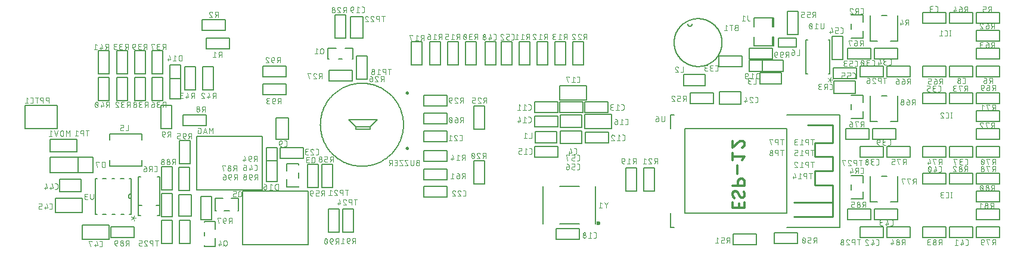
<source format=gbr>
G04 EAGLE Gerber RS-274X export*
G75*
%MOMM*%
%FSLAX34Y34*%
%LPD*%
%INSilkscreen Bottom*%
%IPPOS*%
%AMOC8*
5,1,8,0,0,1.08239X$1,22.5*%
G01*
%ADD10C,0.101600*%
%ADD11C,0.254000*%
%ADD12C,0.203200*%
%ADD13C,0.127000*%
%ADD14C,0.152400*%
%ADD15C,0.304800*%
%ADD16C,0.600000*%
%ADD17C,0.076200*%


D10*
X1078907Y333502D02*
X1078907Y327378D01*
X1078909Y327297D01*
X1078914Y327217D01*
X1078924Y327136D01*
X1078937Y327056D01*
X1078953Y326977D01*
X1078974Y326899D01*
X1078998Y326822D01*
X1079025Y326746D01*
X1079056Y326671D01*
X1079090Y326598D01*
X1079128Y326526D01*
X1079169Y326457D01*
X1079213Y326389D01*
X1079260Y326323D01*
X1079311Y326260D01*
X1079364Y326199D01*
X1079420Y326141D01*
X1079478Y326085D01*
X1079539Y326032D01*
X1079602Y325981D01*
X1079668Y325934D01*
X1079736Y325890D01*
X1079805Y325849D01*
X1079877Y325811D01*
X1079950Y325777D01*
X1080025Y325746D01*
X1080101Y325719D01*
X1080178Y325695D01*
X1080256Y325674D01*
X1080335Y325658D01*
X1080415Y325645D01*
X1080496Y325635D01*
X1080576Y325630D01*
X1080657Y325628D01*
X1081532Y325628D01*
X1075054Y331752D02*
X1072866Y333502D01*
X1072866Y325628D01*
X1070679Y325628D02*
X1075054Y325628D01*
D11*
X596270Y144420D02*
X596268Y144350D01*
X596262Y144280D01*
X596253Y144211D01*
X596239Y144142D01*
X596222Y144074D01*
X596201Y144008D01*
X596177Y143942D01*
X596149Y143878D01*
X596117Y143816D01*
X596082Y143755D01*
X596044Y143696D01*
X596002Y143640D01*
X595958Y143586D01*
X595910Y143534D01*
X595860Y143486D01*
X595807Y143440D01*
X595752Y143397D01*
X595695Y143357D01*
X595635Y143320D01*
X595573Y143287D01*
X595510Y143257D01*
X595445Y143231D01*
X595379Y143208D01*
X595312Y143189D01*
X595243Y143174D01*
X595174Y143162D01*
X595105Y143154D01*
X595035Y143150D01*
X594965Y143150D01*
X594895Y143154D01*
X594826Y143162D01*
X594757Y143174D01*
X594688Y143189D01*
X594621Y143208D01*
X594555Y143231D01*
X594490Y143257D01*
X594427Y143287D01*
X594365Y143320D01*
X594305Y143357D01*
X594248Y143397D01*
X594193Y143440D01*
X594140Y143486D01*
X594090Y143534D01*
X594042Y143586D01*
X593998Y143640D01*
X593956Y143696D01*
X593918Y143755D01*
X593883Y143816D01*
X593851Y143878D01*
X593823Y143942D01*
X593799Y144008D01*
X593778Y144074D01*
X593761Y144142D01*
X593747Y144211D01*
X593738Y144280D01*
X593732Y144350D01*
X593730Y144420D01*
X593732Y144490D01*
X593738Y144560D01*
X593747Y144629D01*
X593761Y144698D01*
X593778Y144766D01*
X593799Y144832D01*
X593823Y144898D01*
X593851Y144962D01*
X593883Y145024D01*
X593918Y145085D01*
X593956Y145144D01*
X593998Y145200D01*
X594042Y145254D01*
X594090Y145306D01*
X594140Y145354D01*
X594193Y145400D01*
X594248Y145443D01*
X594305Y145483D01*
X594365Y145520D01*
X594427Y145553D01*
X594490Y145583D01*
X594555Y145609D01*
X594621Y145632D01*
X594688Y145651D01*
X594757Y145666D01*
X594826Y145678D01*
X594895Y145686D01*
X594965Y145690D01*
X595035Y145690D01*
X595105Y145686D01*
X595174Y145678D01*
X595243Y145666D01*
X595312Y145651D01*
X595379Y145632D01*
X595445Y145609D01*
X595510Y145583D01*
X595573Y145553D01*
X595635Y145520D01*
X595695Y145483D01*
X595752Y145443D01*
X595807Y145400D01*
X595860Y145354D01*
X595910Y145306D01*
X595958Y145254D01*
X596002Y145200D01*
X596044Y145144D01*
X596082Y145085D01*
X596117Y145024D01*
X596149Y144962D01*
X596177Y144898D01*
X596201Y144832D01*
X596222Y144766D01*
X596239Y144698D01*
X596253Y144629D01*
X596262Y144560D01*
X596268Y144490D01*
X596270Y144420D01*
D12*
X471860Y177800D02*
X471878Y179248D01*
X471931Y180695D01*
X472020Y182140D01*
X472144Y183583D01*
X472304Y185022D01*
X472499Y186457D01*
X472729Y187887D01*
X472994Y189310D01*
X473294Y190727D01*
X473628Y192136D01*
X473997Y193536D01*
X474401Y194927D01*
X474838Y196307D01*
X475309Y197677D01*
X475813Y199034D01*
X476351Y200378D01*
X476922Y201709D01*
X477525Y203026D01*
X478160Y204327D01*
X478827Y205612D01*
X479525Y206881D01*
X480254Y208132D01*
X481014Y209365D01*
X481803Y210579D01*
X482622Y211773D01*
X483471Y212946D01*
X484348Y214099D01*
X485252Y215229D01*
X486185Y216337D01*
X487144Y217422D01*
X488129Y218483D01*
X489141Y219519D01*
X490177Y220531D01*
X491238Y221516D01*
X492323Y222475D01*
X493431Y223408D01*
X494561Y224312D01*
X495714Y225189D01*
X496887Y226038D01*
X498081Y226857D01*
X499295Y227646D01*
X500528Y228406D01*
X501779Y229135D01*
X503048Y229833D01*
X504333Y230500D01*
X505634Y231135D01*
X506951Y231738D01*
X508282Y232309D01*
X509626Y232847D01*
X510983Y233351D01*
X512353Y233822D01*
X513733Y234259D01*
X515124Y234663D01*
X516524Y235032D01*
X517933Y235366D01*
X519350Y235666D01*
X520773Y235931D01*
X522203Y236161D01*
X523638Y236356D01*
X525077Y236516D01*
X526520Y236640D01*
X527965Y236729D01*
X529412Y236782D01*
X530860Y236800D01*
X532308Y236782D01*
X533755Y236729D01*
X535200Y236640D01*
X536643Y236516D01*
X538082Y236356D01*
X539517Y236161D01*
X540947Y235931D01*
X542370Y235666D01*
X543787Y235366D01*
X545196Y235032D01*
X546596Y234663D01*
X547987Y234259D01*
X549367Y233822D01*
X550737Y233351D01*
X552094Y232847D01*
X553438Y232309D01*
X554769Y231738D01*
X556086Y231135D01*
X557387Y230500D01*
X558672Y229833D01*
X559941Y229135D01*
X561192Y228406D01*
X562425Y227646D01*
X563639Y226857D01*
X564833Y226038D01*
X566006Y225189D01*
X567159Y224312D01*
X568289Y223408D01*
X569397Y222475D01*
X570482Y221516D01*
X571543Y220531D01*
X572579Y219519D01*
X573591Y218483D01*
X574576Y217422D01*
X575535Y216337D01*
X576468Y215229D01*
X577372Y214099D01*
X578249Y212946D01*
X579098Y211773D01*
X579917Y210579D01*
X580706Y209365D01*
X581466Y208132D01*
X582195Y206881D01*
X582893Y205612D01*
X583560Y204327D01*
X584195Y203026D01*
X584798Y201709D01*
X585369Y200378D01*
X585907Y199034D01*
X586411Y197677D01*
X586882Y196307D01*
X587319Y194927D01*
X587723Y193536D01*
X588092Y192136D01*
X588426Y190727D01*
X588726Y189310D01*
X588991Y187887D01*
X589221Y186457D01*
X589416Y185022D01*
X589576Y183583D01*
X589700Y182140D01*
X589789Y180695D01*
X589842Y179248D01*
X589860Y177800D01*
X589842Y176352D01*
X589789Y174905D01*
X589700Y173460D01*
X589576Y172017D01*
X589416Y170578D01*
X589221Y169143D01*
X588991Y167713D01*
X588726Y166290D01*
X588426Y164873D01*
X588092Y163464D01*
X587723Y162064D01*
X587319Y160673D01*
X586882Y159293D01*
X586411Y157923D01*
X585907Y156566D01*
X585369Y155222D01*
X584798Y153891D01*
X584195Y152574D01*
X583560Y151273D01*
X582893Y149988D01*
X582195Y148719D01*
X581466Y147468D01*
X580706Y146235D01*
X579917Y145021D01*
X579098Y143827D01*
X578249Y142654D01*
X577372Y141501D01*
X576468Y140371D01*
X575535Y139263D01*
X574576Y138178D01*
X573591Y137117D01*
X572579Y136081D01*
X571543Y135069D01*
X570482Y134084D01*
X569397Y133125D01*
X568289Y132192D01*
X567159Y131288D01*
X566006Y130411D01*
X564833Y129562D01*
X563639Y128743D01*
X562425Y127954D01*
X561192Y127194D01*
X559941Y126465D01*
X558672Y125767D01*
X557387Y125100D01*
X556086Y124465D01*
X554769Y123862D01*
X553438Y123291D01*
X552094Y122753D01*
X550737Y122249D01*
X549367Y121778D01*
X547987Y121341D01*
X546596Y120937D01*
X545196Y120568D01*
X543787Y120234D01*
X542370Y119934D01*
X540947Y119669D01*
X539517Y119439D01*
X538082Y119244D01*
X536643Y119084D01*
X535200Y118960D01*
X533755Y118871D01*
X532308Y118818D01*
X530860Y118800D01*
X529412Y118818D01*
X527965Y118871D01*
X526520Y118960D01*
X525077Y119084D01*
X523638Y119244D01*
X522203Y119439D01*
X520773Y119669D01*
X519350Y119934D01*
X517933Y120234D01*
X516524Y120568D01*
X515124Y120937D01*
X513733Y121341D01*
X512353Y121778D01*
X510983Y122249D01*
X509626Y122753D01*
X508282Y123291D01*
X506951Y123862D01*
X505634Y124465D01*
X504333Y125100D01*
X503048Y125767D01*
X501779Y126465D01*
X500528Y127194D01*
X499295Y127954D01*
X498081Y128743D01*
X496887Y129562D01*
X495714Y130411D01*
X494561Y131288D01*
X493431Y132192D01*
X492323Y133125D01*
X491238Y134084D01*
X490177Y135069D01*
X489141Y136081D01*
X488129Y137117D01*
X487144Y138178D01*
X486185Y139263D01*
X485252Y140371D01*
X484348Y141501D01*
X483471Y142654D01*
X482622Y143827D01*
X481803Y145021D01*
X481014Y146235D01*
X480254Y147468D01*
X479525Y148719D01*
X478827Y149988D01*
X478160Y151273D01*
X477525Y152574D01*
X476922Y153891D01*
X476351Y155222D01*
X475813Y156566D01*
X475309Y157923D01*
X474838Y159293D01*
X474401Y160673D01*
X473997Y162064D01*
X473628Y163464D01*
X473294Y164873D01*
X472994Y166290D01*
X472729Y167713D01*
X472499Y169143D01*
X472304Y170578D01*
X472144Y172017D01*
X472020Y173460D01*
X471931Y174905D01*
X471878Y176352D01*
X471860Y177800D01*
D13*
X541020Y171450D02*
X542290Y171450D01*
X541020Y171450D02*
X521970Y171450D01*
X521970Y175260D01*
X542290Y175260D01*
X541020Y175260D01*
X542290Y175260D02*
X542290Y171450D01*
X542290Y175260D02*
X552450Y185420D01*
X511810Y185420D01*
X521970Y175260D01*
D10*
X609978Y124262D02*
X612166Y124262D01*
X609978Y124262D02*
X609885Y124260D01*
X609793Y124254D01*
X609700Y124244D01*
X609608Y124231D01*
X609517Y124213D01*
X609427Y124191D01*
X609338Y124166D01*
X609249Y124137D01*
X609163Y124104D01*
X609077Y124068D01*
X608993Y124028D01*
X608911Y123984D01*
X608831Y123937D01*
X608753Y123887D01*
X608678Y123833D01*
X608604Y123777D01*
X608533Y123717D01*
X608465Y123654D01*
X608399Y123588D01*
X608336Y123520D01*
X608276Y123449D01*
X608220Y123375D01*
X608166Y123300D01*
X608116Y123222D01*
X608069Y123142D01*
X608025Y123060D01*
X607985Y122976D01*
X607949Y122890D01*
X607916Y122804D01*
X607887Y122715D01*
X607862Y122626D01*
X607840Y122536D01*
X607822Y122445D01*
X607809Y122353D01*
X607799Y122260D01*
X607793Y122168D01*
X607791Y122075D01*
X607793Y121982D01*
X607799Y121890D01*
X607809Y121797D01*
X607822Y121705D01*
X607840Y121614D01*
X607862Y121524D01*
X607887Y121435D01*
X607916Y121346D01*
X607949Y121260D01*
X607985Y121174D01*
X608025Y121090D01*
X608069Y121008D01*
X608116Y120928D01*
X608166Y120850D01*
X608220Y120775D01*
X608276Y120701D01*
X608336Y120630D01*
X608399Y120562D01*
X608465Y120496D01*
X608533Y120433D01*
X608604Y120373D01*
X608678Y120317D01*
X608753Y120263D01*
X608831Y120213D01*
X608911Y120166D01*
X608993Y120122D01*
X609077Y120082D01*
X609163Y120046D01*
X609249Y120013D01*
X609338Y119984D01*
X609427Y119959D01*
X609517Y119937D01*
X609608Y119919D01*
X609700Y119906D01*
X609793Y119896D01*
X609885Y119890D01*
X609978Y119888D01*
X612166Y119888D01*
X612166Y127762D01*
X609978Y127762D01*
X609896Y127760D01*
X609814Y127754D01*
X609733Y127745D01*
X609652Y127731D01*
X609571Y127714D01*
X609492Y127693D01*
X609414Y127669D01*
X609337Y127640D01*
X609261Y127608D01*
X609187Y127573D01*
X609115Y127534D01*
X609044Y127492D01*
X608976Y127447D01*
X608910Y127398D01*
X608846Y127347D01*
X608785Y127292D01*
X608726Y127235D01*
X608670Y127175D01*
X608617Y127112D01*
X608567Y127047D01*
X608520Y126980D01*
X608476Y126911D01*
X608436Y126839D01*
X608399Y126766D01*
X608365Y126691D01*
X608335Y126615D01*
X608309Y126537D01*
X608286Y126458D01*
X608267Y126379D01*
X608252Y126298D01*
X608240Y126217D01*
X608232Y126135D01*
X608228Y126053D01*
X608228Y125971D01*
X608232Y125889D01*
X608240Y125807D01*
X608252Y125726D01*
X608267Y125645D01*
X608286Y125566D01*
X608309Y125487D01*
X608335Y125409D01*
X608365Y125333D01*
X608399Y125258D01*
X608436Y125185D01*
X608476Y125113D01*
X608520Y125044D01*
X608567Y124977D01*
X608617Y124912D01*
X608670Y124849D01*
X608726Y124789D01*
X608785Y124732D01*
X608846Y124677D01*
X608910Y124626D01*
X608976Y124577D01*
X609044Y124532D01*
X609115Y124490D01*
X609187Y124451D01*
X609261Y124416D01*
X609337Y124384D01*
X609414Y124355D01*
X609492Y124331D01*
X609571Y124310D01*
X609652Y124293D01*
X609733Y124279D01*
X609814Y124270D01*
X609896Y124264D01*
X609978Y124262D01*
X604309Y122075D02*
X604309Y127762D01*
X604308Y122075D02*
X604306Y121982D01*
X604300Y121890D01*
X604290Y121797D01*
X604277Y121705D01*
X604259Y121614D01*
X604237Y121524D01*
X604212Y121435D01*
X604183Y121346D01*
X604150Y121260D01*
X604114Y121174D01*
X604074Y121090D01*
X604030Y121008D01*
X603983Y120928D01*
X603933Y120850D01*
X603879Y120775D01*
X603823Y120701D01*
X603763Y120630D01*
X603700Y120562D01*
X603634Y120496D01*
X603566Y120433D01*
X603495Y120373D01*
X603421Y120317D01*
X603346Y120263D01*
X603268Y120213D01*
X603188Y120166D01*
X603106Y120122D01*
X603022Y120082D01*
X602936Y120046D01*
X602850Y120013D01*
X602761Y119984D01*
X602672Y119959D01*
X602582Y119937D01*
X602491Y119919D01*
X602399Y119906D01*
X602306Y119896D01*
X602214Y119890D01*
X602121Y119888D01*
X602028Y119890D01*
X601936Y119896D01*
X601843Y119906D01*
X601751Y119919D01*
X601660Y119937D01*
X601570Y119959D01*
X601481Y119984D01*
X601392Y120013D01*
X601306Y120046D01*
X601220Y120082D01*
X601136Y120122D01*
X601054Y120166D01*
X600974Y120213D01*
X600896Y120263D01*
X600821Y120317D01*
X600747Y120373D01*
X600676Y120433D01*
X600608Y120496D01*
X600542Y120562D01*
X600479Y120630D01*
X600419Y120701D01*
X600363Y120775D01*
X600309Y120850D01*
X600259Y120928D01*
X600212Y121008D01*
X600168Y121090D01*
X600128Y121174D01*
X600092Y121260D01*
X600059Y121346D01*
X600030Y121435D01*
X600005Y121524D01*
X599983Y121614D01*
X599965Y121705D01*
X599952Y121797D01*
X599942Y121890D01*
X599936Y121982D01*
X599934Y122075D01*
X599934Y127762D01*
X596308Y127762D02*
X591933Y127762D01*
X596308Y119888D01*
X591933Y119888D01*
X588840Y127762D02*
X584466Y127762D01*
X588840Y119888D01*
X584466Y119888D01*
X580820Y119888D02*
X577320Y119888D01*
X580820Y119888D02*
X580820Y127762D01*
X577320Y127762D01*
X578195Y124262D02*
X580820Y124262D01*
X573842Y127762D02*
X573842Y119888D01*
X573842Y127762D02*
X571655Y127762D01*
X571562Y127760D01*
X571470Y127754D01*
X571377Y127744D01*
X571285Y127731D01*
X571194Y127713D01*
X571104Y127691D01*
X571015Y127666D01*
X570926Y127637D01*
X570840Y127604D01*
X570754Y127568D01*
X570670Y127528D01*
X570588Y127484D01*
X570508Y127437D01*
X570430Y127387D01*
X570355Y127333D01*
X570281Y127277D01*
X570210Y127217D01*
X570142Y127154D01*
X570076Y127088D01*
X570013Y127020D01*
X569953Y126949D01*
X569897Y126875D01*
X569843Y126800D01*
X569793Y126722D01*
X569746Y126642D01*
X569702Y126560D01*
X569662Y126476D01*
X569626Y126390D01*
X569593Y126304D01*
X569564Y126215D01*
X569539Y126126D01*
X569517Y126036D01*
X569499Y125945D01*
X569486Y125853D01*
X569476Y125760D01*
X569470Y125668D01*
X569468Y125575D01*
X569470Y125482D01*
X569476Y125390D01*
X569486Y125297D01*
X569499Y125205D01*
X569517Y125114D01*
X569539Y125024D01*
X569564Y124935D01*
X569593Y124846D01*
X569626Y124760D01*
X569662Y124674D01*
X569702Y124590D01*
X569746Y124508D01*
X569793Y124428D01*
X569843Y124350D01*
X569897Y124275D01*
X569953Y124201D01*
X570013Y124130D01*
X570076Y124062D01*
X570142Y123996D01*
X570210Y123933D01*
X570281Y123873D01*
X570355Y123817D01*
X570430Y123763D01*
X570508Y123713D01*
X570588Y123666D01*
X570670Y123622D01*
X570754Y123582D01*
X570840Y123546D01*
X570926Y123513D01*
X571015Y123484D01*
X571104Y123459D01*
X571194Y123437D01*
X571285Y123419D01*
X571377Y123406D01*
X571470Y123396D01*
X571562Y123390D01*
X571655Y123388D01*
X573842Y123388D01*
X571218Y123388D02*
X569468Y119888D01*
D13*
X775970Y210820D02*
X805180Y210820D01*
X775970Y210820D02*
X775970Y195580D01*
X808990Y195580D01*
X808990Y210820D01*
X805180Y210820D01*
D10*
X769012Y198778D02*
X767262Y198778D01*
X769012Y198778D02*
X769093Y198780D01*
X769173Y198785D01*
X769254Y198795D01*
X769334Y198808D01*
X769413Y198824D01*
X769491Y198845D01*
X769568Y198869D01*
X769644Y198896D01*
X769719Y198927D01*
X769792Y198961D01*
X769864Y198999D01*
X769933Y199040D01*
X770001Y199084D01*
X770067Y199131D01*
X770130Y199182D01*
X770191Y199235D01*
X770249Y199291D01*
X770305Y199349D01*
X770358Y199410D01*
X770409Y199473D01*
X770456Y199539D01*
X770500Y199607D01*
X770541Y199676D01*
X770579Y199748D01*
X770613Y199821D01*
X770644Y199896D01*
X770671Y199972D01*
X770695Y200049D01*
X770716Y200127D01*
X770732Y200206D01*
X770745Y200286D01*
X770755Y200367D01*
X770760Y200447D01*
X770762Y200528D01*
X770762Y204902D01*
X770760Y204983D01*
X770755Y205063D01*
X770745Y205144D01*
X770732Y205224D01*
X770716Y205303D01*
X770695Y205381D01*
X770671Y205458D01*
X770644Y205534D01*
X770613Y205609D01*
X770579Y205682D01*
X770541Y205754D01*
X770500Y205823D01*
X770456Y205891D01*
X770409Y205957D01*
X770358Y206020D01*
X770305Y206081D01*
X770249Y206139D01*
X770191Y206195D01*
X770130Y206248D01*
X770067Y206299D01*
X770001Y206346D01*
X769933Y206390D01*
X769864Y206431D01*
X769792Y206469D01*
X769719Y206503D01*
X769644Y206534D01*
X769568Y206561D01*
X769491Y206585D01*
X769413Y206606D01*
X769334Y206622D01*
X769254Y206635D01*
X769173Y206645D01*
X769093Y206650D01*
X769012Y206652D01*
X767262Y206652D01*
X764066Y204902D02*
X761879Y206652D01*
X761879Y198778D01*
X764066Y198778D02*
X759692Y198778D01*
X756065Y204902D02*
X753878Y206652D01*
X753878Y198778D01*
X756065Y198778D02*
X751691Y198778D01*
D13*
X848360Y167640D02*
X877570Y167640D01*
X848360Y167640D02*
X848360Y152400D01*
X881380Y152400D01*
X881380Y167640D01*
X877570Y167640D01*
D10*
X900612Y155598D02*
X902362Y155598D01*
X902443Y155600D01*
X902523Y155605D01*
X902604Y155615D01*
X902684Y155628D01*
X902763Y155644D01*
X902841Y155665D01*
X902918Y155689D01*
X902994Y155716D01*
X903069Y155747D01*
X903142Y155781D01*
X903214Y155819D01*
X903283Y155860D01*
X903351Y155904D01*
X903417Y155951D01*
X903480Y156002D01*
X903541Y156055D01*
X903599Y156111D01*
X903655Y156169D01*
X903708Y156230D01*
X903759Y156293D01*
X903806Y156359D01*
X903850Y156427D01*
X903891Y156496D01*
X903929Y156568D01*
X903963Y156641D01*
X903994Y156716D01*
X904021Y156792D01*
X904045Y156869D01*
X904066Y156947D01*
X904082Y157026D01*
X904095Y157106D01*
X904105Y157187D01*
X904110Y157267D01*
X904112Y157348D01*
X904112Y161722D01*
X904110Y161803D01*
X904105Y161883D01*
X904095Y161964D01*
X904082Y162044D01*
X904066Y162123D01*
X904045Y162201D01*
X904021Y162278D01*
X903994Y162354D01*
X903963Y162429D01*
X903929Y162502D01*
X903891Y162574D01*
X903850Y162643D01*
X903806Y162711D01*
X903759Y162777D01*
X903708Y162840D01*
X903655Y162901D01*
X903599Y162959D01*
X903541Y163015D01*
X903480Y163068D01*
X903417Y163119D01*
X903351Y163166D01*
X903283Y163210D01*
X903214Y163251D01*
X903142Y163289D01*
X903069Y163323D01*
X902994Y163354D01*
X902918Y163381D01*
X902841Y163405D01*
X902763Y163426D01*
X902684Y163442D01*
X902604Y163455D01*
X902523Y163465D01*
X902443Y163470D01*
X902362Y163472D01*
X900612Y163472D01*
X897416Y161722D02*
X895229Y163472D01*
X895229Y155598D01*
X897416Y155598D02*
X893042Y155598D01*
X887009Y163473D02*
X886923Y163471D01*
X886837Y163466D01*
X886752Y163456D01*
X886667Y163443D01*
X886583Y163426D01*
X886499Y163406D01*
X886417Y163382D01*
X886336Y163354D01*
X886255Y163323D01*
X886177Y163289D01*
X886100Y163251D01*
X886025Y163209D01*
X885951Y163165D01*
X885880Y163117D01*
X885810Y163066D01*
X885743Y163012D01*
X885679Y162956D01*
X885617Y162896D01*
X885557Y162834D01*
X885501Y162770D01*
X885447Y162703D01*
X885396Y162633D01*
X885348Y162562D01*
X885304Y162489D01*
X885262Y162413D01*
X885224Y162336D01*
X885190Y162258D01*
X885159Y162177D01*
X885131Y162096D01*
X885107Y162014D01*
X885087Y161930D01*
X885070Y161846D01*
X885057Y161761D01*
X885047Y161676D01*
X885042Y161590D01*
X885040Y161504D01*
X887009Y163472D02*
X887108Y163470D01*
X887208Y163464D01*
X887306Y163454D01*
X887405Y163441D01*
X887503Y163423D01*
X887600Y163402D01*
X887696Y163377D01*
X887791Y163348D01*
X887885Y163315D01*
X887978Y163279D01*
X888069Y163239D01*
X888158Y163196D01*
X888246Y163149D01*
X888331Y163099D01*
X888415Y163045D01*
X888496Y162988D01*
X888576Y162928D01*
X888652Y162865D01*
X888727Y162799D01*
X888798Y162730D01*
X888867Y162659D01*
X888933Y162584D01*
X888996Y162507D01*
X889056Y162428D01*
X889113Y162346D01*
X889166Y162263D01*
X889217Y162177D01*
X889263Y162089D01*
X889307Y162000D01*
X889346Y161909D01*
X889382Y161816D01*
X889415Y161722D01*
X885697Y159973D02*
X885633Y160037D01*
X885572Y160103D01*
X885514Y160172D01*
X885459Y160243D01*
X885406Y160316D01*
X885357Y160392D01*
X885312Y160469D01*
X885269Y160549D01*
X885230Y160630D01*
X885195Y160713D01*
X885163Y160797D01*
X885134Y160883D01*
X885110Y160969D01*
X885089Y161057D01*
X885072Y161145D01*
X885058Y161234D01*
X885049Y161324D01*
X885043Y161414D01*
X885041Y161504D01*
X885697Y159972D02*
X889415Y155598D01*
X885041Y155598D01*
D13*
X876300Y210820D02*
X847090Y210820D01*
X847090Y195580D01*
X880110Y195580D01*
X880110Y210820D01*
X876300Y210820D01*
D10*
X899342Y198778D02*
X901092Y198778D01*
X901173Y198780D01*
X901253Y198785D01*
X901334Y198795D01*
X901414Y198808D01*
X901493Y198824D01*
X901571Y198845D01*
X901648Y198869D01*
X901724Y198896D01*
X901799Y198927D01*
X901872Y198961D01*
X901944Y198999D01*
X902013Y199040D01*
X902081Y199084D01*
X902147Y199131D01*
X902210Y199182D01*
X902271Y199235D01*
X902329Y199291D01*
X902385Y199349D01*
X902438Y199410D01*
X902489Y199473D01*
X902536Y199539D01*
X902580Y199607D01*
X902621Y199676D01*
X902659Y199748D01*
X902693Y199821D01*
X902724Y199896D01*
X902751Y199972D01*
X902775Y200049D01*
X902796Y200127D01*
X902812Y200206D01*
X902825Y200286D01*
X902835Y200367D01*
X902840Y200447D01*
X902842Y200528D01*
X902842Y204902D01*
X902840Y204983D01*
X902835Y205063D01*
X902825Y205144D01*
X902812Y205224D01*
X902796Y205303D01*
X902775Y205381D01*
X902751Y205458D01*
X902724Y205534D01*
X902693Y205609D01*
X902659Y205682D01*
X902621Y205754D01*
X902580Y205823D01*
X902536Y205891D01*
X902489Y205957D01*
X902438Y206020D01*
X902385Y206081D01*
X902329Y206139D01*
X902271Y206195D01*
X902210Y206248D01*
X902147Y206299D01*
X902081Y206346D01*
X902013Y206390D01*
X901944Y206431D01*
X901872Y206469D01*
X901799Y206503D01*
X901724Y206534D01*
X901648Y206561D01*
X901571Y206585D01*
X901493Y206606D01*
X901414Y206622D01*
X901334Y206635D01*
X901253Y206645D01*
X901173Y206650D01*
X901092Y206652D01*
X899342Y206652D01*
X896146Y204902D02*
X893959Y206652D01*
X893959Y198778D01*
X896146Y198778D02*
X891772Y198778D01*
X888145Y198778D02*
X885958Y198778D01*
X885865Y198780D01*
X885773Y198786D01*
X885680Y198796D01*
X885588Y198809D01*
X885497Y198827D01*
X885407Y198849D01*
X885318Y198874D01*
X885229Y198903D01*
X885143Y198936D01*
X885057Y198972D01*
X884973Y199012D01*
X884891Y199056D01*
X884811Y199103D01*
X884733Y199153D01*
X884658Y199207D01*
X884584Y199263D01*
X884513Y199323D01*
X884445Y199386D01*
X884379Y199452D01*
X884316Y199520D01*
X884256Y199591D01*
X884200Y199665D01*
X884146Y199740D01*
X884096Y199818D01*
X884049Y199898D01*
X884005Y199980D01*
X883965Y200064D01*
X883929Y200150D01*
X883896Y200236D01*
X883867Y200325D01*
X883842Y200414D01*
X883820Y200504D01*
X883802Y200595D01*
X883789Y200687D01*
X883779Y200780D01*
X883773Y200872D01*
X883771Y200965D01*
X883773Y201058D01*
X883779Y201150D01*
X883789Y201243D01*
X883802Y201335D01*
X883820Y201426D01*
X883842Y201516D01*
X883867Y201605D01*
X883896Y201694D01*
X883929Y201780D01*
X883965Y201866D01*
X884005Y201950D01*
X884049Y202032D01*
X884096Y202112D01*
X884146Y202190D01*
X884200Y202265D01*
X884256Y202339D01*
X884316Y202410D01*
X884379Y202478D01*
X884445Y202544D01*
X884513Y202607D01*
X884584Y202667D01*
X884658Y202723D01*
X884733Y202777D01*
X884811Y202827D01*
X884891Y202874D01*
X884973Y202918D01*
X885057Y202958D01*
X885143Y202994D01*
X885229Y203027D01*
X885318Y203056D01*
X885407Y203081D01*
X885497Y203103D01*
X885588Y203121D01*
X885680Y203134D01*
X885773Y203144D01*
X885865Y203150D01*
X885958Y203152D01*
X885521Y206652D02*
X888145Y206652D01*
X885521Y206652D02*
X885439Y206650D01*
X885357Y206644D01*
X885276Y206635D01*
X885195Y206621D01*
X885114Y206604D01*
X885035Y206583D01*
X884957Y206559D01*
X884880Y206530D01*
X884804Y206498D01*
X884730Y206463D01*
X884658Y206424D01*
X884587Y206382D01*
X884519Y206337D01*
X884453Y206288D01*
X884389Y206237D01*
X884328Y206182D01*
X884269Y206125D01*
X884213Y206065D01*
X884160Y206002D01*
X884110Y205937D01*
X884063Y205870D01*
X884019Y205801D01*
X883979Y205729D01*
X883942Y205656D01*
X883908Y205581D01*
X883878Y205505D01*
X883852Y205427D01*
X883829Y205348D01*
X883810Y205269D01*
X883795Y205188D01*
X883783Y205107D01*
X883775Y205025D01*
X883771Y204943D01*
X883771Y204861D01*
X883775Y204779D01*
X883783Y204697D01*
X883795Y204616D01*
X883810Y204535D01*
X883829Y204456D01*
X883852Y204377D01*
X883878Y204299D01*
X883908Y204223D01*
X883942Y204148D01*
X883979Y204075D01*
X884019Y204003D01*
X884063Y203934D01*
X884110Y203867D01*
X884160Y203802D01*
X884213Y203739D01*
X884269Y203679D01*
X884328Y203622D01*
X884389Y203567D01*
X884453Y203516D01*
X884519Y203467D01*
X884587Y203422D01*
X884658Y203380D01*
X884730Y203341D01*
X884804Y203306D01*
X884880Y203274D01*
X884957Y203245D01*
X885035Y203221D01*
X885114Y203200D01*
X885195Y203183D01*
X885276Y203169D01*
X885357Y203160D01*
X885439Y203154D01*
X885521Y203152D01*
X887270Y203152D01*
D13*
X805180Y190500D02*
X775970Y190500D01*
X775970Y175260D01*
X808990Y175260D01*
X808990Y190500D01*
X805180Y190500D01*
D10*
X769012Y180998D02*
X767262Y180998D01*
X769012Y180998D02*
X769093Y181000D01*
X769173Y181005D01*
X769254Y181015D01*
X769334Y181028D01*
X769413Y181044D01*
X769491Y181065D01*
X769568Y181089D01*
X769644Y181116D01*
X769719Y181147D01*
X769792Y181181D01*
X769864Y181219D01*
X769933Y181260D01*
X770001Y181304D01*
X770067Y181351D01*
X770130Y181402D01*
X770191Y181455D01*
X770249Y181511D01*
X770305Y181569D01*
X770358Y181630D01*
X770409Y181693D01*
X770456Y181759D01*
X770500Y181827D01*
X770541Y181896D01*
X770579Y181968D01*
X770613Y182041D01*
X770644Y182116D01*
X770671Y182192D01*
X770695Y182269D01*
X770716Y182347D01*
X770732Y182426D01*
X770745Y182506D01*
X770755Y182587D01*
X770760Y182667D01*
X770762Y182748D01*
X770762Y187122D01*
X770760Y187203D01*
X770755Y187283D01*
X770745Y187364D01*
X770732Y187444D01*
X770716Y187523D01*
X770695Y187601D01*
X770671Y187678D01*
X770644Y187754D01*
X770613Y187829D01*
X770579Y187902D01*
X770541Y187974D01*
X770500Y188043D01*
X770456Y188111D01*
X770409Y188177D01*
X770358Y188240D01*
X770305Y188301D01*
X770249Y188359D01*
X770191Y188415D01*
X770130Y188468D01*
X770067Y188519D01*
X770001Y188566D01*
X769933Y188610D01*
X769864Y188651D01*
X769792Y188689D01*
X769719Y188723D01*
X769644Y188754D01*
X769568Y188781D01*
X769491Y188805D01*
X769413Y188826D01*
X769334Y188842D01*
X769254Y188855D01*
X769173Y188865D01*
X769093Y188870D01*
X769012Y188872D01*
X767262Y188872D01*
X764066Y187122D02*
X761879Y188872D01*
X761879Y180998D01*
X764066Y180998D02*
X759692Y180998D01*
X756065Y182748D02*
X754316Y188872D01*
X756065Y182748D02*
X751691Y182748D01*
X753003Y184498D02*
X753003Y180998D01*
D13*
X779780Y132080D02*
X808990Y132080D01*
X808990Y147320D01*
X775970Y147320D01*
X775970Y132080D01*
X779780Y132080D01*
D10*
X770559Y136248D02*
X768810Y136248D01*
X770559Y136248D02*
X770640Y136250D01*
X770720Y136255D01*
X770801Y136265D01*
X770881Y136278D01*
X770960Y136294D01*
X771038Y136315D01*
X771115Y136339D01*
X771191Y136366D01*
X771266Y136397D01*
X771339Y136431D01*
X771411Y136469D01*
X771480Y136510D01*
X771548Y136554D01*
X771614Y136601D01*
X771677Y136652D01*
X771738Y136705D01*
X771796Y136761D01*
X771852Y136819D01*
X771905Y136880D01*
X771956Y136943D01*
X772003Y137009D01*
X772047Y137077D01*
X772088Y137146D01*
X772126Y137218D01*
X772160Y137291D01*
X772191Y137366D01*
X772218Y137442D01*
X772242Y137519D01*
X772263Y137597D01*
X772279Y137676D01*
X772292Y137756D01*
X772302Y137837D01*
X772307Y137917D01*
X772309Y137998D01*
X772309Y142372D01*
X772307Y142453D01*
X772302Y142533D01*
X772292Y142614D01*
X772279Y142694D01*
X772263Y142773D01*
X772242Y142851D01*
X772218Y142928D01*
X772191Y143004D01*
X772160Y143079D01*
X772126Y143152D01*
X772088Y143224D01*
X772047Y143293D01*
X772003Y143361D01*
X771956Y143427D01*
X771905Y143490D01*
X771852Y143551D01*
X771796Y143609D01*
X771738Y143665D01*
X771677Y143718D01*
X771614Y143769D01*
X771548Y143816D01*
X771480Y143860D01*
X771411Y143901D01*
X771339Y143939D01*
X771266Y143973D01*
X771191Y144004D01*
X771115Y144031D01*
X771038Y144055D01*
X770960Y144076D01*
X770881Y144092D01*
X770801Y144105D01*
X770720Y144115D01*
X770640Y144120D01*
X770559Y144122D01*
X768810Y144122D01*
X765613Y142372D02*
X763426Y144122D01*
X763426Y136248D01*
X765613Y136248D02*
X761239Y136248D01*
X757612Y136248D02*
X754988Y136248D01*
X754905Y136250D01*
X754822Y136256D01*
X754739Y136266D01*
X754657Y136280D01*
X754575Y136297D01*
X754495Y136319D01*
X754416Y136344D01*
X754338Y136373D01*
X754261Y136406D01*
X754186Y136443D01*
X754113Y136482D01*
X754042Y136526D01*
X753973Y136572D01*
X753906Y136622D01*
X753842Y136675D01*
X753780Y136731D01*
X753721Y136790D01*
X753665Y136852D01*
X753612Y136916D01*
X753563Y136983D01*
X753516Y137052D01*
X753472Y137123D01*
X753433Y137196D01*
X753396Y137271D01*
X753363Y137348D01*
X753334Y137426D01*
X753309Y137505D01*
X753287Y137585D01*
X753270Y137667D01*
X753256Y137749D01*
X753246Y137832D01*
X753240Y137915D01*
X753238Y137998D01*
X753238Y138873D01*
X753240Y138954D01*
X753245Y139034D01*
X753255Y139115D01*
X753268Y139195D01*
X753284Y139274D01*
X753305Y139352D01*
X753329Y139429D01*
X753356Y139505D01*
X753387Y139580D01*
X753421Y139653D01*
X753459Y139725D01*
X753500Y139794D01*
X753544Y139862D01*
X753591Y139928D01*
X753642Y139991D01*
X753695Y140052D01*
X753751Y140110D01*
X753809Y140166D01*
X753870Y140219D01*
X753933Y140270D01*
X753999Y140317D01*
X754067Y140361D01*
X754136Y140402D01*
X754208Y140440D01*
X754281Y140474D01*
X754356Y140505D01*
X754432Y140532D01*
X754509Y140556D01*
X754587Y140577D01*
X754666Y140593D01*
X754746Y140606D01*
X754827Y140616D01*
X754907Y140621D01*
X754988Y140623D01*
X754988Y140622D02*
X757612Y140622D01*
X757612Y144122D01*
X753238Y144122D01*
D13*
X878840Y193040D02*
X885190Y193040D01*
X885190Y172720D01*
X847090Y172720D01*
X847090Y193040D01*
X878840Y193040D01*
D10*
X905152Y178168D02*
X906902Y178168D01*
X906983Y178170D01*
X907063Y178175D01*
X907144Y178185D01*
X907224Y178198D01*
X907303Y178214D01*
X907381Y178235D01*
X907458Y178259D01*
X907534Y178286D01*
X907609Y178317D01*
X907682Y178351D01*
X907754Y178389D01*
X907823Y178430D01*
X907891Y178474D01*
X907957Y178521D01*
X908020Y178572D01*
X908081Y178625D01*
X908139Y178681D01*
X908195Y178739D01*
X908248Y178800D01*
X908299Y178863D01*
X908346Y178929D01*
X908390Y178997D01*
X908431Y179066D01*
X908469Y179138D01*
X908503Y179211D01*
X908534Y179286D01*
X908561Y179362D01*
X908585Y179439D01*
X908606Y179517D01*
X908622Y179596D01*
X908635Y179676D01*
X908645Y179757D01*
X908650Y179837D01*
X908652Y179918D01*
X908652Y184292D01*
X908650Y184373D01*
X908645Y184453D01*
X908635Y184534D01*
X908622Y184614D01*
X908606Y184693D01*
X908585Y184771D01*
X908561Y184848D01*
X908534Y184924D01*
X908503Y184999D01*
X908469Y185072D01*
X908431Y185144D01*
X908390Y185213D01*
X908346Y185281D01*
X908299Y185347D01*
X908248Y185410D01*
X908195Y185471D01*
X908139Y185529D01*
X908081Y185585D01*
X908020Y185638D01*
X907957Y185689D01*
X907891Y185736D01*
X907823Y185780D01*
X907754Y185821D01*
X907682Y185859D01*
X907609Y185893D01*
X907534Y185924D01*
X907458Y185951D01*
X907381Y185975D01*
X907303Y185996D01*
X907224Y186012D01*
X907144Y186025D01*
X907063Y186035D01*
X906983Y186040D01*
X906902Y186042D01*
X905152Y186042D01*
X901956Y184292D02*
X899769Y186042D01*
X899769Y178168D01*
X901956Y178168D02*
X897582Y178168D01*
X893955Y182542D02*
X891331Y182542D01*
X891331Y182543D02*
X891248Y182541D01*
X891165Y182535D01*
X891082Y182525D01*
X891000Y182511D01*
X890918Y182494D01*
X890838Y182472D01*
X890759Y182447D01*
X890681Y182418D01*
X890604Y182385D01*
X890529Y182348D01*
X890456Y182309D01*
X890385Y182265D01*
X890316Y182219D01*
X890249Y182169D01*
X890185Y182116D01*
X890123Y182060D01*
X890064Y182001D01*
X890008Y181939D01*
X889955Y181875D01*
X889906Y181808D01*
X889859Y181739D01*
X889815Y181668D01*
X889776Y181595D01*
X889739Y181520D01*
X889706Y181443D01*
X889677Y181365D01*
X889652Y181286D01*
X889630Y181206D01*
X889613Y181124D01*
X889599Y181042D01*
X889589Y180959D01*
X889583Y180876D01*
X889581Y180793D01*
X889581Y180355D01*
X889583Y180262D01*
X889589Y180170D01*
X889599Y180077D01*
X889612Y179985D01*
X889630Y179894D01*
X889652Y179804D01*
X889677Y179715D01*
X889706Y179626D01*
X889739Y179540D01*
X889775Y179454D01*
X889815Y179370D01*
X889859Y179288D01*
X889906Y179208D01*
X889956Y179130D01*
X890010Y179055D01*
X890066Y178981D01*
X890126Y178910D01*
X890189Y178842D01*
X890255Y178776D01*
X890323Y178713D01*
X890394Y178653D01*
X890468Y178597D01*
X890543Y178543D01*
X890621Y178493D01*
X890701Y178446D01*
X890783Y178402D01*
X890867Y178362D01*
X890953Y178326D01*
X891039Y178293D01*
X891128Y178264D01*
X891217Y178239D01*
X891307Y178217D01*
X891398Y178199D01*
X891490Y178186D01*
X891583Y178176D01*
X891675Y178170D01*
X891768Y178168D01*
X891861Y178170D01*
X891953Y178176D01*
X892046Y178186D01*
X892138Y178199D01*
X892229Y178217D01*
X892319Y178239D01*
X892408Y178264D01*
X892497Y178293D01*
X892583Y178326D01*
X892669Y178362D01*
X892753Y178402D01*
X892835Y178446D01*
X892915Y178493D01*
X892993Y178543D01*
X893068Y178597D01*
X893142Y178653D01*
X893213Y178713D01*
X893281Y178776D01*
X893347Y178842D01*
X893410Y178910D01*
X893470Y178981D01*
X893526Y179055D01*
X893580Y179130D01*
X893630Y179208D01*
X893677Y179288D01*
X893721Y179370D01*
X893761Y179454D01*
X893797Y179540D01*
X893830Y179626D01*
X893859Y179715D01*
X893884Y179804D01*
X893906Y179894D01*
X893924Y179985D01*
X893937Y180077D01*
X893947Y180170D01*
X893953Y180262D01*
X893955Y180355D01*
X893955Y182542D01*
X893956Y182542D02*
X893954Y182659D01*
X893948Y182776D01*
X893938Y182892D01*
X893925Y183008D01*
X893907Y183124D01*
X893886Y183239D01*
X893861Y183353D01*
X893832Y183467D01*
X893799Y183579D01*
X893762Y183690D01*
X893722Y183800D01*
X893678Y183908D01*
X893631Y184015D01*
X893580Y184121D01*
X893525Y184224D01*
X893467Y184326D01*
X893406Y184425D01*
X893342Y184523D01*
X893274Y184618D01*
X893203Y184711D01*
X893129Y184802D01*
X893052Y184890D01*
X892972Y184975D01*
X892889Y185058D01*
X892804Y185138D01*
X892716Y185215D01*
X892625Y185289D01*
X892532Y185360D01*
X892437Y185428D01*
X892339Y185492D01*
X892240Y185553D01*
X892138Y185611D01*
X892035Y185666D01*
X891929Y185717D01*
X891822Y185764D01*
X891714Y185808D01*
X891604Y185848D01*
X891493Y185885D01*
X891381Y185918D01*
X891267Y185947D01*
X891153Y185972D01*
X891038Y185993D01*
X890923Y186011D01*
X890806Y186024D01*
X890690Y186034D01*
X890573Y186040D01*
X890456Y186042D01*
D13*
X817880Y213360D02*
X811530Y213360D01*
X811530Y233680D01*
X849630Y233680D01*
X849630Y213360D01*
X817880Y213360D01*
D10*
X836660Y238138D02*
X838409Y238138D01*
X838490Y238140D01*
X838570Y238145D01*
X838651Y238155D01*
X838731Y238168D01*
X838810Y238184D01*
X838888Y238205D01*
X838965Y238229D01*
X839041Y238256D01*
X839116Y238287D01*
X839189Y238321D01*
X839261Y238359D01*
X839330Y238400D01*
X839398Y238444D01*
X839464Y238491D01*
X839527Y238542D01*
X839588Y238595D01*
X839646Y238651D01*
X839702Y238709D01*
X839755Y238770D01*
X839806Y238833D01*
X839853Y238899D01*
X839897Y238967D01*
X839938Y239036D01*
X839976Y239108D01*
X840010Y239181D01*
X840041Y239256D01*
X840068Y239332D01*
X840092Y239409D01*
X840113Y239487D01*
X840129Y239566D01*
X840142Y239646D01*
X840152Y239727D01*
X840157Y239807D01*
X840159Y239888D01*
X840159Y244262D01*
X840157Y244343D01*
X840152Y244423D01*
X840142Y244504D01*
X840129Y244584D01*
X840113Y244663D01*
X840092Y244741D01*
X840068Y244818D01*
X840041Y244894D01*
X840010Y244969D01*
X839976Y245042D01*
X839938Y245114D01*
X839897Y245183D01*
X839853Y245251D01*
X839806Y245317D01*
X839755Y245380D01*
X839702Y245441D01*
X839646Y245499D01*
X839588Y245555D01*
X839527Y245608D01*
X839464Y245659D01*
X839398Y245706D01*
X839330Y245750D01*
X839261Y245791D01*
X839189Y245829D01*
X839116Y245863D01*
X839041Y245894D01*
X838965Y245921D01*
X838888Y245945D01*
X838810Y245966D01*
X838731Y245982D01*
X838651Y245995D01*
X838570Y246005D01*
X838490Y246010D01*
X838409Y246012D01*
X836660Y246012D01*
X833463Y244262D02*
X831276Y246012D01*
X831276Y238138D01*
X833463Y238138D02*
X829089Y238138D01*
X825462Y245137D02*
X825462Y246012D01*
X821088Y246012D01*
X823275Y238138D01*
D13*
X810260Y15240D02*
X839470Y15240D01*
X839470Y30480D01*
X806450Y30480D01*
X806450Y15240D01*
X810260Y15240D01*
D10*
X860250Y16868D02*
X861999Y16868D01*
X862080Y16870D01*
X862160Y16875D01*
X862241Y16885D01*
X862321Y16898D01*
X862400Y16914D01*
X862478Y16935D01*
X862555Y16959D01*
X862631Y16986D01*
X862706Y17017D01*
X862779Y17051D01*
X862851Y17089D01*
X862920Y17130D01*
X862988Y17174D01*
X863054Y17221D01*
X863117Y17272D01*
X863178Y17325D01*
X863236Y17381D01*
X863292Y17439D01*
X863345Y17500D01*
X863396Y17563D01*
X863443Y17629D01*
X863487Y17697D01*
X863528Y17766D01*
X863566Y17838D01*
X863600Y17911D01*
X863631Y17986D01*
X863658Y18062D01*
X863682Y18139D01*
X863703Y18217D01*
X863719Y18296D01*
X863732Y18376D01*
X863742Y18457D01*
X863747Y18537D01*
X863749Y18618D01*
X863749Y22992D01*
X863747Y23073D01*
X863742Y23153D01*
X863732Y23234D01*
X863719Y23314D01*
X863703Y23393D01*
X863682Y23471D01*
X863658Y23548D01*
X863631Y23624D01*
X863600Y23699D01*
X863566Y23772D01*
X863528Y23844D01*
X863487Y23913D01*
X863443Y23981D01*
X863396Y24047D01*
X863345Y24110D01*
X863292Y24171D01*
X863236Y24229D01*
X863178Y24285D01*
X863117Y24338D01*
X863054Y24389D01*
X862988Y24436D01*
X862920Y24480D01*
X862851Y24521D01*
X862779Y24559D01*
X862706Y24593D01*
X862631Y24624D01*
X862555Y24651D01*
X862478Y24675D01*
X862400Y24696D01*
X862321Y24712D01*
X862241Y24725D01*
X862160Y24735D01*
X862080Y24740D01*
X861999Y24742D01*
X860250Y24742D01*
X857053Y22992D02*
X854866Y24742D01*
X854866Y16868D01*
X857053Y16868D02*
X852679Y16868D01*
X849052Y19055D02*
X849050Y19148D01*
X849044Y19240D01*
X849034Y19333D01*
X849021Y19425D01*
X849003Y19516D01*
X848981Y19606D01*
X848956Y19695D01*
X848927Y19784D01*
X848894Y19870D01*
X848858Y19956D01*
X848818Y20040D01*
X848774Y20122D01*
X848727Y20202D01*
X848677Y20280D01*
X848623Y20355D01*
X848567Y20429D01*
X848507Y20500D01*
X848444Y20568D01*
X848378Y20634D01*
X848310Y20697D01*
X848239Y20757D01*
X848165Y20813D01*
X848090Y20867D01*
X848012Y20917D01*
X847932Y20964D01*
X847850Y21008D01*
X847766Y21048D01*
X847680Y21084D01*
X847594Y21117D01*
X847505Y21146D01*
X847416Y21171D01*
X847326Y21193D01*
X847235Y21211D01*
X847143Y21224D01*
X847050Y21234D01*
X846958Y21240D01*
X846865Y21242D01*
X846772Y21240D01*
X846680Y21234D01*
X846587Y21224D01*
X846495Y21211D01*
X846404Y21193D01*
X846314Y21171D01*
X846225Y21146D01*
X846136Y21117D01*
X846050Y21084D01*
X845964Y21048D01*
X845880Y21008D01*
X845798Y20964D01*
X845718Y20917D01*
X845640Y20867D01*
X845565Y20813D01*
X845491Y20757D01*
X845420Y20697D01*
X845352Y20634D01*
X845286Y20568D01*
X845223Y20500D01*
X845163Y20429D01*
X845107Y20355D01*
X845053Y20280D01*
X845003Y20202D01*
X844956Y20122D01*
X844912Y20040D01*
X844872Y19956D01*
X844836Y19870D01*
X844803Y19784D01*
X844774Y19695D01*
X844749Y19606D01*
X844727Y19516D01*
X844709Y19425D01*
X844696Y19333D01*
X844686Y19240D01*
X844680Y19148D01*
X844678Y19055D01*
X844680Y18962D01*
X844686Y18870D01*
X844696Y18777D01*
X844709Y18685D01*
X844727Y18594D01*
X844749Y18504D01*
X844774Y18415D01*
X844803Y18326D01*
X844836Y18240D01*
X844872Y18154D01*
X844912Y18070D01*
X844956Y17988D01*
X845003Y17908D01*
X845053Y17830D01*
X845107Y17755D01*
X845163Y17681D01*
X845223Y17610D01*
X845286Y17542D01*
X845352Y17476D01*
X845420Y17413D01*
X845491Y17353D01*
X845565Y17297D01*
X845640Y17243D01*
X845718Y17193D01*
X845798Y17146D01*
X845880Y17102D01*
X845964Y17062D01*
X846050Y17026D01*
X846136Y16993D01*
X846225Y16964D01*
X846314Y16939D01*
X846404Y16917D01*
X846495Y16899D01*
X846587Y16886D01*
X846680Y16876D01*
X846772Y16870D01*
X846865Y16868D01*
X846958Y16870D01*
X847050Y16876D01*
X847143Y16886D01*
X847235Y16899D01*
X847326Y16917D01*
X847416Y16939D01*
X847505Y16964D01*
X847594Y16993D01*
X847680Y17026D01*
X847766Y17062D01*
X847850Y17102D01*
X847932Y17146D01*
X848012Y17193D01*
X848090Y17243D01*
X848165Y17297D01*
X848239Y17353D01*
X848310Y17413D01*
X848378Y17476D01*
X848444Y17542D01*
X848507Y17610D01*
X848567Y17681D01*
X848623Y17755D01*
X848677Y17830D01*
X848727Y17908D01*
X848774Y17988D01*
X848818Y18070D01*
X848858Y18154D01*
X848894Y18240D01*
X848927Y18326D01*
X848956Y18415D01*
X848981Y18504D01*
X849003Y18594D01*
X849021Y18685D01*
X849034Y18777D01*
X849044Y18870D01*
X849050Y18962D01*
X849052Y19055D01*
X848615Y22992D02*
X848613Y23074D01*
X848607Y23156D01*
X848598Y23237D01*
X848584Y23318D01*
X848567Y23399D01*
X848546Y23478D01*
X848522Y23556D01*
X848493Y23633D01*
X848461Y23709D01*
X848426Y23783D01*
X848387Y23855D01*
X848345Y23926D01*
X848300Y23994D01*
X848251Y24060D01*
X848200Y24124D01*
X848145Y24185D01*
X848088Y24244D01*
X848028Y24300D01*
X847965Y24353D01*
X847900Y24403D01*
X847833Y24450D01*
X847764Y24494D01*
X847692Y24534D01*
X847619Y24571D01*
X847544Y24605D01*
X847468Y24635D01*
X847390Y24661D01*
X847311Y24684D01*
X847232Y24703D01*
X847151Y24718D01*
X847070Y24730D01*
X846988Y24738D01*
X846906Y24742D01*
X846824Y24742D01*
X846742Y24738D01*
X846660Y24730D01*
X846579Y24718D01*
X846498Y24703D01*
X846419Y24684D01*
X846340Y24661D01*
X846262Y24635D01*
X846186Y24605D01*
X846111Y24571D01*
X846038Y24534D01*
X845966Y24494D01*
X845897Y24450D01*
X845830Y24403D01*
X845765Y24353D01*
X845702Y24300D01*
X845642Y24244D01*
X845585Y24185D01*
X845530Y24124D01*
X845479Y24060D01*
X845430Y23994D01*
X845385Y23926D01*
X845343Y23855D01*
X845304Y23783D01*
X845269Y23709D01*
X845237Y23633D01*
X845208Y23556D01*
X845184Y23478D01*
X845163Y23399D01*
X845146Y23318D01*
X845132Y23237D01*
X845123Y23156D01*
X845117Y23074D01*
X845115Y22992D01*
X845117Y22910D01*
X845123Y22828D01*
X845132Y22747D01*
X845146Y22666D01*
X845163Y22585D01*
X845184Y22506D01*
X845208Y22428D01*
X845237Y22351D01*
X845269Y22275D01*
X845304Y22201D01*
X845343Y22129D01*
X845385Y22058D01*
X845430Y21990D01*
X845479Y21924D01*
X845530Y21860D01*
X845585Y21799D01*
X845642Y21740D01*
X845702Y21684D01*
X845765Y21631D01*
X845830Y21581D01*
X845897Y21534D01*
X845966Y21490D01*
X846038Y21450D01*
X846111Y21413D01*
X846186Y21379D01*
X846262Y21349D01*
X846340Y21323D01*
X846419Y21300D01*
X846498Y21281D01*
X846579Y21266D01*
X846660Y21254D01*
X846742Y21246D01*
X846824Y21242D01*
X846906Y21242D01*
X846988Y21246D01*
X847070Y21254D01*
X847151Y21266D01*
X847232Y21281D01*
X847311Y21300D01*
X847390Y21323D01*
X847468Y21349D01*
X847544Y21379D01*
X847619Y21413D01*
X847692Y21450D01*
X847764Y21490D01*
X847833Y21534D01*
X847900Y21581D01*
X847965Y21631D01*
X848028Y21684D01*
X848088Y21740D01*
X848145Y21799D01*
X848200Y21860D01*
X848251Y21924D01*
X848300Y21990D01*
X848345Y22058D01*
X848387Y22129D01*
X848426Y22201D01*
X848461Y22275D01*
X848493Y22351D01*
X848522Y22428D01*
X848546Y22506D01*
X848567Y22585D01*
X848584Y22666D01*
X848598Y22747D01*
X848607Y22828D01*
X848613Y22910D01*
X848615Y22992D01*
D13*
X651510Y153670D02*
X622300Y153670D01*
X651510Y153670D02*
X651510Y168910D01*
X618490Y168910D01*
X618490Y153670D01*
X622300Y153670D01*
D10*
X669750Y155298D02*
X671499Y155298D01*
X671580Y155300D01*
X671660Y155305D01*
X671741Y155315D01*
X671821Y155328D01*
X671900Y155344D01*
X671978Y155365D01*
X672055Y155389D01*
X672131Y155416D01*
X672206Y155447D01*
X672279Y155481D01*
X672351Y155519D01*
X672420Y155560D01*
X672488Y155604D01*
X672554Y155651D01*
X672617Y155702D01*
X672678Y155755D01*
X672736Y155811D01*
X672792Y155869D01*
X672845Y155930D01*
X672896Y155993D01*
X672943Y156059D01*
X672987Y156127D01*
X673028Y156196D01*
X673066Y156268D01*
X673100Y156341D01*
X673131Y156416D01*
X673158Y156492D01*
X673182Y156569D01*
X673203Y156647D01*
X673219Y156726D01*
X673232Y156806D01*
X673242Y156887D01*
X673247Y156967D01*
X673249Y157048D01*
X673249Y161422D01*
X673247Y161503D01*
X673242Y161583D01*
X673232Y161664D01*
X673219Y161744D01*
X673203Y161823D01*
X673182Y161901D01*
X673158Y161978D01*
X673131Y162054D01*
X673100Y162129D01*
X673066Y162202D01*
X673028Y162274D01*
X672987Y162343D01*
X672943Y162411D01*
X672896Y162477D01*
X672845Y162540D01*
X672792Y162601D01*
X672736Y162659D01*
X672678Y162715D01*
X672617Y162768D01*
X672554Y162819D01*
X672488Y162866D01*
X672420Y162910D01*
X672351Y162951D01*
X672279Y162989D01*
X672206Y163023D01*
X672131Y163054D01*
X672055Y163081D01*
X671978Y163105D01*
X671900Y163126D01*
X671821Y163142D01*
X671741Y163155D01*
X671660Y163165D01*
X671580Y163170D01*
X671499Y163172D01*
X669750Y163172D01*
X664148Y163173D02*
X664062Y163171D01*
X663976Y163166D01*
X663891Y163156D01*
X663806Y163143D01*
X663722Y163126D01*
X663638Y163106D01*
X663556Y163082D01*
X663475Y163054D01*
X663394Y163023D01*
X663316Y162989D01*
X663239Y162951D01*
X663164Y162909D01*
X663090Y162865D01*
X663019Y162817D01*
X662949Y162766D01*
X662882Y162712D01*
X662818Y162656D01*
X662756Y162596D01*
X662696Y162534D01*
X662640Y162470D01*
X662586Y162403D01*
X662535Y162333D01*
X662487Y162262D01*
X662443Y162189D01*
X662401Y162113D01*
X662363Y162036D01*
X662329Y161958D01*
X662298Y161877D01*
X662270Y161796D01*
X662246Y161714D01*
X662226Y161630D01*
X662209Y161546D01*
X662196Y161461D01*
X662186Y161376D01*
X662181Y161290D01*
X662179Y161204D01*
X664148Y163172D02*
X664247Y163170D01*
X664347Y163164D01*
X664445Y163154D01*
X664544Y163141D01*
X664642Y163123D01*
X664739Y163102D01*
X664835Y163077D01*
X664930Y163048D01*
X665024Y163015D01*
X665117Y162979D01*
X665208Y162939D01*
X665297Y162896D01*
X665385Y162849D01*
X665470Y162799D01*
X665554Y162745D01*
X665635Y162688D01*
X665715Y162628D01*
X665791Y162565D01*
X665866Y162499D01*
X665937Y162430D01*
X666006Y162359D01*
X666072Y162284D01*
X666135Y162207D01*
X666195Y162128D01*
X666252Y162046D01*
X666305Y161963D01*
X666356Y161877D01*
X666402Y161789D01*
X666446Y161700D01*
X666485Y161609D01*
X666521Y161516D01*
X666554Y161422D01*
X662835Y159673D02*
X662771Y159737D01*
X662710Y159803D01*
X662652Y159872D01*
X662597Y159943D01*
X662544Y160016D01*
X662495Y160092D01*
X662450Y160169D01*
X662407Y160249D01*
X662368Y160330D01*
X662333Y160413D01*
X662301Y160497D01*
X662272Y160583D01*
X662248Y160669D01*
X662227Y160757D01*
X662210Y160845D01*
X662196Y160934D01*
X662187Y161024D01*
X662181Y161114D01*
X662179Y161204D01*
X662835Y159672D02*
X666553Y155298D01*
X662179Y155298D01*
X658552Y161422D02*
X656365Y163172D01*
X656365Y155298D01*
X658552Y155298D02*
X654178Y155298D01*
D13*
X651510Y74676D02*
X622300Y74676D01*
X651510Y74676D02*
X651510Y89916D01*
X618490Y89916D01*
X618490Y74676D01*
X622300Y74676D01*
D10*
X674830Y76304D02*
X676579Y76304D01*
X676660Y76306D01*
X676740Y76311D01*
X676821Y76321D01*
X676901Y76334D01*
X676980Y76350D01*
X677058Y76371D01*
X677135Y76395D01*
X677211Y76422D01*
X677286Y76453D01*
X677359Y76487D01*
X677431Y76525D01*
X677500Y76566D01*
X677568Y76610D01*
X677634Y76657D01*
X677697Y76708D01*
X677758Y76761D01*
X677816Y76817D01*
X677872Y76875D01*
X677925Y76936D01*
X677976Y76999D01*
X678023Y77065D01*
X678067Y77133D01*
X678108Y77202D01*
X678146Y77274D01*
X678180Y77347D01*
X678211Y77422D01*
X678238Y77498D01*
X678262Y77575D01*
X678283Y77653D01*
X678299Y77732D01*
X678312Y77812D01*
X678322Y77893D01*
X678327Y77973D01*
X678329Y78054D01*
X678329Y82428D01*
X678327Y82509D01*
X678322Y82589D01*
X678312Y82670D01*
X678299Y82750D01*
X678283Y82829D01*
X678262Y82907D01*
X678238Y82984D01*
X678211Y83060D01*
X678180Y83135D01*
X678146Y83208D01*
X678108Y83280D01*
X678067Y83349D01*
X678023Y83417D01*
X677976Y83483D01*
X677925Y83546D01*
X677872Y83607D01*
X677816Y83665D01*
X677758Y83721D01*
X677697Y83774D01*
X677634Y83825D01*
X677568Y83872D01*
X677500Y83916D01*
X677431Y83957D01*
X677359Y83995D01*
X677286Y84029D01*
X677211Y84060D01*
X677135Y84087D01*
X677058Y84111D01*
X676980Y84132D01*
X676901Y84148D01*
X676821Y84161D01*
X676740Y84171D01*
X676660Y84176D01*
X676579Y84178D01*
X674830Y84178D01*
X669228Y84179D02*
X669142Y84177D01*
X669056Y84172D01*
X668971Y84162D01*
X668886Y84149D01*
X668802Y84132D01*
X668718Y84112D01*
X668636Y84088D01*
X668555Y84060D01*
X668474Y84029D01*
X668396Y83995D01*
X668319Y83957D01*
X668244Y83915D01*
X668170Y83871D01*
X668099Y83823D01*
X668029Y83772D01*
X667962Y83718D01*
X667898Y83662D01*
X667836Y83602D01*
X667776Y83540D01*
X667720Y83476D01*
X667666Y83409D01*
X667615Y83339D01*
X667567Y83268D01*
X667523Y83195D01*
X667481Y83119D01*
X667443Y83042D01*
X667409Y82964D01*
X667378Y82883D01*
X667350Y82802D01*
X667326Y82720D01*
X667306Y82636D01*
X667289Y82552D01*
X667276Y82467D01*
X667266Y82382D01*
X667261Y82296D01*
X667259Y82210D01*
X669228Y84178D02*
X669327Y84176D01*
X669427Y84170D01*
X669525Y84160D01*
X669624Y84147D01*
X669722Y84129D01*
X669819Y84108D01*
X669915Y84083D01*
X670010Y84054D01*
X670104Y84021D01*
X670197Y83985D01*
X670288Y83945D01*
X670377Y83902D01*
X670465Y83855D01*
X670550Y83805D01*
X670634Y83751D01*
X670715Y83694D01*
X670795Y83634D01*
X670871Y83571D01*
X670946Y83505D01*
X671017Y83436D01*
X671086Y83365D01*
X671152Y83290D01*
X671215Y83213D01*
X671275Y83134D01*
X671332Y83052D01*
X671385Y82969D01*
X671436Y82883D01*
X671482Y82795D01*
X671526Y82706D01*
X671565Y82615D01*
X671601Y82522D01*
X671634Y82428D01*
X667915Y80679D02*
X667851Y80743D01*
X667790Y80809D01*
X667732Y80878D01*
X667677Y80949D01*
X667624Y81022D01*
X667575Y81098D01*
X667530Y81175D01*
X667487Y81255D01*
X667448Y81336D01*
X667413Y81419D01*
X667381Y81503D01*
X667352Y81589D01*
X667328Y81675D01*
X667307Y81763D01*
X667290Y81851D01*
X667276Y81940D01*
X667267Y82030D01*
X667261Y82120D01*
X667259Y82210D01*
X667915Y80678D02*
X671633Y76304D01*
X667259Y76304D01*
X661227Y84179D02*
X661141Y84177D01*
X661055Y84172D01*
X660970Y84162D01*
X660885Y84149D01*
X660801Y84132D01*
X660717Y84112D01*
X660635Y84088D01*
X660554Y84060D01*
X660473Y84029D01*
X660395Y83995D01*
X660318Y83957D01*
X660243Y83915D01*
X660169Y83871D01*
X660098Y83823D01*
X660028Y83772D01*
X659961Y83718D01*
X659897Y83662D01*
X659835Y83602D01*
X659775Y83540D01*
X659719Y83476D01*
X659665Y83409D01*
X659614Y83339D01*
X659566Y83268D01*
X659522Y83195D01*
X659480Y83119D01*
X659442Y83042D01*
X659408Y82964D01*
X659377Y82883D01*
X659349Y82802D01*
X659325Y82720D01*
X659305Y82636D01*
X659288Y82552D01*
X659275Y82467D01*
X659265Y82382D01*
X659260Y82296D01*
X659258Y82210D01*
X661227Y84178D02*
X661326Y84176D01*
X661426Y84170D01*
X661524Y84160D01*
X661623Y84147D01*
X661721Y84129D01*
X661818Y84108D01*
X661914Y84083D01*
X662009Y84054D01*
X662103Y84021D01*
X662196Y83985D01*
X662287Y83945D01*
X662376Y83902D01*
X662464Y83855D01*
X662549Y83805D01*
X662633Y83751D01*
X662714Y83694D01*
X662794Y83634D01*
X662870Y83571D01*
X662945Y83505D01*
X663016Y83436D01*
X663085Y83365D01*
X663151Y83290D01*
X663214Y83213D01*
X663274Y83134D01*
X663331Y83052D01*
X663384Y82969D01*
X663435Y82883D01*
X663481Y82795D01*
X663525Y82706D01*
X663564Y82615D01*
X663600Y82522D01*
X663633Y82428D01*
X659914Y80679D02*
X659850Y80743D01*
X659789Y80809D01*
X659731Y80878D01*
X659676Y80949D01*
X659623Y81022D01*
X659574Y81098D01*
X659529Y81175D01*
X659486Y81255D01*
X659447Y81336D01*
X659412Y81419D01*
X659380Y81503D01*
X659351Y81589D01*
X659327Y81675D01*
X659306Y81763D01*
X659289Y81851D01*
X659275Y81940D01*
X659266Y82030D01*
X659260Y82120D01*
X659258Y82210D01*
X659914Y80678D02*
X663632Y76304D01*
X659258Y76304D01*
D13*
X447345Y129946D02*
X418135Y129946D01*
X447345Y129946D02*
X447345Y145186D01*
X414325Y145186D01*
X414325Y129946D01*
X418135Y129946D01*
D10*
X465584Y135384D02*
X467334Y135384D01*
X467415Y135386D01*
X467495Y135391D01*
X467576Y135401D01*
X467656Y135414D01*
X467735Y135430D01*
X467813Y135451D01*
X467890Y135475D01*
X467966Y135502D01*
X468041Y135533D01*
X468114Y135567D01*
X468186Y135605D01*
X468255Y135646D01*
X468323Y135690D01*
X468389Y135737D01*
X468452Y135788D01*
X468513Y135841D01*
X468571Y135897D01*
X468627Y135955D01*
X468680Y136016D01*
X468731Y136079D01*
X468778Y136145D01*
X468822Y136213D01*
X468863Y136282D01*
X468901Y136354D01*
X468935Y136427D01*
X468966Y136502D01*
X468993Y136578D01*
X469017Y136655D01*
X469038Y136733D01*
X469054Y136812D01*
X469067Y136892D01*
X469077Y136973D01*
X469082Y137053D01*
X469084Y137134D01*
X469084Y141509D01*
X469082Y141590D01*
X469077Y141670D01*
X469067Y141751D01*
X469054Y141831D01*
X469038Y141910D01*
X469017Y141988D01*
X468993Y142065D01*
X468966Y142141D01*
X468935Y142216D01*
X468901Y142289D01*
X468863Y142361D01*
X468822Y142430D01*
X468778Y142498D01*
X468731Y142564D01*
X468680Y142627D01*
X468627Y142688D01*
X468571Y142746D01*
X468513Y142802D01*
X468452Y142855D01*
X468389Y142906D01*
X468323Y142953D01*
X468255Y142997D01*
X468186Y143038D01*
X468114Y143076D01*
X468041Y143110D01*
X467966Y143141D01*
X467890Y143168D01*
X467813Y143192D01*
X467735Y143213D01*
X467656Y143229D01*
X467576Y143242D01*
X467495Y143252D01*
X467415Y143257D01*
X467334Y143259D01*
X467334Y143258D02*
X465584Y143258D01*
X459982Y143259D02*
X459896Y143257D01*
X459810Y143252D01*
X459725Y143242D01*
X459640Y143229D01*
X459556Y143212D01*
X459472Y143192D01*
X459390Y143168D01*
X459309Y143140D01*
X459228Y143109D01*
X459150Y143075D01*
X459073Y143037D01*
X458998Y142995D01*
X458924Y142951D01*
X458853Y142903D01*
X458783Y142852D01*
X458716Y142798D01*
X458652Y142742D01*
X458590Y142682D01*
X458530Y142620D01*
X458474Y142556D01*
X458420Y142489D01*
X458369Y142419D01*
X458321Y142348D01*
X458277Y142275D01*
X458235Y142199D01*
X458197Y142122D01*
X458163Y142044D01*
X458132Y141963D01*
X458104Y141882D01*
X458080Y141800D01*
X458060Y141716D01*
X458043Y141632D01*
X458030Y141547D01*
X458020Y141462D01*
X458015Y141376D01*
X458013Y141290D01*
X459982Y143258D02*
X460081Y143256D01*
X460181Y143250D01*
X460279Y143240D01*
X460378Y143227D01*
X460476Y143209D01*
X460573Y143188D01*
X460669Y143163D01*
X460764Y143134D01*
X460858Y143101D01*
X460951Y143065D01*
X461042Y143025D01*
X461131Y142982D01*
X461219Y142935D01*
X461304Y142885D01*
X461388Y142831D01*
X461469Y142774D01*
X461549Y142714D01*
X461625Y142651D01*
X461700Y142585D01*
X461771Y142516D01*
X461840Y142445D01*
X461906Y142370D01*
X461969Y142293D01*
X462029Y142214D01*
X462086Y142132D01*
X462139Y142049D01*
X462190Y141963D01*
X462236Y141875D01*
X462280Y141786D01*
X462319Y141695D01*
X462355Y141602D01*
X462388Y141508D01*
X458670Y139759D02*
X458606Y139823D01*
X458545Y139889D01*
X458487Y139958D01*
X458432Y140029D01*
X458379Y140102D01*
X458330Y140178D01*
X458285Y140255D01*
X458242Y140335D01*
X458203Y140416D01*
X458168Y140499D01*
X458136Y140583D01*
X458107Y140669D01*
X458083Y140755D01*
X458062Y140843D01*
X458045Y140931D01*
X458031Y141020D01*
X458022Y141110D01*
X458016Y141200D01*
X458014Y141290D01*
X458670Y139759D02*
X462388Y135384D01*
X458014Y135384D01*
X454387Y135384D02*
X452200Y135384D01*
X452200Y135385D02*
X452107Y135387D01*
X452015Y135393D01*
X451922Y135403D01*
X451830Y135416D01*
X451739Y135434D01*
X451649Y135456D01*
X451560Y135481D01*
X451471Y135510D01*
X451385Y135543D01*
X451299Y135579D01*
X451215Y135619D01*
X451133Y135663D01*
X451053Y135710D01*
X450975Y135760D01*
X450900Y135814D01*
X450826Y135870D01*
X450755Y135930D01*
X450687Y135993D01*
X450621Y136059D01*
X450558Y136127D01*
X450498Y136198D01*
X450442Y136272D01*
X450388Y136347D01*
X450338Y136425D01*
X450291Y136505D01*
X450247Y136587D01*
X450207Y136671D01*
X450171Y136757D01*
X450138Y136843D01*
X450109Y136932D01*
X450084Y137021D01*
X450062Y137111D01*
X450044Y137202D01*
X450031Y137294D01*
X450021Y137387D01*
X450015Y137479D01*
X450013Y137572D01*
X450015Y137665D01*
X450021Y137757D01*
X450031Y137850D01*
X450044Y137942D01*
X450062Y138033D01*
X450084Y138123D01*
X450109Y138212D01*
X450138Y138301D01*
X450171Y138387D01*
X450207Y138473D01*
X450247Y138557D01*
X450291Y138639D01*
X450338Y138719D01*
X450388Y138797D01*
X450442Y138872D01*
X450498Y138946D01*
X450558Y139017D01*
X450621Y139085D01*
X450687Y139151D01*
X450755Y139214D01*
X450826Y139274D01*
X450900Y139330D01*
X450975Y139384D01*
X451053Y139434D01*
X451133Y139481D01*
X451215Y139525D01*
X451299Y139565D01*
X451385Y139601D01*
X451471Y139634D01*
X451560Y139663D01*
X451649Y139688D01*
X451739Y139710D01*
X451830Y139728D01*
X451922Y139741D01*
X452015Y139751D01*
X452107Y139757D01*
X452200Y139759D01*
X451763Y143258D02*
X454387Y143258D01*
X451763Y143259D02*
X451681Y143257D01*
X451599Y143251D01*
X451518Y143242D01*
X451437Y143228D01*
X451356Y143211D01*
X451277Y143190D01*
X451199Y143166D01*
X451122Y143137D01*
X451046Y143105D01*
X450972Y143070D01*
X450900Y143031D01*
X450829Y142989D01*
X450761Y142944D01*
X450695Y142895D01*
X450631Y142844D01*
X450570Y142789D01*
X450511Y142732D01*
X450455Y142672D01*
X450402Y142609D01*
X450352Y142544D01*
X450305Y142477D01*
X450261Y142408D01*
X450221Y142336D01*
X450184Y142263D01*
X450150Y142188D01*
X450120Y142112D01*
X450094Y142034D01*
X450071Y141955D01*
X450052Y141876D01*
X450037Y141795D01*
X450025Y141714D01*
X450017Y141632D01*
X450013Y141550D01*
X450013Y141468D01*
X450017Y141386D01*
X450025Y141304D01*
X450037Y141223D01*
X450052Y141142D01*
X450071Y141063D01*
X450094Y140984D01*
X450120Y140906D01*
X450150Y140830D01*
X450184Y140755D01*
X450221Y140682D01*
X450261Y140610D01*
X450305Y140541D01*
X450352Y140474D01*
X450402Y140409D01*
X450455Y140346D01*
X450511Y140286D01*
X450570Y140229D01*
X450631Y140174D01*
X450695Y140123D01*
X450761Y140074D01*
X450829Y140029D01*
X450900Y139987D01*
X450972Y139948D01*
X451046Y139913D01*
X451122Y139881D01*
X451199Y139852D01*
X451277Y139828D01*
X451356Y139807D01*
X451437Y139790D01*
X451518Y139776D01*
X451599Y139767D01*
X451681Y139761D01*
X451763Y139759D01*
X453512Y139759D01*
D13*
X1041400Y260350D02*
X1070610Y260350D01*
X1070610Y275590D01*
X1037590Y275590D01*
X1037590Y260350D01*
X1041400Y260350D01*
D10*
X1034719Y254358D02*
X1032970Y254358D01*
X1034719Y254358D02*
X1034800Y254360D01*
X1034880Y254365D01*
X1034961Y254375D01*
X1035041Y254388D01*
X1035120Y254404D01*
X1035198Y254425D01*
X1035275Y254449D01*
X1035351Y254476D01*
X1035426Y254507D01*
X1035499Y254541D01*
X1035571Y254579D01*
X1035640Y254620D01*
X1035708Y254664D01*
X1035774Y254711D01*
X1035837Y254762D01*
X1035898Y254815D01*
X1035956Y254871D01*
X1036012Y254929D01*
X1036065Y254990D01*
X1036116Y255053D01*
X1036163Y255119D01*
X1036207Y255187D01*
X1036248Y255256D01*
X1036286Y255328D01*
X1036320Y255401D01*
X1036351Y255476D01*
X1036378Y255552D01*
X1036402Y255629D01*
X1036423Y255707D01*
X1036439Y255786D01*
X1036452Y255866D01*
X1036462Y255947D01*
X1036467Y256027D01*
X1036469Y256108D01*
X1036469Y260482D01*
X1036467Y260563D01*
X1036462Y260643D01*
X1036452Y260724D01*
X1036439Y260804D01*
X1036423Y260883D01*
X1036402Y260961D01*
X1036378Y261038D01*
X1036351Y261114D01*
X1036320Y261189D01*
X1036286Y261262D01*
X1036248Y261334D01*
X1036207Y261403D01*
X1036163Y261471D01*
X1036116Y261537D01*
X1036065Y261600D01*
X1036012Y261661D01*
X1035956Y261719D01*
X1035898Y261775D01*
X1035837Y261828D01*
X1035774Y261879D01*
X1035708Y261926D01*
X1035640Y261970D01*
X1035571Y262011D01*
X1035499Y262049D01*
X1035426Y262083D01*
X1035351Y262114D01*
X1035275Y262141D01*
X1035198Y262165D01*
X1035120Y262186D01*
X1035041Y262202D01*
X1034961Y262215D01*
X1034880Y262225D01*
X1034800Y262230D01*
X1034719Y262232D01*
X1032970Y262232D01*
X1029773Y254358D02*
X1027586Y254358D01*
X1027493Y254360D01*
X1027401Y254366D01*
X1027308Y254376D01*
X1027216Y254389D01*
X1027125Y254407D01*
X1027035Y254429D01*
X1026946Y254454D01*
X1026857Y254483D01*
X1026771Y254516D01*
X1026685Y254552D01*
X1026601Y254592D01*
X1026519Y254636D01*
X1026439Y254683D01*
X1026361Y254733D01*
X1026286Y254787D01*
X1026212Y254843D01*
X1026141Y254903D01*
X1026073Y254966D01*
X1026007Y255032D01*
X1025944Y255100D01*
X1025884Y255171D01*
X1025828Y255245D01*
X1025774Y255320D01*
X1025724Y255398D01*
X1025677Y255478D01*
X1025633Y255560D01*
X1025593Y255644D01*
X1025557Y255730D01*
X1025524Y255816D01*
X1025495Y255905D01*
X1025470Y255994D01*
X1025448Y256084D01*
X1025430Y256175D01*
X1025417Y256267D01*
X1025407Y256360D01*
X1025401Y256452D01*
X1025399Y256545D01*
X1025401Y256638D01*
X1025407Y256730D01*
X1025417Y256823D01*
X1025430Y256915D01*
X1025448Y257006D01*
X1025470Y257096D01*
X1025495Y257185D01*
X1025524Y257274D01*
X1025557Y257360D01*
X1025593Y257446D01*
X1025633Y257530D01*
X1025677Y257612D01*
X1025724Y257692D01*
X1025774Y257770D01*
X1025828Y257845D01*
X1025884Y257919D01*
X1025944Y257990D01*
X1026007Y258058D01*
X1026073Y258124D01*
X1026141Y258187D01*
X1026212Y258247D01*
X1026286Y258303D01*
X1026361Y258357D01*
X1026439Y258407D01*
X1026519Y258454D01*
X1026601Y258498D01*
X1026685Y258538D01*
X1026771Y258574D01*
X1026857Y258607D01*
X1026946Y258636D01*
X1027035Y258661D01*
X1027125Y258683D01*
X1027216Y258701D01*
X1027308Y258714D01*
X1027401Y258724D01*
X1027493Y258730D01*
X1027586Y258732D01*
X1027149Y262232D02*
X1029773Y262232D01*
X1027149Y262232D02*
X1027067Y262230D01*
X1026985Y262224D01*
X1026904Y262215D01*
X1026823Y262201D01*
X1026742Y262184D01*
X1026663Y262163D01*
X1026585Y262139D01*
X1026508Y262110D01*
X1026432Y262078D01*
X1026358Y262043D01*
X1026286Y262004D01*
X1026215Y261962D01*
X1026147Y261917D01*
X1026081Y261868D01*
X1026017Y261817D01*
X1025956Y261762D01*
X1025897Y261705D01*
X1025841Y261645D01*
X1025788Y261582D01*
X1025738Y261517D01*
X1025691Y261450D01*
X1025647Y261381D01*
X1025607Y261309D01*
X1025570Y261236D01*
X1025536Y261161D01*
X1025506Y261085D01*
X1025480Y261007D01*
X1025457Y260928D01*
X1025438Y260849D01*
X1025423Y260768D01*
X1025411Y260687D01*
X1025403Y260605D01*
X1025399Y260523D01*
X1025399Y260441D01*
X1025403Y260359D01*
X1025411Y260277D01*
X1025423Y260196D01*
X1025438Y260115D01*
X1025457Y260036D01*
X1025480Y259957D01*
X1025506Y259879D01*
X1025536Y259803D01*
X1025570Y259728D01*
X1025607Y259655D01*
X1025647Y259583D01*
X1025691Y259514D01*
X1025738Y259447D01*
X1025788Y259382D01*
X1025841Y259319D01*
X1025897Y259259D01*
X1025956Y259202D01*
X1026017Y259147D01*
X1026081Y259096D01*
X1026147Y259047D01*
X1026215Y259002D01*
X1026286Y258960D01*
X1026358Y258921D01*
X1026432Y258886D01*
X1026508Y258854D01*
X1026585Y258825D01*
X1026663Y258801D01*
X1026742Y258780D01*
X1026823Y258763D01*
X1026904Y258749D01*
X1026985Y258740D01*
X1027067Y258734D01*
X1027149Y258732D01*
X1028899Y258732D01*
X1021772Y254358D02*
X1019585Y254358D01*
X1019492Y254360D01*
X1019400Y254366D01*
X1019307Y254376D01*
X1019215Y254389D01*
X1019124Y254407D01*
X1019034Y254429D01*
X1018945Y254454D01*
X1018856Y254483D01*
X1018770Y254516D01*
X1018684Y254552D01*
X1018600Y254592D01*
X1018518Y254636D01*
X1018438Y254683D01*
X1018360Y254733D01*
X1018285Y254787D01*
X1018211Y254843D01*
X1018140Y254903D01*
X1018072Y254966D01*
X1018006Y255032D01*
X1017943Y255100D01*
X1017883Y255171D01*
X1017827Y255245D01*
X1017773Y255320D01*
X1017723Y255398D01*
X1017676Y255478D01*
X1017632Y255560D01*
X1017592Y255644D01*
X1017556Y255730D01*
X1017523Y255816D01*
X1017494Y255905D01*
X1017469Y255994D01*
X1017447Y256084D01*
X1017429Y256175D01*
X1017416Y256267D01*
X1017406Y256360D01*
X1017400Y256452D01*
X1017398Y256545D01*
X1017400Y256638D01*
X1017406Y256730D01*
X1017416Y256823D01*
X1017429Y256915D01*
X1017447Y257006D01*
X1017469Y257096D01*
X1017494Y257185D01*
X1017523Y257274D01*
X1017556Y257360D01*
X1017592Y257446D01*
X1017632Y257530D01*
X1017676Y257612D01*
X1017723Y257692D01*
X1017773Y257770D01*
X1017827Y257845D01*
X1017883Y257919D01*
X1017943Y257990D01*
X1018006Y258058D01*
X1018072Y258124D01*
X1018140Y258187D01*
X1018211Y258247D01*
X1018285Y258303D01*
X1018360Y258357D01*
X1018438Y258407D01*
X1018518Y258454D01*
X1018600Y258498D01*
X1018684Y258538D01*
X1018770Y258574D01*
X1018856Y258607D01*
X1018945Y258636D01*
X1019034Y258661D01*
X1019124Y258683D01*
X1019215Y258701D01*
X1019307Y258714D01*
X1019400Y258724D01*
X1019492Y258730D01*
X1019585Y258732D01*
X1019148Y262232D02*
X1021772Y262232D01*
X1019148Y262232D02*
X1019066Y262230D01*
X1018984Y262224D01*
X1018903Y262215D01*
X1018822Y262201D01*
X1018741Y262184D01*
X1018662Y262163D01*
X1018584Y262139D01*
X1018507Y262110D01*
X1018431Y262078D01*
X1018357Y262043D01*
X1018285Y262004D01*
X1018214Y261962D01*
X1018146Y261917D01*
X1018080Y261868D01*
X1018016Y261817D01*
X1017955Y261762D01*
X1017896Y261705D01*
X1017840Y261645D01*
X1017787Y261582D01*
X1017737Y261517D01*
X1017690Y261450D01*
X1017646Y261381D01*
X1017606Y261309D01*
X1017569Y261236D01*
X1017535Y261161D01*
X1017505Y261085D01*
X1017479Y261007D01*
X1017456Y260928D01*
X1017437Y260849D01*
X1017422Y260768D01*
X1017410Y260687D01*
X1017402Y260605D01*
X1017398Y260523D01*
X1017398Y260441D01*
X1017402Y260359D01*
X1017410Y260277D01*
X1017422Y260196D01*
X1017437Y260115D01*
X1017456Y260036D01*
X1017479Y259957D01*
X1017505Y259879D01*
X1017535Y259803D01*
X1017569Y259728D01*
X1017606Y259655D01*
X1017646Y259583D01*
X1017690Y259514D01*
X1017737Y259447D01*
X1017787Y259382D01*
X1017840Y259319D01*
X1017896Y259259D01*
X1017955Y259202D01*
X1018016Y259147D01*
X1018080Y259096D01*
X1018146Y259047D01*
X1018214Y259002D01*
X1018285Y258960D01*
X1018357Y258921D01*
X1018431Y258886D01*
X1018507Y258854D01*
X1018584Y258825D01*
X1018662Y258801D01*
X1018741Y258780D01*
X1018822Y258763D01*
X1018903Y258749D01*
X1018984Y258740D01*
X1019066Y258734D01*
X1019148Y258732D01*
X1020898Y258732D01*
D13*
X844550Y195580D02*
X815340Y195580D01*
X844550Y195580D02*
X844550Y210820D01*
X811530Y210820D01*
X811530Y195580D01*
X815340Y195580D01*
D10*
X831929Y136248D02*
X833678Y136248D01*
X833759Y136250D01*
X833839Y136255D01*
X833920Y136265D01*
X834000Y136278D01*
X834079Y136294D01*
X834157Y136315D01*
X834234Y136339D01*
X834310Y136366D01*
X834385Y136397D01*
X834458Y136431D01*
X834530Y136469D01*
X834599Y136510D01*
X834667Y136554D01*
X834733Y136601D01*
X834796Y136652D01*
X834857Y136705D01*
X834915Y136761D01*
X834971Y136819D01*
X835024Y136880D01*
X835075Y136943D01*
X835122Y137009D01*
X835166Y137077D01*
X835207Y137146D01*
X835245Y137218D01*
X835279Y137291D01*
X835310Y137366D01*
X835337Y137442D01*
X835361Y137519D01*
X835382Y137597D01*
X835398Y137676D01*
X835411Y137756D01*
X835421Y137837D01*
X835426Y137917D01*
X835428Y137998D01*
X835428Y142372D01*
X835426Y142453D01*
X835421Y142533D01*
X835411Y142614D01*
X835398Y142694D01*
X835382Y142773D01*
X835361Y142851D01*
X835337Y142928D01*
X835310Y143004D01*
X835279Y143079D01*
X835245Y143152D01*
X835207Y143224D01*
X835166Y143293D01*
X835122Y143361D01*
X835075Y143427D01*
X835024Y143490D01*
X834971Y143551D01*
X834915Y143609D01*
X834857Y143665D01*
X834796Y143718D01*
X834733Y143769D01*
X834667Y143816D01*
X834599Y143860D01*
X834530Y143901D01*
X834458Y143939D01*
X834385Y143973D01*
X834310Y144004D01*
X834234Y144031D01*
X834157Y144055D01*
X834079Y144076D01*
X834000Y144092D01*
X833920Y144105D01*
X833839Y144115D01*
X833759Y144120D01*
X833678Y144122D01*
X831929Y144122D01*
X826983Y144122D02*
X828732Y137998D01*
X824358Y137998D01*
X825670Y139748D02*
X825670Y136248D01*
D13*
X257680Y261920D02*
X257680Y262810D01*
X257680Y243760D01*
X257680Y214550D01*
X257680Y215600D01*
X273180Y261920D02*
X273180Y262810D01*
X273180Y243760D01*
X273180Y214550D01*
X273180Y215600D01*
X273180Y243760D02*
X257680Y243760D01*
X257680Y214550D02*
X273180Y214550D01*
X273180Y262810D02*
X257680Y262810D01*
D10*
X275151Y268478D02*
X275151Y276352D01*
X272964Y276352D01*
X272871Y276350D01*
X272779Y276344D01*
X272686Y276334D01*
X272594Y276321D01*
X272503Y276303D01*
X272413Y276281D01*
X272324Y276256D01*
X272235Y276227D01*
X272149Y276194D01*
X272063Y276158D01*
X271979Y276118D01*
X271897Y276074D01*
X271817Y276027D01*
X271739Y275977D01*
X271664Y275923D01*
X271590Y275867D01*
X271519Y275807D01*
X271451Y275744D01*
X271385Y275678D01*
X271322Y275610D01*
X271262Y275539D01*
X271206Y275465D01*
X271152Y275390D01*
X271102Y275312D01*
X271055Y275232D01*
X271011Y275150D01*
X270971Y275066D01*
X270935Y274980D01*
X270902Y274894D01*
X270873Y274805D01*
X270848Y274716D01*
X270826Y274626D01*
X270808Y274535D01*
X270795Y274443D01*
X270785Y274350D01*
X270779Y274258D01*
X270777Y274165D01*
X270777Y270665D01*
X270779Y270572D01*
X270785Y270480D01*
X270795Y270387D01*
X270808Y270295D01*
X270826Y270204D01*
X270848Y270114D01*
X270873Y270025D01*
X270902Y269936D01*
X270935Y269850D01*
X270971Y269764D01*
X271011Y269680D01*
X271055Y269598D01*
X271102Y269518D01*
X271152Y269440D01*
X271206Y269365D01*
X271262Y269291D01*
X271322Y269220D01*
X271385Y269152D01*
X271451Y269086D01*
X271519Y269023D01*
X271590Y268963D01*
X271664Y268907D01*
X271739Y268853D01*
X271817Y268803D01*
X271897Y268756D01*
X271979Y268712D01*
X272063Y268672D01*
X272149Y268636D01*
X272235Y268603D01*
X272324Y268574D01*
X272413Y268549D01*
X272503Y268527D01*
X272594Y268509D01*
X272686Y268496D01*
X272779Y268486D01*
X272871Y268480D01*
X272964Y268478D01*
X275151Y268478D01*
X266883Y274602D02*
X264696Y276352D01*
X264696Y268478D01*
X266883Y268478D02*
X262509Y268478D01*
X258882Y270228D02*
X257133Y276352D01*
X258882Y270228D02*
X254508Y270228D01*
X255820Y271978D02*
X255820Y268478D01*
D13*
X394992Y145513D02*
X394992Y144623D01*
X394992Y145513D02*
X394992Y126463D01*
X394992Y97253D01*
X394992Y98303D01*
X410492Y144623D02*
X410492Y145513D01*
X410492Y126463D01*
X410492Y97253D01*
X410492Y98303D01*
X410492Y126463D02*
X394992Y126463D01*
X394992Y97253D02*
X410492Y97253D01*
X410492Y145513D02*
X394992Y145513D01*
D10*
X411785Y93320D02*
X411785Y85446D01*
X411785Y93320D02*
X409598Y93320D01*
X409598Y93319D02*
X409505Y93317D01*
X409413Y93311D01*
X409320Y93301D01*
X409228Y93288D01*
X409137Y93270D01*
X409047Y93248D01*
X408958Y93223D01*
X408869Y93194D01*
X408783Y93161D01*
X408697Y93125D01*
X408613Y93085D01*
X408531Y93041D01*
X408451Y92994D01*
X408373Y92944D01*
X408298Y92890D01*
X408224Y92834D01*
X408153Y92774D01*
X408085Y92711D01*
X408019Y92645D01*
X407956Y92577D01*
X407896Y92506D01*
X407840Y92432D01*
X407786Y92357D01*
X407736Y92279D01*
X407689Y92199D01*
X407645Y92117D01*
X407605Y92033D01*
X407569Y91947D01*
X407536Y91861D01*
X407507Y91772D01*
X407482Y91683D01*
X407460Y91593D01*
X407442Y91502D01*
X407429Y91410D01*
X407419Y91317D01*
X407413Y91225D01*
X407411Y91132D01*
X407410Y91132D02*
X407410Y87633D01*
X407411Y87633D02*
X407413Y87540D01*
X407419Y87448D01*
X407429Y87355D01*
X407442Y87263D01*
X407460Y87172D01*
X407482Y87082D01*
X407507Y86993D01*
X407536Y86904D01*
X407569Y86818D01*
X407605Y86732D01*
X407645Y86648D01*
X407689Y86566D01*
X407736Y86486D01*
X407786Y86408D01*
X407840Y86333D01*
X407896Y86259D01*
X407956Y86188D01*
X408019Y86120D01*
X408085Y86054D01*
X408153Y85991D01*
X408224Y85931D01*
X408298Y85875D01*
X408373Y85821D01*
X408451Y85771D01*
X408531Y85724D01*
X408613Y85680D01*
X408697Y85640D01*
X408783Y85604D01*
X408869Y85571D01*
X408958Y85542D01*
X409047Y85517D01*
X409137Y85495D01*
X409228Y85477D01*
X409320Y85464D01*
X409413Y85454D01*
X409505Y85448D01*
X409598Y85446D01*
X411785Y85446D01*
X403517Y91570D02*
X401330Y93320D01*
X401330Y85446D01*
X403517Y85446D02*
X399143Y85446D01*
X395516Y89820D02*
X392891Y89820D01*
X392808Y89818D01*
X392725Y89812D01*
X392642Y89802D01*
X392560Y89788D01*
X392478Y89771D01*
X392398Y89749D01*
X392319Y89724D01*
X392241Y89695D01*
X392164Y89662D01*
X392089Y89625D01*
X392016Y89586D01*
X391945Y89542D01*
X391876Y89496D01*
X391809Y89446D01*
X391745Y89393D01*
X391683Y89337D01*
X391624Y89278D01*
X391568Y89216D01*
X391515Y89152D01*
X391466Y89085D01*
X391419Y89016D01*
X391375Y88945D01*
X391336Y88872D01*
X391299Y88797D01*
X391266Y88720D01*
X391237Y88642D01*
X391212Y88563D01*
X391190Y88483D01*
X391173Y88401D01*
X391159Y88319D01*
X391149Y88236D01*
X391143Y88153D01*
X391141Y88070D01*
X391142Y88070D02*
X391142Y87633D01*
X391144Y87540D01*
X391150Y87448D01*
X391160Y87355D01*
X391173Y87263D01*
X391191Y87172D01*
X391213Y87082D01*
X391238Y86993D01*
X391267Y86904D01*
X391300Y86818D01*
X391336Y86732D01*
X391376Y86648D01*
X391420Y86566D01*
X391467Y86486D01*
X391517Y86408D01*
X391571Y86333D01*
X391627Y86259D01*
X391687Y86188D01*
X391750Y86120D01*
X391816Y86054D01*
X391884Y85991D01*
X391955Y85931D01*
X392029Y85875D01*
X392104Y85821D01*
X392182Y85771D01*
X392262Y85724D01*
X392344Y85680D01*
X392428Y85640D01*
X392514Y85604D01*
X392600Y85571D01*
X392689Y85542D01*
X392778Y85517D01*
X392868Y85495D01*
X392959Y85477D01*
X393051Y85464D01*
X393144Y85454D01*
X393236Y85448D01*
X393329Y85446D01*
X393422Y85448D01*
X393514Y85454D01*
X393607Y85464D01*
X393699Y85477D01*
X393790Y85495D01*
X393880Y85517D01*
X393969Y85542D01*
X394058Y85571D01*
X394144Y85604D01*
X394230Y85640D01*
X394314Y85680D01*
X394396Y85724D01*
X394476Y85771D01*
X394554Y85821D01*
X394629Y85875D01*
X394703Y85931D01*
X394774Y85991D01*
X394842Y86054D01*
X394908Y86120D01*
X394971Y86188D01*
X395031Y86259D01*
X395087Y86333D01*
X395141Y86408D01*
X395191Y86486D01*
X395238Y86566D01*
X395282Y86648D01*
X395322Y86732D01*
X395358Y86818D01*
X395391Y86904D01*
X395420Y86993D01*
X395445Y87082D01*
X395467Y87172D01*
X395485Y87263D01*
X395498Y87355D01*
X395508Y87448D01*
X395514Y87540D01*
X395516Y87633D01*
X395516Y89820D01*
X395517Y89820D02*
X395515Y89937D01*
X395509Y90054D01*
X395499Y90170D01*
X395486Y90286D01*
X395468Y90402D01*
X395447Y90517D01*
X395422Y90631D01*
X395393Y90745D01*
X395360Y90857D01*
X395323Y90968D01*
X395283Y91078D01*
X395239Y91186D01*
X395192Y91293D01*
X395141Y91399D01*
X395086Y91502D01*
X395028Y91604D01*
X394967Y91703D01*
X394903Y91801D01*
X394835Y91896D01*
X394764Y91989D01*
X394690Y92080D01*
X394613Y92168D01*
X394533Y92253D01*
X394450Y92336D01*
X394365Y92416D01*
X394277Y92493D01*
X394186Y92567D01*
X394093Y92638D01*
X393998Y92706D01*
X393900Y92770D01*
X393801Y92831D01*
X393699Y92889D01*
X393596Y92944D01*
X393490Y92995D01*
X393383Y93042D01*
X393275Y93086D01*
X393165Y93126D01*
X393054Y93163D01*
X392942Y93196D01*
X392828Y93225D01*
X392714Y93250D01*
X392599Y93271D01*
X392484Y93289D01*
X392367Y93302D01*
X392251Y93312D01*
X392134Y93318D01*
X392017Y93320D01*
D13*
X87490Y109960D02*
X87490Y129700D01*
X87490Y109960D02*
X148730Y109960D01*
X148730Y114460D01*
X148730Y131340D01*
X87490Y131340D01*
X87490Y129380D01*
X128110Y131285D02*
X128110Y110015D01*
D10*
X165550Y117348D02*
X165550Y125222D01*
X163363Y125222D01*
X163270Y125220D01*
X163178Y125214D01*
X163085Y125204D01*
X162993Y125191D01*
X162902Y125173D01*
X162812Y125151D01*
X162723Y125126D01*
X162634Y125097D01*
X162548Y125064D01*
X162462Y125028D01*
X162378Y124988D01*
X162296Y124944D01*
X162216Y124897D01*
X162138Y124847D01*
X162063Y124793D01*
X161989Y124737D01*
X161918Y124677D01*
X161850Y124614D01*
X161784Y124548D01*
X161721Y124480D01*
X161661Y124409D01*
X161605Y124335D01*
X161551Y124260D01*
X161501Y124182D01*
X161454Y124102D01*
X161410Y124020D01*
X161370Y123936D01*
X161334Y123850D01*
X161301Y123764D01*
X161272Y123675D01*
X161247Y123586D01*
X161225Y123496D01*
X161207Y123405D01*
X161194Y123313D01*
X161184Y123220D01*
X161178Y123128D01*
X161176Y123035D01*
X161176Y119535D01*
X161178Y119442D01*
X161184Y119350D01*
X161194Y119257D01*
X161207Y119165D01*
X161225Y119074D01*
X161247Y118984D01*
X161272Y118895D01*
X161301Y118806D01*
X161334Y118720D01*
X161370Y118634D01*
X161410Y118550D01*
X161454Y118468D01*
X161501Y118388D01*
X161551Y118310D01*
X161605Y118235D01*
X161661Y118161D01*
X161721Y118090D01*
X161784Y118022D01*
X161850Y117956D01*
X161918Y117893D01*
X161989Y117833D01*
X162063Y117777D01*
X162138Y117723D01*
X162216Y117673D01*
X162296Y117626D01*
X162378Y117582D01*
X162462Y117542D01*
X162548Y117506D01*
X162634Y117473D01*
X162723Y117444D01*
X162812Y117419D01*
X162902Y117397D01*
X162993Y117379D01*
X163085Y117366D01*
X163178Y117356D01*
X163270Y117350D01*
X163363Y117348D01*
X165550Y117348D01*
X157282Y124347D02*
X157282Y125222D01*
X152908Y125222D01*
X155095Y117348D01*
D13*
X805180Y168148D02*
X807720Y168148D01*
X807720Y151892D01*
X777240Y151892D01*
X777240Y168148D01*
X805180Y168148D01*
D10*
X771652Y166497D02*
X771652Y158623D01*
X768152Y158623D01*
X765004Y164747D02*
X762817Y166497D01*
X762817Y158623D01*
X765004Y158623D02*
X760629Y158623D01*
D13*
X988060Y233172D02*
X990600Y233172D01*
X988060Y233172D02*
X988060Y249428D01*
X1018540Y249428D01*
X1018540Y233172D01*
X990600Y233172D01*
D10*
X986891Y252603D02*
X986891Y260477D01*
X986891Y252603D02*
X983391Y252603D01*
X975868Y258509D02*
X975870Y258595D01*
X975875Y258681D01*
X975885Y258766D01*
X975898Y258851D01*
X975915Y258935D01*
X975935Y259019D01*
X975959Y259101D01*
X975987Y259182D01*
X976018Y259263D01*
X976052Y259341D01*
X976090Y259418D01*
X976132Y259494D01*
X976176Y259567D01*
X976224Y259638D01*
X976275Y259708D01*
X976329Y259775D01*
X976385Y259839D01*
X976445Y259901D01*
X976507Y259961D01*
X976571Y260017D01*
X976638Y260071D01*
X976708Y260122D01*
X976779Y260170D01*
X976853Y260214D01*
X976928Y260256D01*
X977005Y260294D01*
X977083Y260328D01*
X977164Y260359D01*
X977245Y260387D01*
X977327Y260411D01*
X977411Y260431D01*
X977495Y260448D01*
X977580Y260461D01*
X977665Y260471D01*
X977751Y260476D01*
X977837Y260478D01*
X977837Y260477D02*
X977936Y260475D01*
X978036Y260469D01*
X978134Y260459D01*
X978233Y260446D01*
X978331Y260428D01*
X978428Y260407D01*
X978524Y260382D01*
X978619Y260353D01*
X978713Y260320D01*
X978806Y260284D01*
X978897Y260244D01*
X978986Y260201D01*
X979074Y260154D01*
X979159Y260104D01*
X979243Y260050D01*
X979324Y259993D01*
X979404Y259933D01*
X979480Y259870D01*
X979555Y259804D01*
X979626Y259735D01*
X979695Y259664D01*
X979761Y259589D01*
X979824Y259512D01*
X979884Y259433D01*
X979941Y259351D01*
X979994Y259268D01*
X980045Y259182D01*
X980091Y259094D01*
X980135Y259005D01*
X980174Y258914D01*
X980210Y258821D01*
X980243Y258727D01*
X976524Y256978D02*
X976460Y257042D01*
X976399Y257108D01*
X976341Y257177D01*
X976286Y257248D01*
X976233Y257321D01*
X976184Y257397D01*
X976139Y257474D01*
X976096Y257554D01*
X976057Y257635D01*
X976022Y257718D01*
X975990Y257802D01*
X975961Y257888D01*
X975937Y257974D01*
X975916Y258062D01*
X975899Y258150D01*
X975885Y258239D01*
X975876Y258329D01*
X975870Y258419D01*
X975868Y258509D01*
X976524Y256977D02*
X980242Y252603D01*
X975868Y252603D01*
D13*
X1123950Y251968D02*
X1126490Y251968D01*
X1126490Y235712D01*
X1096010Y235712D01*
X1096010Y251968D01*
X1123950Y251968D01*
D10*
X1090422Y243967D02*
X1090422Y236093D01*
X1086922Y236093D01*
X1083774Y236093D02*
X1081587Y236093D01*
X1081494Y236095D01*
X1081402Y236101D01*
X1081309Y236111D01*
X1081217Y236124D01*
X1081126Y236142D01*
X1081036Y236164D01*
X1080947Y236189D01*
X1080858Y236218D01*
X1080772Y236251D01*
X1080686Y236287D01*
X1080602Y236327D01*
X1080520Y236371D01*
X1080440Y236418D01*
X1080362Y236468D01*
X1080287Y236522D01*
X1080213Y236578D01*
X1080142Y236638D01*
X1080074Y236701D01*
X1080008Y236767D01*
X1079945Y236835D01*
X1079885Y236906D01*
X1079829Y236980D01*
X1079775Y237055D01*
X1079725Y237133D01*
X1079678Y237213D01*
X1079634Y237295D01*
X1079594Y237379D01*
X1079558Y237465D01*
X1079525Y237551D01*
X1079496Y237640D01*
X1079471Y237729D01*
X1079449Y237819D01*
X1079431Y237910D01*
X1079418Y238002D01*
X1079408Y238095D01*
X1079402Y238187D01*
X1079400Y238280D01*
X1079402Y238373D01*
X1079408Y238465D01*
X1079418Y238558D01*
X1079431Y238650D01*
X1079449Y238741D01*
X1079471Y238831D01*
X1079496Y238920D01*
X1079525Y239009D01*
X1079558Y239095D01*
X1079594Y239181D01*
X1079634Y239265D01*
X1079678Y239347D01*
X1079725Y239427D01*
X1079775Y239505D01*
X1079829Y239580D01*
X1079885Y239654D01*
X1079945Y239725D01*
X1080008Y239793D01*
X1080074Y239859D01*
X1080142Y239922D01*
X1080213Y239982D01*
X1080287Y240038D01*
X1080362Y240092D01*
X1080440Y240142D01*
X1080520Y240189D01*
X1080602Y240233D01*
X1080686Y240273D01*
X1080772Y240309D01*
X1080858Y240342D01*
X1080947Y240371D01*
X1081036Y240396D01*
X1081126Y240418D01*
X1081217Y240436D01*
X1081309Y240449D01*
X1081402Y240459D01*
X1081494Y240465D01*
X1081587Y240467D01*
X1081149Y243967D02*
X1083774Y243967D01*
X1081149Y243967D02*
X1081067Y243965D01*
X1080985Y243959D01*
X1080904Y243950D01*
X1080823Y243936D01*
X1080742Y243919D01*
X1080663Y243898D01*
X1080585Y243874D01*
X1080508Y243845D01*
X1080432Y243813D01*
X1080358Y243778D01*
X1080286Y243739D01*
X1080215Y243697D01*
X1080147Y243652D01*
X1080081Y243603D01*
X1080017Y243552D01*
X1079956Y243497D01*
X1079897Y243440D01*
X1079841Y243380D01*
X1079788Y243317D01*
X1079738Y243252D01*
X1079691Y243185D01*
X1079647Y243116D01*
X1079607Y243044D01*
X1079570Y242971D01*
X1079536Y242896D01*
X1079506Y242820D01*
X1079480Y242742D01*
X1079457Y242663D01*
X1079438Y242584D01*
X1079423Y242503D01*
X1079411Y242422D01*
X1079403Y242340D01*
X1079399Y242258D01*
X1079399Y242176D01*
X1079403Y242094D01*
X1079411Y242012D01*
X1079423Y241931D01*
X1079438Y241850D01*
X1079457Y241771D01*
X1079480Y241692D01*
X1079506Y241614D01*
X1079536Y241538D01*
X1079570Y241463D01*
X1079607Y241390D01*
X1079647Y241318D01*
X1079691Y241249D01*
X1079738Y241182D01*
X1079788Y241117D01*
X1079841Y241054D01*
X1079897Y240994D01*
X1079956Y240937D01*
X1080017Y240882D01*
X1080081Y240831D01*
X1080147Y240782D01*
X1080215Y240737D01*
X1080286Y240695D01*
X1080358Y240656D01*
X1080432Y240621D01*
X1080508Y240589D01*
X1080585Y240560D01*
X1080663Y240536D01*
X1080742Y240515D01*
X1080823Y240498D01*
X1080904Y240484D01*
X1080985Y240475D01*
X1081067Y240469D01*
X1081149Y240467D01*
X1082899Y240467D01*
D14*
X389242Y161617D02*
X389242Y85163D01*
X295770Y85163D01*
X295770Y161617D01*
X389242Y161617D01*
D10*
X319424Y165608D02*
X319424Y173482D01*
X316799Y169108D01*
X314175Y173482D01*
X314175Y165608D01*
X310623Y165608D02*
X307998Y173482D01*
X305374Y165608D01*
X306030Y167577D02*
X309967Y167577D01*
X298856Y169982D02*
X297543Y169982D01*
X297543Y165608D01*
X300168Y165608D01*
X300249Y165610D01*
X300329Y165615D01*
X300410Y165625D01*
X300490Y165638D01*
X300569Y165654D01*
X300647Y165675D01*
X300724Y165699D01*
X300800Y165726D01*
X300875Y165757D01*
X300948Y165791D01*
X301020Y165829D01*
X301089Y165870D01*
X301157Y165914D01*
X301223Y165961D01*
X301286Y166012D01*
X301347Y166065D01*
X301405Y166121D01*
X301461Y166179D01*
X301514Y166240D01*
X301565Y166303D01*
X301612Y166369D01*
X301656Y166437D01*
X301697Y166506D01*
X301735Y166578D01*
X301769Y166651D01*
X301800Y166726D01*
X301827Y166802D01*
X301851Y166879D01*
X301872Y166957D01*
X301888Y167036D01*
X301901Y167116D01*
X301911Y167197D01*
X301916Y167277D01*
X301918Y167358D01*
X301918Y171732D01*
X301916Y171813D01*
X301911Y171893D01*
X301901Y171974D01*
X301888Y172054D01*
X301872Y172133D01*
X301851Y172211D01*
X301827Y172288D01*
X301800Y172364D01*
X301769Y172439D01*
X301735Y172512D01*
X301697Y172584D01*
X301656Y172653D01*
X301612Y172721D01*
X301565Y172787D01*
X301514Y172850D01*
X301461Y172911D01*
X301405Y172969D01*
X301347Y173025D01*
X301286Y173078D01*
X301223Y173129D01*
X301157Y173176D01*
X301089Y173220D01*
X301020Y173261D01*
X300948Y173299D01*
X300875Y173333D01*
X300800Y173364D01*
X300724Y173391D01*
X300647Y173415D01*
X300569Y173436D01*
X300490Y173452D01*
X300410Y173465D01*
X300329Y173475D01*
X300249Y173480D01*
X300168Y173482D01*
X297543Y173482D01*
D13*
X119380Y157480D02*
X87630Y157480D01*
X87630Y139700D01*
X125730Y139700D01*
X125730Y157480D01*
X119380Y157480D01*
D10*
X116092Y161638D02*
X116092Y169512D01*
X113467Y165138D01*
X110843Y169512D01*
X110843Y161638D01*
X106854Y163825D02*
X106854Y167325D01*
X106853Y167325D02*
X106851Y167418D01*
X106845Y167510D01*
X106835Y167603D01*
X106822Y167695D01*
X106804Y167786D01*
X106782Y167876D01*
X106757Y167965D01*
X106728Y168054D01*
X106695Y168140D01*
X106659Y168226D01*
X106619Y168310D01*
X106575Y168392D01*
X106528Y168472D01*
X106478Y168550D01*
X106424Y168625D01*
X106368Y168699D01*
X106308Y168770D01*
X106245Y168838D01*
X106179Y168904D01*
X106111Y168967D01*
X106040Y169027D01*
X105966Y169083D01*
X105891Y169137D01*
X105813Y169187D01*
X105733Y169234D01*
X105651Y169278D01*
X105567Y169318D01*
X105481Y169354D01*
X105395Y169387D01*
X105306Y169416D01*
X105217Y169441D01*
X105127Y169463D01*
X105036Y169481D01*
X104944Y169494D01*
X104851Y169504D01*
X104759Y169510D01*
X104666Y169512D01*
X104573Y169510D01*
X104481Y169504D01*
X104388Y169494D01*
X104296Y169481D01*
X104205Y169463D01*
X104115Y169441D01*
X104026Y169416D01*
X103937Y169387D01*
X103851Y169354D01*
X103765Y169318D01*
X103681Y169278D01*
X103599Y169234D01*
X103519Y169187D01*
X103441Y169137D01*
X103366Y169083D01*
X103292Y169027D01*
X103221Y168967D01*
X103153Y168904D01*
X103087Y168838D01*
X103024Y168770D01*
X102964Y168699D01*
X102908Y168625D01*
X102854Y168550D01*
X102804Y168472D01*
X102757Y168392D01*
X102713Y168310D01*
X102673Y168226D01*
X102637Y168140D01*
X102604Y168054D01*
X102575Y167965D01*
X102550Y167876D01*
X102528Y167786D01*
X102510Y167695D01*
X102497Y167603D01*
X102487Y167510D01*
X102481Y167418D01*
X102479Y167325D01*
X102479Y163825D01*
X102481Y163732D01*
X102487Y163640D01*
X102497Y163547D01*
X102510Y163455D01*
X102528Y163364D01*
X102550Y163274D01*
X102575Y163185D01*
X102604Y163096D01*
X102637Y163010D01*
X102673Y162924D01*
X102713Y162840D01*
X102757Y162758D01*
X102804Y162678D01*
X102854Y162600D01*
X102908Y162525D01*
X102964Y162451D01*
X103024Y162380D01*
X103087Y162312D01*
X103153Y162246D01*
X103221Y162183D01*
X103292Y162123D01*
X103366Y162067D01*
X103441Y162013D01*
X103519Y161963D01*
X103599Y161916D01*
X103681Y161872D01*
X103765Y161832D01*
X103851Y161796D01*
X103937Y161763D01*
X104026Y161734D01*
X104115Y161709D01*
X104205Y161687D01*
X104296Y161669D01*
X104388Y161656D01*
X104481Y161646D01*
X104573Y161640D01*
X104666Y161638D01*
X104759Y161640D01*
X104851Y161646D01*
X104944Y161656D01*
X105036Y161669D01*
X105127Y161687D01*
X105217Y161709D01*
X105306Y161734D01*
X105395Y161763D01*
X105481Y161796D01*
X105567Y161832D01*
X105651Y161872D01*
X105733Y161916D01*
X105813Y161963D01*
X105891Y162013D01*
X105966Y162067D01*
X106040Y162123D01*
X106111Y162183D01*
X106179Y162246D01*
X106245Y162312D01*
X106308Y162380D01*
X106368Y162451D01*
X106424Y162525D01*
X106478Y162600D01*
X106528Y162678D01*
X106575Y162758D01*
X106619Y162840D01*
X106659Y162924D01*
X106695Y163010D01*
X106728Y163096D01*
X106757Y163185D01*
X106782Y163274D01*
X106804Y163364D01*
X106822Y163455D01*
X106835Y163547D01*
X106845Y163640D01*
X106851Y163732D01*
X106853Y163825D01*
X99290Y169512D02*
X96665Y161638D01*
X94041Y169512D01*
X90852Y167762D02*
X88664Y169512D01*
X88664Y161638D01*
X86477Y161638D02*
X90852Y161638D01*
D13*
X97790Y172720D02*
X52070Y172720D01*
X97790Y172720D02*
X97790Y205740D01*
X52070Y205740D01*
X52070Y172720D01*
D10*
X86145Y208788D02*
X86145Y216662D01*
X83958Y216662D01*
X83865Y216660D01*
X83773Y216654D01*
X83680Y216644D01*
X83588Y216631D01*
X83497Y216613D01*
X83407Y216591D01*
X83318Y216566D01*
X83229Y216537D01*
X83143Y216504D01*
X83057Y216468D01*
X82973Y216428D01*
X82891Y216384D01*
X82811Y216337D01*
X82733Y216287D01*
X82658Y216233D01*
X82584Y216177D01*
X82513Y216117D01*
X82445Y216054D01*
X82379Y215988D01*
X82316Y215920D01*
X82256Y215849D01*
X82200Y215775D01*
X82146Y215700D01*
X82096Y215622D01*
X82049Y215542D01*
X82005Y215460D01*
X81965Y215376D01*
X81929Y215290D01*
X81896Y215204D01*
X81867Y215115D01*
X81842Y215026D01*
X81820Y214936D01*
X81802Y214845D01*
X81789Y214753D01*
X81779Y214660D01*
X81773Y214568D01*
X81771Y214475D01*
X81773Y214382D01*
X81779Y214290D01*
X81789Y214197D01*
X81802Y214105D01*
X81820Y214014D01*
X81842Y213924D01*
X81867Y213835D01*
X81896Y213746D01*
X81929Y213660D01*
X81965Y213574D01*
X82005Y213490D01*
X82049Y213408D01*
X82096Y213328D01*
X82146Y213250D01*
X82200Y213175D01*
X82256Y213101D01*
X82316Y213030D01*
X82379Y212962D01*
X82445Y212896D01*
X82513Y212833D01*
X82584Y212773D01*
X82658Y212717D01*
X82733Y212663D01*
X82811Y212613D01*
X82891Y212566D01*
X82973Y212522D01*
X83057Y212482D01*
X83143Y212446D01*
X83229Y212413D01*
X83318Y212384D01*
X83407Y212359D01*
X83497Y212337D01*
X83588Y212319D01*
X83680Y212306D01*
X83773Y212296D01*
X83865Y212290D01*
X83958Y212288D01*
X86145Y212288D01*
X78144Y208788D02*
X78144Y216662D01*
X75957Y216662D01*
X75864Y216660D01*
X75772Y216654D01*
X75679Y216644D01*
X75587Y216631D01*
X75496Y216613D01*
X75406Y216591D01*
X75317Y216566D01*
X75228Y216537D01*
X75142Y216504D01*
X75056Y216468D01*
X74972Y216428D01*
X74890Y216384D01*
X74810Y216337D01*
X74732Y216287D01*
X74657Y216233D01*
X74583Y216177D01*
X74512Y216117D01*
X74444Y216054D01*
X74378Y215988D01*
X74315Y215920D01*
X74255Y215849D01*
X74199Y215775D01*
X74145Y215700D01*
X74095Y215622D01*
X74048Y215542D01*
X74004Y215460D01*
X73964Y215376D01*
X73928Y215290D01*
X73895Y215204D01*
X73866Y215115D01*
X73841Y215026D01*
X73819Y214936D01*
X73801Y214845D01*
X73788Y214753D01*
X73778Y214660D01*
X73772Y214568D01*
X73770Y214475D01*
X73772Y214382D01*
X73778Y214290D01*
X73788Y214197D01*
X73801Y214105D01*
X73819Y214014D01*
X73841Y213924D01*
X73866Y213835D01*
X73895Y213746D01*
X73928Y213660D01*
X73964Y213574D01*
X74004Y213490D01*
X74048Y213408D01*
X74095Y213328D01*
X74145Y213250D01*
X74199Y213175D01*
X74255Y213101D01*
X74315Y213030D01*
X74378Y212962D01*
X74444Y212896D01*
X74512Y212833D01*
X74583Y212773D01*
X74657Y212717D01*
X74732Y212663D01*
X74810Y212613D01*
X74890Y212566D01*
X74972Y212522D01*
X75056Y212482D01*
X75142Y212446D01*
X75228Y212413D01*
X75317Y212384D01*
X75406Y212359D01*
X75496Y212337D01*
X75587Y212319D01*
X75679Y212306D01*
X75772Y212296D01*
X75864Y212290D01*
X75957Y212288D01*
X78144Y212288D01*
X68900Y208788D02*
X68900Y216662D01*
X66713Y216662D02*
X71088Y216662D01*
X61898Y208788D02*
X60149Y208788D01*
X61898Y208788D02*
X61979Y208790D01*
X62059Y208795D01*
X62140Y208805D01*
X62220Y208818D01*
X62299Y208834D01*
X62377Y208855D01*
X62454Y208879D01*
X62530Y208906D01*
X62605Y208937D01*
X62678Y208971D01*
X62750Y209009D01*
X62819Y209050D01*
X62887Y209094D01*
X62953Y209141D01*
X63016Y209192D01*
X63077Y209245D01*
X63135Y209301D01*
X63191Y209359D01*
X63244Y209420D01*
X63295Y209483D01*
X63342Y209549D01*
X63386Y209617D01*
X63427Y209686D01*
X63465Y209758D01*
X63499Y209831D01*
X63530Y209906D01*
X63557Y209982D01*
X63581Y210059D01*
X63602Y210137D01*
X63618Y210216D01*
X63631Y210296D01*
X63641Y210377D01*
X63646Y210457D01*
X63648Y210538D01*
X63648Y214912D01*
X63646Y214993D01*
X63641Y215073D01*
X63631Y215154D01*
X63618Y215234D01*
X63602Y215313D01*
X63581Y215391D01*
X63557Y215468D01*
X63530Y215544D01*
X63499Y215619D01*
X63465Y215692D01*
X63427Y215764D01*
X63386Y215833D01*
X63342Y215901D01*
X63295Y215967D01*
X63244Y216030D01*
X63191Y216091D01*
X63135Y216149D01*
X63077Y216205D01*
X63016Y216258D01*
X62953Y216309D01*
X62887Y216356D01*
X62819Y216400D01*
X62750Y216441D01*
X62678Y216479D01*
X62605Y216513D01*
X62530Y216544D01*
X62454Y216571D01*
X62377Y216595D01*
X62299Y216616D01*
X62220Y216632D01*
X62140Y216645D01*
X62059Y216655D01*
X61979Y216660D01*
X61898Y216662D01*
X60149Y216662D01*
X56952Y214912D02*
X54765Y216662D01*
X54765Y208788D01*
X56952Y208788D02*
X52578Y208788D01*
D13*
X482600Y287020D02*
X494030Y287020D01*
X482600Y287020D02*
X482600Y271780D01*
X483870Y271780D01*
X506730Y287020D02*
X518160Y287020D01*
X518160Y271780D01*
X516890Y271780D01*
X502920Y271780D02*
X497840Y271780D01*
D10*
X476133Y280825D02*
X476133Y284325D01*
X476131Y284418D01*
X476125Y284510D01*
X476115Y284603D01*
X476102Y284695D01*
X476084Y284786D01*
X476062Y284876D01*
X476037Y284965D01*
X476008Y285054D01*
X475975Y285140D01*
X475939Y285226D01*
X475899Y285310D01*
X475855Y285392D01*
X475808Y285472D01*
X475758Y285550D01*
X475704Y285625D01*
X475648Y285699D01*
X475588Y285770D01*
X475525Y285838D01*
X475459Y285904D01*
X475391Y285967D01*
X475320Y286027D01*
X475246Y286083D01*
X475171Y286137D01*
X475093Y286187D01*
X475013Y286234D01*
X474931Y286278D01*
X474847Y286318D01*
X474761Y286354D01*
X474675Y286387D01*
X474586Y286416D01*
X474497Y286441D01*
X474407Y286463D01*
X474316Y286481D01*
X474224Y286494D01*
X474131Y286504D01*
X474039Y286510D01*
X473946Y286512D01*
X473853Y286510D01*
X473761Y286504D01*
X473668Y286494D01*
X473576Y286481D01*
X473485Y286463D01*
X473395Y286441D01*
X473306Y286416D01*
X473217Y286387D01*
X473131Y286354D01*
X473045Y286318D01*
X472961Y286278D01*
X472879Y286234D01*
X472799Y286187D01*
X472721Y286137D01*
X472646Y286083D01*
X472572Y286027D01*
X472501Y285967D01*
X472433Y285904D01*
X472367Y285838D01*
X472304Y285770D01*
X472244Y285699D01*
X472188Y285625D01*
X472134Y285550D01*
X472084Y285472D01*
X472037Y285392D01*
X471993Y285310D01*
X471953Y285226D01*
X471917Y285140D01*
X471884Y285054D01*
X471855Y284965D01*
X471830Y284876D01*
X471808Y284786D01*
X471790Y284695D01*
X471777Y284603D01*
X471767Y284510D01*
X471761Y284418D01*
X471759Y284325D01*
X471759Y280825D01*
X471761Y280732D01*
X471767Y280640D01*
X471777Y280547D01*
X471790Y280455D01*
X471808Y280364D01*
X471830Y280274D01*
X471855Y280185D01*
X471884Y280096D01*
X471917Y280010D01*
X471953Y279924D01*
X471993Y279840D01*
X472037Y279758D01*
X472084Y279678D01*
X472134Y279600D01*
X472188Y279525D01*
X472244Y279451D01*
X472304Y279380D01*
X472367Y279312D01*
X472433Y279246D01*
X472501Y279183D01*
X472572Y279123D01*
X472646Y279067D01*
X472721Y279013D01*
X472799Y278963D01*
X472879Y278916D01*
X472961Y278872D01*
X473045Y278832D01*
X473131Y278796D01*
X473217Y278763D01*
X473306Y278734D01*
X473395Y278709D01*
X473485Y278687D01*
X473576Y278669D01*
X473668Y278656D01*
X473761Y278646D01*
X473853Y278640D01*
X473946Y278638D01*
X474039Y278640D01*
X474131Y278646D01*
X474224Y278656D01*
X474316Y278669D01*
X474407Y278687D01*
X474497Y278709D01*
X474586Y278734D01*
X474675Y278763D01*
X474761Y278796D01*
X474847Y278832D01*
X474931Y278872D01*
X475013Y278916D01*
X475093Y278963D01*
X475171Y279013D01*
X475246Y279067D01*
X475320Y279123D01*
X475391Y279183D01*
X475459Y279246D01*
X475525Y279312D01*
X475588Y279380D01*
X475648Y279451D01*
X475704Y279525D01*
X475758Y279600D01*
X475808Y279678D01*
X475855Y279758D01*
X475899Y279840D01*
X475939Y279924D01*
X475975Y280010D01*
X476008Y280096D01*
X476037Y280185D01*
X476062Y280274D01*
X476084Y280364D01*
X476102Y280455D01*
X476115Y280547D01*
X476125Y280640D01*
X476131Y280732D01*
X476133Y280825D01*
X472634Y280388D02*
X470884Y278638D01*
X468432Y284762D02*
X466245Y286512D01*
X466245Y278638D01*
X468432Y278638D02*
X464058Y278638D01*
D13*
X423647Y122326D02*
X423632Y111911D01*
X423647Y122326D02*
X440792Y122326D01*
X440157Y122326D01*
X423632Y100356D02*
X423647Y89306D01*
X440792Y89306D01*
X440792Y121056D02*
X440792Y122326D01*
X440792Y90576D02*
X440792Y89306D01*
X440792Y102006D02*
X440792Y109626D01*
D10*
X463662Y125987D02*
X463662Y129486D01*
X463661Y129486D02*
X463659Y129579D01*
X463653Y129671D01*
X463643Y129764D01*
X463630Y129856D01*
X463612Y129947D01*
X463590Y130037D01*
X463565Y130126D01*
X463536Y130215D01*
X463503Y130301D01*
X463467Y130387D01*
X463427Y130471D01*
X463383Y130553D01*
X463336Y130633D01*
X463286Y130711D01*
X463232Y130786D01*
X463176Y130860D01*
X463116Y130931D01*
X463053Y130999D01*
X462987Y131065D01*
X462919Y131128D01*
X462848Y131188D01*
X462774Y131244D01*
X462699Y131298D01*
X462621Y131348D01*
X462541Y131395D01*
X462459Y131439D01*
X462375Y131479D01*
X462289Y131515D01*
X462203Y131548D01*
X462114Y131577D01*
X462025Y131602D01*
X461935Y131624D01*
X461844Y131642D01*
X461752Y131655D01*
X461659Y131665D01*
X461567Y131671D01*
X461474Y131673D01*
X461381Y131671D01*
X461289Y131665D01*
X461196Y131655D01*
X461104Y131642D01*
X461013Y131624D01*
X460923Y131602D01*
X460834Y131577D01*
X460745Y131548D01*
X460659Y131515D01*
X460573Y131479D01*
X460489Y131439D01*
X460407Y131395D01*
X460327Y131348D01*
X460249Y131298D01*
X460174Y131244D01*
X460100Y131188D01*
X460029Y131128D01*
X459961Y131065D01*
X459895Y130999D01*
X459832Y130931D01*
X459772Y130860D01*
X459716Y130786D01*
X459662Y130711D01*
X459612Y130633D01*
X459565Y130553D01*
X459521Y130471D01*
X459481Y130387D01*
X459445Y130301D01*
X459412Y130215D01*
X459383Y130126D01*
X459358Y130037D01*
X459336Y129947D01*
X459318Y129856D01*
X459305Y129764D01*
X459295Y129671D01*
X459289Y129579D01*
X459287Y129486D01*
X459287Y125987D01*
X459289Y125894D01*
X459295Y125802D01*
X459305Y125709D01*
X459318Y125617D01*
X459336Y125526D01*
X459358Y125436D01*
X459383Y125347D01*
X459412Y125258D01*
X459445Y125172D01*
X459481Y125086D01*
X459521Y125002D01*
X459565Y124920D01*
X459612Y124840D01*
X459662Y124762D01*
X459716Y124687D01*
X459772Y124613D01*
X459832Y124542D01*
X459895Y124474D01*
X459961Y124408D01*
X460029Y124345D01*
X460100Y124285D01*
X460174Y124229D01*
X460249Y124175D01*
X460327Y124125D01*
X460407Y124078D01*
X460489Y124034D01*
X460573Y123994D01*
X460659Y123958D01*
X460745Y123925D01*
X460834Y123896D01*
X460923Y123871D01*
X461013Y123849D01*
X461104Y123831D01*
X461196Y123818D01*
X461289Y123808D01*
X461381Y123802D01*
X461474Y123800D01*
X461567Y123802D01*
X461659Y123808D01*
X461752Y123818D01*
X461844Y123831D01*
X461935Y123849D01*
X462025Y123871D01*
X462114Y123896D01*
X462203Y123925D01*
X462289Y123958D01*
X462375Y123994D01*
X462459Y124034D01*
X462541Y124078D01*
X462621Y124125D01*
X462699Y124175D01*
X462774Y124229D01*
X462848Y124285D01*
X462919Y124345D01*
X462987Y124408D01*
X463053Y124474D01*
X463116Y124542D01*
X463176Y124613D01*
X463232Y124687D01*
X463286Y124762D01*
X463336Y124840D01*
X463383Y124920D01*
X463427Y125002D01*
X463467Y125086D01*
X463503Y125172D01*
X463536Y125258D01*
X463565Y125347D01*
X463590Y125436D01*
X463612Y125526D01*
X463630Y125617D01*
X463643Y125709D01*
X463653Y125802D01*
X463659Y125894D01*
X463661Y125987D01*
X460162Y125549D02*
X458412Y123800D01*
X455961Y123800D02*
X453774Y123800D01*
X453681Y123802D01*
X453589Y123808D01*
X453496Y123818D01*
X453404Y123831D01*
X453313Y123849D01*
X453223Y123871D01*
X453134Y123896D01*
X453045Y123925D01*
X452959Y123958D01*
X452873Y123994D01*
X452789Y124034D01*
X452707Y124078D01*
X452627Y124125D01*
X452549Y124175D01*
X452474Y124229D01*
X452400Y124285D01*
X452329Y124345D01*
X452261Y124408D01*
X452195Y124474D01*
X452132Y124542D01*
X452072Y124613D01*
X452016Y124687D01*
X451962Y124762D01*
X451912Y124840D01*
X451865Y124920D01*
X451821Y125002D01*
X451781Y125086D01*
X451745Y125172D01*
X451712Y125258D01*
X451683Y125347D01*
X451658Y125436D01*
X451636Y125526D01*
X451618Y125617D01*
X451605Y125709D01*
X451595Y125802D01*
X451589Y125894D01*
X451587Y125987D01*
X451589Y126080D01*
X451595Y126172D01*
X451605Y126265D01*
X451618Y126357D01*
X451636Y126448D01*
X451658Y126538D01*
X451683Y126627D01*
X451712Y126716D01*
X451745Y126802D01*
X451781Y126888D01*
X451821Y126972D01*
X451865Y127054D01*
X451912Y127134D01*
X451962Y127212D01*
X452016Y127287D01*
X452072Y127361D01*
X452132Y127432D01*
X452195Y127500D01*
X452261Y127566D01*
X452329Y127629D01*
X452400Y127689D01*
X452474Y127745D01*
X452549Y127799D01*
X452627Y127849D01*
X452707Y127896D01*
X452789Y127940D01*
X452873Y127980D01*
X452959Y128016D01*
X453045Y128049D01*
X453134Y128078D01*
X453223Y128103D01*
X453313Y128125D01*
X453404Y128143D01*
X453496Y128156D01*
X453589Y128166D01*
X453681Y128172D01*
X453774Y128174D01*
X453336Y131674D02*
X455961Y131674D01*
X453336Y131674D02*
X453254Y131672D01*
X453172Y131666D01*
X453091Y131657D01*
X453010Y131643D01*
X452929Y131626D01*
X452850Y131605D01*
X452772Y131581D01*
X452695Y131552D01*
X452619Y131520D01*
X452545Y131485D01*
X452473Y131446D01*
X452402Y131404D01*
X452334Y131359D01*
X452268Y131310D01*
X452204Y131259D01*
X452143Y131204D01*
X452084Y131147D01*
X452028Y131087D01*
X451975Y131024D01*
X451925Y130959D01*
X451878Y130892D01*
X451834Y130823D01*
X451794Y130751D01*
X451757Y130678D01*
X451723Y130603D01*
X451693Y130527D01*
X451667Y130449D01*
X451644Y130370D01*
X451625Y130291D01*
X451610Y130210D01*
X451598Y130129D01*
X451590Y130047D01*
X451586Y129965D01*
X451586Y129883D01*
X451590Y129801D01*
X451598Y129719D01*
X451610Y129638D01*
X451625Y129557D01*
X451644Y129478D01*
X451667Y129399D01*
X451693Y129321D01*
X451723Y129245D01*
X451757Y129170D01*
X451794Y129097D01*
X451834Y129025D01*
X451878Y128956D01*
X451925Y128889D01*
X451975Y128824D01*
X452028Y128761D01*
X452084Y128701D01*
X452143Y128644D01*
X452204Y128589D01*
X452268Y128538D01*
X452334Y128489D01*
X452402Y128444D01*
X452473Y128402D01*
X452545Y128363D01*
X452619Y128328D01*
X452695Y128296D01*
X452772Y128267D01*
X452850Y128243D01*
X452929Y128222D01*
X453010Y128205D01*
X453091Y128191D01*
X453172Y128182D01*
X453254Y128176D01*
X453336Y128174D01*
X455086Y128174D01*
D13*
X342900Y285750D02*
X314960Y285750D01*
X342900Y285750D02*
X342900Y300990D01*
X309880Y300990D01*
X309880Y285750D01*
X314960Y285750D01*
D10*
X331591Y281432D02*
X331591Y273558D01*
X331591Y281432D02*
X329404Y281432D01*
X329311Y281430D01*
X329219Y281424D01*
X329126Y281414D01*
X329034Y281401D01*
X328943Y281383D01*
X328853Y281361D01*
X328764Y281336D01*
X328675Y281307D01*
X328589Y281274D01*
X328503Y281238D01*
X328419Y281198D01*
X328337Y281154D01*
X328257Y281107D01*
X328179Y281057D01*
X328104Y281003D01*
X328030Y280947D01*
X327959Y280887D01*
X327891Y280824D01*
X327825Y280758D01*
X327762Y280690D01*
X327702Y280619D01*
X327646Y280545D01*
X327592Y280470D01*
X327542Y280392D01*
X327495Y280312D01*
X327451Y280230D01*
X327411Y280146D01*
X327375Y280060D01*
X327342Y279974D01*
X327313Y279885D01*
X327288Y279796D01*
X327266Y279706D01*
X327248Y279615D01*
X327235Y279523D01*
X327225Y279430D01*
X327219Y279338D01*
X327217Y279245D01*
X327219Y279152D01*
X327225Y279060D01*
X327235Y278967D01*
X327248Y278875D01*
X327266Y278784D01*
X327288Y278694D01*
X327313Y278605D01*
X327342Y278516D01*
X327375Y278430D01*
X327411Y278344D01*
X327451Y278260D01*
X327495Y278178D01*
X327542Y278098D01*
X327592Y278020D01*
X327646Y277945D01*
X327702Y277871D01*
X327762Y277800D01*
X327825Y277732D01*
X327891Y277666D01*
X327959Y277603D01*
X328030Y277543D01*
X328104Y277487D01*
X328179Y277433D01*
X328257Y277383D01*
X328337Y277336D01*
X328419Y277292D01*
X328503Y277252D01*
X328589Y277216D01*
X328675Y277183D01*
X328764Y277154D01*
X328853Y277129D01*
X328943Y277107D01*
X329034Y277089D01*
X329126Y277076D01*
X329219Y277066D01*
X329311Y277060D01*
X329404Y277058D01*
X331591Y277058D01*
X328966Y277058D02*
X327216Y273558D01*
X323652Y279682D02*
X321465Y281432D01*
X321465Y273558D01*
X323652Y273558D02*
X319278Y273558D01*
D13*
X754380Y262890D02*
X754380Y290830D01*
X754380Y262890D02*
X769620Y262890D01*
X769620Y295910D01*
X754380Y295910D01*
X754380Y290830D01*
D10*
X768852Y298958D02*
X768852Y306832D01*
X766665Y306832D01*
X766572Y306830D01*
X766480Y306824D01*
X766387Y306814D01*
X766295Y306801D01*
X766204Y306783D01*
X766114Y306761D01*
X766025Y306736D01*
X765936Y306707D01*
X765850Y306674D01*
X765764Y306638D01*
X765680Y306598D01*
X765598Y306554D01*
X765518Y306507D01*
X765440Y306457D01*
X765365Y306403D01*
X765291Y306347D01*
X765220Y306287D01*
X765152Y306224D01*
X765086Y306158D01*
X765023Y306090D01*
X764963Y306019D01*
X764907Y305945D01*
X764853Y305870D01*
X764803Y305792D01*
X764756Y305712D01*
X764712Y305630D01*
X764672Y305546D01*
X764636Y305460D01*
X764603Y305374D01*
X764574Y305285D01*
X764549Y305196D01*
X764527Y305106D01*
X764509Y305015D01*
X764496Y304923D01*
X764486Y304830D01*
X764480Y304738D01*
X764478Y304645D01*
X764480Y304552D01*
X764486Y304460D01*
X764496Y304367D01*
X764509Y304275D01*
X764527Y304184D01*
X764549Y304094D01*
X764574Y304005D01*
X764603Y303916D01*
X764636Y303830D01*
X764672Y303744D01*
X764712Y303660D01*
X764756Y303578D01*
X764803Y303498D01*
X764853Y303420D01*
X764907Y303345D01*
X764963Y303271D01*
X765023Y303200D01*
X765086Y303132D01*
X765152Y303066D01*
X765220Y303003D01*
X765291Y302943D01*
X765365Y302887D01*
X765440Y302833D01*
X765518Y302783D01*
X765598Y302736D01*
X765680Y302692D01*
X765764Y302652D01*
X765850Y302616D01*
X765936Y302583D01*
X766025Y302554D01*
X766114Y302529D01*
X766204Y302507D01*
X766295Y302489D01*
X766387Y302476D01*
X766480Y302466D01*
X766572Y302460D01*
X766665Y302458D01*
X768852Y302458D01*
X766227Y302458D02*
X764477Y298958D01*
X760913Y305082D02*
X758726Y306832D01*
X758726Y298958D01*
X760913Y298958D02*
X756539Y298958D01*
X752912Y305082D02*
X750725Y306832D01*
X750725Y298958D01*
X752912Y298958D02*
X748538Y298958D01*
D13*
X779780Y290830D02*
X779780Y262890D01*
X795020Y262890D01*
X795020Y295910D01*
X779780Y295910D01*
X779780Y290830D01*
D10*
X794252Y298958D02*
X794252Y306832D01*
X792065Y306832D01*
X791972Y306830D01*
X791880Y306824D01*
X791787Y306814D01*
X791695Y306801D01*
X791604Y306783D01*
X791514Y306761D01*
X791425Y306736D01*
X791336Y306707D01*
X791250Y306674D01*
X791164Y306638D01*
X791080Y306598D01*
X790998Y306554D01*
X790918Y306507D01*
X790840Y306457D01*
X790765Y306403D01*
X790691Y306347D01*
X790620Y306287D01*
X790552Y306224D01*
X790486Y306158D01*
X790423Y306090D01*
X790363Y306019D01*
X790307Y305945D01*
X790253Y305870D01*
X790203Y305792D01*
X790156Y305712D01*
X790112Y305630D01*
X790072Y305546D01*
X790036Y305460D01*
X790003Y305374D01*
X789974Y305285D01*
X789949Y305196D01*
X789927Y305106D01*
X789909Y305015D01*
X789896Y304923D01*
X789886Y304830D01*
X789880Y304738D01*
X789878Y304645D01*
X789880Y304552D01*
X789886Y304460D01*
X789896Y304367D01*
X789909Y304275D01*
X789927Y304184D01*
X789949Y304094D01*
X789974Y304005D01*
X790003Y303916D01*
X790036Y303830D01*
X790072Y303744D01*
X790112Y303660D01*
X790156Y303578D01*
X790203Y303498D01*
X790253Y303420D01*
X790307Y303345D01*
X790363Y303271D01*
X790423Y303200D01*
X790486Y303132D01*
X790552Y303066D01*
X790620Y303003D01*
X790691Y302943D01*
X790765Y302887D01*
X790840Y302833D01*
X790918Y302783D01*
X790998Y302736D01*
X791080Y302692D01*
X791164Y302652D01*
X791250Y302616D01*
X791336Y302583D01*
X791425Y302554D01*
X791514Y302529D01*
X791604Y302507D01*
X791695Y302489D01*
X791787Y302476D01*
X791880Y302466D01*
X791972Y302460D01*
X792065Y302458D01*
X794252Y302458D01*
X791627Y302458D02*
X789877Y298958D01*
X786313Y305082D02*
X784126Y306832D01*
X784126Y298958D01*
X786313Y298958D02*
X781939Y298958D01*
X775907Y306833D02*
X775821Y306831D01*
X775735Y306826D01*
X775650Y306816D01*
X775565Y306803D01*
X775481Y306786D01*
X775397Y306766D01*
X775315Y306742D01*
X775234Y306714D01*
X775153Y306683D01*
X775075Y306649D01*
X774998Y306611D01*
X774923Y306569D01*
X774849Y306525D01*
X774778Y306477D01*
X774708Y306426D01*
X774641Y306372D01*
X774577Y306316D01*
X774515Y306256D01*
X774455Y306194D01*
X774399Y306130D01*
X774345Y306063D01*
X774294Y305993D01*
X774246Y305922D01*
X774202Y305849D01*
X774160Y305773D01*
X774122Y305696D01*
X774088Y305618D01*
X774057Y305537D01*
X774029Y305456D01*
X774005Y305374D01*
X773985Y305290D01*
X773968Y305206D01*
X773955Y305121D01*
X773945Y305036D01*
X773940Y304950D01*
X773938Y304864D01*
X775907Y306832D02*
X776006Y306830D01*
X776106Y306824D01*
X776204Y306814D01*
X776303Y306801D01*
X776401Y306783D01*
X776498Y306762D01*
X776594Y306737D01*
X776689Y306708D01*
X776783Y306675D01*
X776876Y306639D01*
X776967Y306599D01*
X777056Y306556D01*
X777144Y306509D01*
X777229Y306459D01*
X777313Y306405D01*
X777394Y306348D01*
X777474Y306288D01*
X777550Y306225D01*
X777625Y306159D01*
X777696Y306090D01*
X777765Y306019D01*
X777831Y305944D01*
X777894Y305867D01*
X777954Y305788D01*
X778011Y305706D01*
X778064Y305623D01*
X778115Y305537D01*
X778161Y305449D01*
X778205Y305360D01*
X778244Y305269D01*
X778280Y305176D01*
X778313Y305082D01*
X774594Y303333D02*
X774530Y303397D01*
X774469Y303463D01*
X774411Y303532D01*
X774356Y303603D01*
X774303Y303676D01*
X774254Y303752D01*
X774209Y303829D01*
X774166Y303909D01*
X774127Y303990D01*
X774092Y304073D01*
X774060Y304157D01*
X774031Y304243D01*
X774007Y304329D01*
X773986Y304417D01*
X773969Y304505D01*
X773955Y304594D01*
X773946Y304684D01*
X773940Y304774D01*
X773938Y304864D01*
X774594Y303332D02*
X778312Y298958D01*
X773938Y298958D01*
D13*
X805180Y290830D02*
X805180Y262890D01*
X820420Y262890D01*
X820420Y295910D01*
X805180Y295910D01*
X805180Y290830D01*
D10*
X822192Y298958D02*
X822192Y306832D01*
X820005Y306832D01*
X819912Y306830D01*
X819820Y306824D01*
X819727Y306814D01*
X819635Y306801D01*
X819544Y306783D01*
X819454Y306761D01*
X819365Y306736D01*
X819276Y306707D01*
X819190Y306674D01*
X819104Y306638D01*
X819020Y306598D01*
X818938Y306554D01*
X818858Y306507D01*
X818780Y306457D01*
X818705Y306403D01*
X818631Y306347D01*
X818560Y306287D01*
X818492Y306224D01*
X818426Y306158D01*
X818363Y306090D01*
X818303Y306019D01*
X818247Y305945D01*
X818193Y305870D01*
X818143Y305792D01*
X818096Y305712D01*
X818052Y305630D01*
X818012Y305546D01*
X817976Y305460D01*
X817943Y305374D01*
X817914Y305285D01*
X817889Y305196D01*
X817867Y305106D01*
X817849Y305015D01*
X817836Y304923D01*
X817826Y304830D01*
X817820Y304738D01*
X817818Y304645D01*
X817820Y304552D01*
X817826Y304460D01*
X817836Y304367D01*
X817849Y304275D01*
X817867Y304184D01*
X817889Y304094D01*
X817914Y304005D01*
X817943Y303916D01*
X817976Y303830D01*
X818012Y303744D01*
X818052Y303660D01*
X818096Y303578D01*
X818143Y303498D01*
X818193Y303420D01*
X818247Y303345D01*
X818303Y303271D01*
X818363Y303200D01*
X818426Y303132D01*
X818492Y303066D01*
X818560Y303003D01*
X818631Y302943D01*
X818705Y302887D01*
X818780Y302833D01*
X818858Y302783D01*
X818938Y302736D01*
X819020Y302692D01*
X819104Y302652D01*
X819190Y302616D01*
X819276Y302583D01*
X819365Y302554D01*
X819454Y302529D01*
X819544Y302507D01*
X819635Y302489D01*
X819727Y302476D01*
X819820Y302466D01*
X819912Y302460D01*
X820005Y302458D01*
X822192Y302458D01*
X819567Y302458D02*
X817817Y298958D01*
X814253Y305082D02*
X812066Y306832D01*
X812066Y298958D01*
X814253Y298958D02*
X809879Y298958D01*
X806252Y298958D02*
X804065Y298958D01*
X803972Y298960D01*
X803880Y298966D01*
X803787Y298976D01*
X803695Y298989D01*
X803604Y299007D01*
X803514Y299029D01*
X803425Y299054D01*
X803336Y299083D01*
X803250Y299116D01*
X803164Y299152D01*
X803080Y299192D01*
X802998Y299236D01*
X802918Y299283D01*
X802840Y299333D01*
X802765Y299387D01*
X802691Y299443D01*
X802620Y299503D01*
X802552Y299566D01*
X802486Y299632D01*
X802423Y299700D01*
X802363Y299771D01*
X802307Y299845D01*
X802253Y299920D01*
X802203Y299998D01*
X802156Y300078D01*
X802112Y300160D01*
X802072Y300244D01*
X802036Y300330D01*
X802003Y300416D01*
X801974Y300505D01*
X801949Y300594D01*
X801927Y300684D01*
X801909Y300775D01*
X801896Y300867D01*
X801886Y300960D01*
X801880Y301052D01*
X801878Y301145D01*
X801880Y301238D01*
X801886Y301330D01*
X801896Y301423D01*
X801909Y301515D01*
X801927Y301606D01*
X801949Y301696D01*
X801974Y301785D01*
X802003Y301874D01*
X802036Y301960D01*
X802072Y302046D01*
X802112Y302130D01*
X802156Y302212D01*
X802203Y302292D01*
X802253Y302370D01*
X802307Y302445D01*
X802363Y302519D01*
X802423Y302590D01*
X802486Y302658D01*
X802552Y302724D01*
X802620Y302787D01*
X802691Y302847D01*
X802765Y302903D01*
X802840Y302957D01*
X802918Y303007D01*
X802998Y303054D01*
X803080Y303098D01*
X803164Y303138D01*
X803250Y303174D01*
X803336Y303207D01*
X803425Y303236D01*
X803514Y303261D01*
X803604Y303283D01*
X803695Y303301D01*
X803787Y303314D01*
X803880Y303324D01*
X803972Y303330D01*
X804065Y303332D01*
X803628Y306832D02*
X806252Y306832D01*
X803628Y306832D02*
X803546Y306830D01*
X803464Y306824D01*
X803383Y306815D01*
X803302Y306801D01*
X803221Y306784D01*
X803142Y306763D01*
X803064Y306739D01*
X802987Y306710D01*
X802911Y306678D01*
X802837Y306643D01*
X802765Y306604D01*
X802694Y306562D01*
X802626Y306517D01*
X802560Y306468D01*
X802496Y306417D01*
X802435Y306362D01*
X802376Y306305D01*
X802320Y306245D01*
X802267Y306182D01*
X802217Y306117D01*
X802170Y306050D01*
X802126Y305981D01*
X802086Y305909D01*
X802049Y305836D01*
X802015Y305761D01*
X801985Y305685D01*
X801959Y305607D01*
X801936Y305528D01*
X801917Y305449D01*
X801902Y305368D01*
X801890Y305287D01*
X801882Y305205D01*
X801878Y305123D01*
X801878Y305041D01*
X801882Y304959D01*
X801890Y304877D01*
X801902Y304796D01*
X801917Y304715D01*
X801936Y304636D01*
X801959Y304557D01*
X801985Y304479D01*
X802015Y304403D01*
X802049Y304328D01*
X802086Y304255D01*
X802126Y304183D01*
X802170Y304114D01*
X802217Y304047D01*
X802267Y303982D01*
X802320Y303919D01*
X802376Y303859D01*
X802435Y303802D01*
X802496Y303747D01*
X802560Y303696D01*
X802626Y303647D01*
X802694Y303602D01*
X802765Y303560D01*
X802837Y303521D01*
X802911Y303486D01*
X802987Y303454D01*
X803064Y303425D01*
X803142Y303401D01*
X803221Y303380D01*
X803302Y303363D01*
X803383Y303349D01*
X803464Y303340D01*
X803546Y303334D01*
X803628Y303332D01*
X805378Y303332D01*
D13*
X651510Y125730D02*
X623570Y125730D01*
X651510Y125730D02*
X651510Y140970D01*
X618490Y140970D01*
X618490Y125730D01*
X623570Y125730D01*
D10*
X677412Y127508D02*
X677412Y135382D01*
X675225Y135382D01*
X675132Y135380D01*
X675040Y135374D01*
X674947Y135364D01*
X674855Y135351D01*
X674764Y135333D01*
X674674Y135311D01*
X674585Y135286D01*
X674496Y135257D01*
X674410Y135224D01*
X674324Y135188D01*
X674240Y135148D01*
X674158Y135104D01*
X674078Y135057D01*
X674000Y135007D01*
X673925Y134953D01*
X673851Y134897D01*
X673780Y134837D01*
X673712Y134774D01*
X673646Y134708D01*
X673583Y134640D01*
X673523Y134569D01*
X673467Y134495D01*
X673413Y134420D01*
X673363Y134342D01*
X673316Y134262D01*
X673272Y134180D01*
X673232Y134096D01*
X673196Y134010D01*
X673163Y133924D01*
X673134Y133835D01*
X673109Y133746D01*
X673087Y133656D01*
X673069Y133565D01*
X673056Y133473D01*
X673046Y133380D01*
X673040Y133288D01*
X673038Y133195D01*
X673040Y133102D01*
X673046Y133010D01*
X673056Y132917D01*
X673069Y132825D01*
X673087Y132734D01*
X673109Y132644D01*
X673134Y132555D01*
X673163Y132466D01*
X673196Y132380D01*
X673232Y132294D01*
X673272Y132210D01*
X673316Y132128D01*
X673363Y132048D01*
X673413Y131970D01*
X673467Y131895D01*
X673523Y131821D01*
X673583Y131750D01*
X673646Y131682D01*
X673712Y131616D01*
X673780Y131553D01*
X673851Y131493D01*
X673925Y131437D01*
X674000Y131383D01*
X674078Y131333D01*
X674158Y131286D01*
X674240Y131242D01*
X674324Y131202D01*
X674410Y131166D01*
X674496Y131133D01*
X674585Y131104D01*
X674674Y131079D01*
X674764Y131057D01*
X674855Y131039D01*
X674947Y131026D01*
X675040Y131016D01*
X675132Y131010D01*
X675225Y131008D01*
X677412Y131008D01*
X674787Y131008D02*
X673037Y127508D01*
X669473Y133632D02*
X667286Y135382D01*
X667286Y127508D01*
X669473Y127508D02*
X665099Y127508D01*
X661472Y129258D02*
X659723Y135382D01*
X661472Y129258D02*
X657098Y129258D01*
X658410Y131008D02*
X658410Y127508D01*
D13*
X652780Y262890D02*
X652780Y290830D01*
X652780Y262890D02*
X668020Y262890D01*
X668020Y295910D01*
X652780Y295910D01*
X652780Y290830D01*
D10*
X669792Y298958D02*
X669792Y306832D01*
X667605Y306832D01*
X667512Y306830D01*
X667420Y306824D01*
X667327Y306814D01*
X667235Y306801D01*
X667144Y306783D01*
X667054Y306761D01*
X666965Y306736D01*
X666876Y306707D01*
X666790Y306674D01*
X666704Y306638D01*
X666620Y306598D01*
X666538Y306554D01*
X666458Y306507D01*
X666380Y306457D01*
X666305Y306403D01*
X666231Y306347D01*
X666160Y306287D01*
X666092Y306224D01*
X666026Y306158D01*
X665963Y306090D01*
X665903Y306019D01*
X665847Y305945D01*
X665793Y305870D01*
X665743Y305792D01*
X665696Y305712D01*
X665652Y305630D01*
X665612Y305546D01*
X665576Y305460D01*
X665543Y305374D01*
X665514Y305285D01*
X665489Y305196D01*
X665467Y305106D01*
X665449Y305015D01*
X665436Y304923D01*
X665426Y304830D01*
X665420Y304738D01*
X665418Y304645D01*
X665420Y304552D01*
X665426Y304460D01*
X665436Y304367D01*
X665449Y304275D01*
X665467Y304184D01*
X665489Y304094D01*
X665514Y304005D01*
X665543Y303916D01*
X665576Y303830D01*
X665612Y303744D01*
X665652Y303660D01*
X665696Y303578D01*
X665743Y303498D01*
X665793Y303420D01*
X665847Y303345D01*
X665903Y303271D01*
X665963Y303200D01*
X666026Y303132D01*
X666092Y303066D01*
X666160Y303003D01*
X666231Y302943D01*
X666305Y302887D01*
X666380Y302833D01*
X666458Y302783D01*
X666538Y302736D01*
X666620Y302692D01*
X666704Y302652D01*
X666790Y302616D01*
X666876Y302583D01*
X666965Y302554D01*
X667054Y302529D01*
X667144Y302507D01*
X667235Y302489D01*
X667327Y302476D01*
X667420Y302466D01*
X667512Y302460D01*
X667605Y302458D01*
X669792Y302458D01*
X667167Y302458D02*
X665417Y298958D01*
X661853Y305082D02*
X659666Y306832D01*
X659666Y298958D01*
X661853Y298958D02*
X657479Y298958D01*
X653852Y298958D02*
X651228Y298958D01*
X651145Y298960D01*
X651062Y298966D01*
X650979Y298976D01*
X650897Y298990D01*
X650815Y299007D01*
X650735Y299029D01*
X650656Y299054D01*
X650578Y299083D01*
X650501Y299116D01*
X650426Y299153D01*
X650353Y299192D01*
X650282Y299236D01*
X650213Y299282D01*
X650146Y299332D01*
X650082Y299385D01*
X650020Y299441D01*
X649961Y299500D01*
X649905Y299562D01*
X649852Y299626D01*
X649803Y299693D01*
X649756Y299762D01*
X649712Y299833D01*
X649673Y299906D01*
X649636Y299981D01*
X649603Y300058D01*
X649574Y300136D01*
X649549Y300215D01*
X649527Y300295D01*
X649510Y300377D01*
X649496Y300459D01*
X649486Y300542D01*
X649480Y300625D01*
X649478Y300708D01*
X649478Y301583D01*
X649480Y301664D01*
X649485Y301744D01*
X649495Y301825D01*
X649508Y301905D01*
X649524Y301984D01*
X649545Y302062D01*
X649569Y302139D01*
X649596Y302215D01*
X649627Y302290D01*
X649661Y302363D01*
X649699Y302435D01*
X649740Y302504D01*
X649784Y302572D01*
X649831Y302638D01*
X649882Y302701D01*
X649935Y302762D01*
X649991Y302820D01*
X650049Y302876D01*
X650110Y302929D01*
X650173Y302980D01*
X650239Y303027D01*
X650307Y303071D01*
X650376Y303112D01*
X650448Y303150D01*
X650521Y303184D01*
X650596Y303215D01*
X650672Y303242D01*
X650749Y303266D01*
X650827Y303287D01*
X650906Y303303D01*
X650986Y303316D01*
X651067Y303326D01*
X651147Y303331D01*
X651228Y303333D01*
X651228Y303332D02*
X653852Y303332D01*
X653852Y306832D01*
X649478Y306832D01*
D13*
X627380Y290830D02*
X627380Y262890D01*
X642620Y262890D01*
X642620Y295910D01*
X627380Y295910D01*
X627380Y290830D01*
D10*
X644392Y298958D02*
X644392Y306832D01*
X642205Y306832D01*
X642112Y306830D01*
X642020Y306824D01*
X641927Y306814D01*
X641835Y306801D01*
X641744Y306783D01*
X641654Y306761D01*
X641565Y306736D01*
X641476Y306707D01*
X641390Y306674D01*
X641304Y306638D01*
X641220Y306598D01*
X641138Y306554D01*
X641058Y306507D01*
X640980Y306457D01*
X640905Y306403D01*
X640831Y306347D01*
X640760Y306287D01*
X640692Y306224D01*
X640626Y306158D01*
X640563Y306090D01*
X640503Y306019D01*
X640447Y305945D01*
X640393Y305870D01*
X640343Y305792D01*
X640296Y305712D01*
X640252Y305630D01*
X640212Y305546D01*
X640176Y305460D01*
X640143Y305374D01*
X640114Y305285D01*
X640089Y305196D01*
X640067Y305106D01*
X640049Y305015D01*
X640036Y304923D01*
X640026Y304830D01*
X640020Y304738D01*
X640018Y304645D01*
X640020Y304552D01*
X640026Y304460D01*
X640036Y304367D01*
X640049Y304275D01*
X640067Y304184D01*
X640089Y304094D01*
X640114Y304005D01*
X640143Y303916D01*
X640176Y303830D01*
X640212Y303744D01*
X640252Y303660D01*
X640296Y303578D01*
X640343Y303498D01*
X640393Y303420D01*
X640447Y303345D01*
X640503Y303271D01*
X640563Y303200D01*
X640626Y303132D01*
X640692Y303066D01*
X640760Y303003D01*
X640831Y302943D01*
X640905Y302887D01*
X640980Y302833D01*
X641058Y302783D01*
X641138Y302736D01*
X641220Y302692D01*
X641304Y302652D01*
X641390Y302616D01*
X641476Y302583D01*
X641565Y302554D01*
X641654Y302529D01*
X641744Y302507D01*
X641835Y302489D01*
X641927Y302476D01*
X642020Y302466D01*
X642112Y302460D01*
X642205Y302458D01*
X644392Y302458D01*
X641767Y302458D02*
X640017Y298958D01*
X636453Y305082D02*
X634266Y306832D01*
X634266Y298958D01*
X636453Y298958D02*
X632079Y298958D01*
X628452Y303332D02*
X625828Y303332D01*
X625828Y303333D02*
X625745Y303331D01*
X625662Y303325D01*
X625579Y303315D01*
X625497Y303301D01*
X625415Y303284D01*
X625335Y303262D01*
X625256Y303237D01*
X625178Y303208D01*
X625101Y303175D01*
X625026Y303138D01*
X624953Y303099D01*
X624882Y303055D01*
X624813Y303009D01*
X624746Y302959D01*
X624682Y302906D01*
X624620Y302850D01*
X624561Y302791D01*
X624505Y302729D01*
X624452Y302665D01*
X624403Y302598D01*
X624356Y302529D01*
X624312Y302458D01*
X624273Y302385D01*
X624236Y302310D01*
X624203Y302233D01*
X624174Y302155D01*
X624149Y302076D01*
X624127Y301996D01*
X624110Y301914D01*
X624096Y301832D01*
X624086Y301749D01*
X624080Y301666D01*
X624078Y301583D01*
X624078Y301145D01*
X624080Y301052D01*
X624086Y300960D01*
X624096Y300867D01*
X624109Y300775D01*
X624127Y300684D01*
X624149Y300594D01*
X624174Y300505D01*
X624203Y300416D01*
X624236Y300330D01*
X624272Y300244D01*
X624312Y300160D01*
X624356Y300078D01*
X624403Y299998D01*
X624453Y299920D01*
X624507Y299845D01*
X624563Y299771D01*
X624623Y299700D01*
X624686Y299632D01*
X624752Y299566D01*
X624820Y299503D01*
X624891Y299443D01*
X624965Y299387D01*
X625040Y299333D01*
X625118Y299283D01*
X625198Y299236D01*
X625280Y299192D01*
X625364Y299152D01*
X625450Y299116D01*
X625536Y299083D01*
X625625Y299054D01*
X625714Y299029D01*
X625804Y299007D01*
X625895Y298989D01*
X625987Y298976D01*
X626080Y298966D01*
X626172Y298960D01*
X626265Y298958D01*
X626358Y298960D01*
X626450Y298966D01*
X626543Y298976D01*
X626635Y298989D01*
X626726Y299007D01*
X626816Y299029D01*
X626905Y299054D01*
X626994Y299083D01*
X627080Y299116D01*
X627166Y299152D01*
X627250Y299192D01*
X627332Y299236D01*
X627412Y299283D01*
X627490Y299333D01*
X627565Y299387D01*
X627639Y299443D01*
X627710Y299503D01*
X627778Y299566D01*
X627844Y299632D01*
X627907Y299700D01*
X627967Y299771D01*
X628023Y299845D01*
X628077Y299920D01*
X628127Y299998D01*
X628174Y300078D01*
X628218Y300160D01*
X628258Y300244D01*
X628294Y300330D01*
X628327Y300416D01*
X628356Y300505D01*
X628381Y300594D01*
X628403Y300684D01*
X628421Y300775D01*
X628434Y300867D01*
X628444Y300960D01*
X628450Y301052D01*
X628452Y301145D01*
X628452Y303332D01*
X628453Y303332D02*
X628451Y303449D01*
X628445Y303566D01*
X628435Y303682D01*
X628422Y303798D01*
X628404Y303914D01*
X628383Y304029D01*
X628358Y304143D01*
X628329Y304257D01*
X628296Y304369D01*
X628259Y304480D01*
X628219Y304590D01*
X628175Y304698D01*
X628128Y304805D01*
X628077Y304911D01*
X628022Y305014D01*
X627964Y305116D01*
X627903Y305215D01*
X627839Y305313D01*
X627771Y305408D01*
X627700Y305501D01*
X627626Y305592D01*
X627549Y305680D01*
X627469Y305765D01*
X627386Y305848D01*
X627301Y305928D01*
X627213Y306005D01*
X627122Y306079D01*
X627029Y306150D01*
X626934Y306218D01*
X626836Y306282D01*
X626737Y306343D01*
X626635Y306401D01*
X626532Y306456D01*
X626426Y306507D01*
X626319Y306554D01*
X626211Y306598D01*
X626101Y306638D01*
X625990Y306675D01*
X625878Y306708D01*
X625764Y306737D01*
X625650Y306762D01*
X625535Y306783D01*
X625420Y306801D01*
X625303Y306814D01*
X625187Y306824D01*
X625070Y306830D01*
X624953Y306832D01*
D13*
X600710Y290830D02*
X600710Y262890D01*
X615950Y262890D01*
X615950Y295910D01*
X600710Y295910D01*
X600710Y290830D01*
D10*
X618992Y297688D02*
X618992Y305562D01*
X616805Y305562D01*
X616712Y305560D01*
X616620Y305554D01*
X616527Y305544D01*
X616435Y305531D01*
X616344Y305513D01*
X616254Y305491D01*
X616165Y305466D01*
X616076Y305437D01*
X615990Y305404D01*
X615904Y305368D01*
X615820Y305328D01*
X615738Y305284D01*
X615658Y305237D01*
X615580Y305187D01*
X615505Y305133D01*
X615431Y305077D01*
X615360Y305017D01*
X615292Y304954D01*
X615226Y304888D01*
X615163Y304820D01*
X615103Y304749D01*
X615047Y304675D01*
X614993Y304600D01*
X614943Y304522D01*
X614896Y304442D01*
X614852Y304360D01*
X614812Y304276D01*
X614776Y304190D01*
X614743Y304104D01*
X614714Y304015D01*
X614689Y303926D01*
X614667Y303836D01*
X614649Y303745D01*
X614636Y303653D01*
X614626Y303560D01*
X614620Y303468D01*
X614618Y303375D01*
X614620Y303282D01*
X614626Y303190D01*
X614636Y303097D01*
X614649Y303005D01*
X614667Y302914D01*
X614689Y302824D01*
X614714Y302735D01*
X614743Y302646D01*
X614776Y302560D01*
X614812Y302474D01*
X614852Y302390D01*
X614896Y302308D01*
X614943Y302228D01*
X614993Y302150D01*
X615047Y302075D01*
X615103Y302001D01*
X615163Y301930D01*
X615226Y301862D01*
X615292Y301796D01*
X615360Y301733D01*
X615431Y301673D01*
X615505Y301617D01*
X615580Y301563D01*
X615658Y301513D01*
X615738Y301466D01*
X615820Y301422D01*
X615904Y301382D01*
X615990Y301346D01*
X616076Y301313D01*
X616165Y301284D01*
X616254Y301259D01*
X616344Y301237D01*
X616435Y301219D01*
X616527Y301206D01*
X616620Y301196D01*
X616712Y301190D01*
X616805Y301188D01*
X618992Y301188D01*
X616367Y301188D02*
X614617Y297688D01*
X611053Y303812D02*
X608866Y305562D01*
X608866Y297688D01*
X611053Y297688D02*
X606679Y297688D01*
X603052Y304687D02*
X603052Y305562D01*
X598678Y305562D01*
X600865Y297688D01*
D13*
X920750Y116840D02*
X920750Y88900D01*
X920750Y116840D02*
X905510Y116840D01*
X905510Y83820D01*
X920750Y83820D01*
X920750Y88900D01*
D10*
X919982Y122428D02*
X919982Y130302D01*
X917795Y130302D01*
X917702Y130300D01*
X917610Y130294D01*
X917517Y130284D01*
X917425Y130271D01*
X917334Y130253D01*
X917244Y130231D01*
X917155Y130206D01*
X917066Y130177D01*
X916980Y130144D01*
X916894Y130108D01*
X916810Y130068D01*
X916728Y130024D01*
X916648Y129977D01*
X916570Y129927D01*
X916495Y129873D01*
X916421Y129817D01*
X916350Y129757D01*
X916282Y129694D01*
X916216Y129628D01*
X916153Y129560D01*
X916093Y129489D01*
X916037Y129415D01*
X915983Y129340D01*
X915933Y129262D01*
X915886Y129182D01*
X915842Y129100D01*
X915802Y129016D01*
X915766Y128930D01*
X915733Y128844D01*
X915704Y128755D01*
X915679Y128666D01*
X915657Y128576D01*
X915639Y128485D01*
X915626Y128393D01*
X915616Y128300D01*
X915610Y128208D01*
X915608Y128115D01*
X915610Y128022D01*
X915616Y127930D01*
X915626Y127837D01*
X915639Y127745D01*
X915657Y127654D01*
X915679Y127564D01*
X915704Y127475D01*
X915733Y127386D01*
X915766Y127300D01*
X915802Y127214D01*
X915842Y127130D01*
X915886Y127048D01*
X915933Y126968D01*
X915983Y126890D01*
X916037Y126815D01*
X916093Y126741D01*
X916153Y126670D01*
X916216Y126602D01*
X916282Y126536D01*
X916350Y126473D01*
X916421Y126413D01*
X916495Y126357D01*
X916570Y126303D01*
X916648Y126253D01*
X916728Y126206D01*
X916810Y126162D01*
X916894Y126122D01*
X916980Y126086D01*
X917066Y126053D01*
X917155Y126024D01*
X917244Y125999D01*
X917334Y125977D01*
X917425Y125959D01*
X917517Y125946D01*
X917610Y125936D01*
X917702Y125930D01*
X917795Y125928D01*
X919982Y125928D01*
X917357Y125928D02*
X915607Y122428D01*
X912043Y128552D02*
X909856Y130302D01*
X909856Y122428D01*
X912043Y122428D02*
X907669Y122428D01*
X902293Y125928D02*
X899668Y125928D01*
X902293Y125927D02*
X902374Y125929D01*
X902454Y125934D01*
X902535Y125944D01*
X902615Y125957D01*
X902694Y125973D01*
X902772Y125994D01*
X902849Y126018D01*
X902925Y126045D01*
X903000Y126076D01*
X903073Y126110D01*
X903145Y126148D01*
X903214Y126189D01*
X903282Y126233D01*
X903348Y126280D01*
X903411Y126331D01*
X903472Y126384D01*
X903530Y126440D01*
X903586Y126498D01*
X903639Y126559D01*
X903690Y126622D01*
X903737Y126688D01*
X903781Y126756D01*
X903822Y126825D01*
X903860Y126897D01*
X903894Y126970D01*
X903925Y127045D01*
X903952Y127121D01*
X903976Y127198D01*
X903997Y127276D01*
X904013Y127355D01*
X904026Y127435D01*
X904036Y127516D01*
X904041Y127596D01*
X904043Y127677D01*
X904042Y127677D02*
X904042Y128115D01*
X904040Y128208D01*
X904034Y128300D01*
X904024Y128393D01*
X904011Y128485D01*
X903993Y128576D01*
X903971Y128666D01*
X903946Y128755D01*
X903917Y128844D01*
X903884Y128930D01*
X903848Y129016D01*
X903808Y129100D01*
X903764Y129182D01*
X903717Y129262D01*
X903667Y129340D01*
X903613Y129415D01*
X903557Y129489D01*
X903497Y129560D01*
X903434Y129628D01*
X903368Y129694D01*
X903300Y129757D01*
X903229Y129817D01*
X903155Y129873D01*
X903080Y129927D01*
X903002Y129977D01*
X902922Y130024D01*
X902840Y130068D01*
X902756Y130108D01*
X902670Y130144D01*
X902584Y130177D01*
X902495Y130206D01*
X902406Y130231D01*
X902316Y130253D01*
X902225Y130271D01*
X902133Y130284D01*
X902040Y130294D01*
X901948Y130300D01*
X901855Y130302D01*
X901762Y130300D01*
X901670Y130294D01*
X901577Y130284D01*
X901485Y130271D01*
X901394Y130253D01*
X901304Y130231D01*
X901215Y130206D01*
X901126Y130177D01*
X901040Y130144D01*
X900954Y130108D01*
X900870Y130068D01*
X900788Y130024D01*
X900708Y129977D01*
X900630Y129927D01*
X900555Y129873D01*
X900481Y129817D01*
X900410Y129757D01*
X900342Y129694D01*
X900276Y129628D01*
X900213Y129560D01*
X900153Y129489D01*
X900097Y129415D01*
X900043Y129340D01*
X899993Y129262D01*
X899946Y129182D01*
X899902Y129100D01*
X899862Y129016D01*
X899826Y128930D01*
X899793Y128844D01*
X899764Y128755D01*
X899739Y128666D01*
X899717Y128576D01*
X899699Y128485D01*
X899686Y128393D01*
X899676Y128300D01*
X899670Y128208D01*
X899668Y128115D01*
X899668Y125928D01*
X899670Y125811D01*
X899676Y125694D01*
X899686Y125578D01*
X899699Y125461D01*
X899717Y125346D01*
X899738Y125231D01*
X899763Y125117D01*
X899792Y125003D01*
X899825Y124891D01*
X899862Y124780D01*
X899902Y124670D01*
X899946Y124562D01*
X899993Y124455D01*
X900044Y124349D01*
X900099Y124246D01*
X900157Y124144D01*
X900218Y124045D01*
X900282Y123947D01*
X900350Y123852D01*
X900421Y123759D01*
X900495Y123668D01*
X900572Y123580D01*
X900652Y123495D01*
X900735Y123412D01*
X900820Y123332D01*
X900908Y123255D01*
X900999Y123181D01*
X901092Y123110D01*
X901187Y123042D01*
X901285Y122978D01*
X901384Y122917D01*
X901486Y122859D01*
X901589Y122804D01*
X901695Y122753D01*
X901802Y122706D01*
X901910Y122662D01*
X902020Y122622D01*
X902131Y122585D01*
X902243Y122552D01*
X902357Y122523D01*
X902471Y122498D01*
X902586Y122477D01*
X902701Y122459D01*
X902818Y122446D01*
X902934Y122436D01*
X903051Y122430D01*
X903168Y122428D01*
D13*
X336550Y312420D02*
X308610Y312420D01*
X336550Y312420D02*
X336550Y327660D01*
X303530Y327660D01*
X303530Y312420D01*
X308610Y312420D01*
D10*
X326511Y330708D02*
X326511Y338582D01*
X324324Y338582D01*
X324231Y338580D01*
X324139Y338574D01*
X324046Y338564D01*
X323954Y338551D01*
X323863Y338533D01*
X323773Y338511D01*
X323684Y338486D01*
X323595Y338457D01*
X323509Y338424D01*
X323423Y338388D01*
X323339Y338348D01*
X323257Y338304D01*
X323177Y338257D01*
X323099Y338207D01*
X323024Y338153D01*
X322950Y338097D01*
X322879Y338037D01*
X322811Y337974D01*
X322745Y337908D01*
X322682Y337840D01*
X322622Y337769D01*
X322566Y337695D01*
X322512Y337620D01*
X322462Y337542D01*
X322415Y337462D01*
X322371Y337380D01*
X322331Y337296D01*
X322295Y337210D01*
X322262Y337124D01*
X322233Y337035D01*
X322208Y336946D01*
X322186Y336856D01*
X322168Y336765D01*
X322155Y336673D01*
X322145Y336580D01*
X322139Y336488D01*
X322137Y336395D01*
X322139Y336302D01*
X322145Y336210D01*
X322155Y336117D01*
X322168Y336025D01*
X322186Y335934D01*
X322208Y335844D01*
X322233Y335755D01*
X322262Y335666D01*
X322295Y335580D01*
X322331Y335494D01*
X322371Y335410D01*
X322415Y335328D01*
X322462Y335248D01*
X322512Y335170D01*
X322566Y335095D01*
X322622Y335021D01*
X322682Y334950D01*
X322745Y334882D01*
X322811Y334816D01*
X322879Y334753D01*
X322950Y334693D01*
X323024Y334637D01*
X323099Y334583D01*
X323177Y334533D01*
X323257Y334486D01*
X323339Y334442D01*
X323423Y334402D01*
X323509Y334366D01*
X323595Y334333D01*
X323684Y334304D01*
X323773Y334279D01*
X323863Y334257D01*
X323954Y334239D01*
X324046Y334226D01*
X324139Y334216D01*
X324231Y334210D01*
X324324Y334208D01*
X326511Y334208D01*
X323886Y334208D02*
X322136Y330708D01*
X316167Y338583D02*
X316081Y338581D01*
X315995Y338576D01*
X315910Y338566D01*
X315825Y338553D01*
X315741Y338536D01*
X315657Y338516D01*
X315575Y338492D01*
X315494Y338464D01*
X315413Y338433D01*
X315335Y338399D01*
X315258Y338361D01*
X315183Y338319D01*
X315109Y338275D01*
X315038Y338227D01*
X314968Y338176D01*
X314901Y338122D01*
X314837Y338066D01*
X314775Y338006D01*
X314715Y337944D01*
X314659Y337880D01*
X314605Y337813D01*
X314554Y337743D01*
X314506Y337672D01*
X314462Y337599D01*
X314420Y337523D01*
X314382Y337446D01*
X314348Y337368D01*
X314317Y337287D01*
X314289Y337206D01*
X314265Y337124D01*
X314245Y337040D01*
X314228Y336956D01*
X314215Y336871D01*
X314205Y336786D01*
X314200Y336700D01*
X314198Y336614D01*
X316167Y338582D02*
X316266Y338580D01*
X316366Y338574D01*
X316464Y338564D01*
X316563Y338551D01*
X316661Y338533D01*
X316758Y338512D01*
X316854Y338487D01*
X316949Y338458D01*
X317043Y338425D01*
X317136Y338389D01*
X317227Y338349D01*
X317316Y338306D01*
X317404Y338259D01*
X317489Y338209D01*
X317573Y338155D01*
X317654Y338098D01*
X317734Y338038D01*
X317810Y337975D01*
X317885Y337909D01*
X317956Y337840D01*
X318025Y337769D01*
X318091Y337694D01*
X318154Y337617D01*
X318214Y337538D01*
X318271Y337456D01*
X318324Y337373D01*
X318375Y337287D01*
X318421Y337199D01*
X318465Y337110D01*
X318504Y337019D01*
X318540Y336926D01*
X318573Y336832D01*
X314854Y335083D02*
X314790Y335147D01*
X314729Y335213D01*
X314671Y335282D01*
X314616Y335353D01*
X314563Y335426D01*
X314514Y335502D01*
X314469Y335579D01*
X314426Y335659D01*
X314387Y335740D01*
X314352Y335823D01*
X314320Y335907D01*
X314291Y335993D01*
X314267Y336079D01*
X314246Y336167D01*
X314229Y336255D01*
X314215Y336344D01*
X314206Y336434D01*
X314200Y336524D01*
X314198Y336614D01*
X314854Y335082D02*
X318572Y330708D01*
X314198Y330708D01*
D13*
X704850Y127000D02*
X704850Y99060D01*
X704850Y127000D02*
X689610Y127000D01*
X689610Y93980D01*
X704850Y93980D01*
X704850Y99060D01*
D10*
X706622Y130048D02*
X706622Y137922D01*
X704435Y137922D01*
X704342Y137920D01*
X704250Y137914D01*
X704157Y137904D01*
X704065Y137891D01*
X703974Y137873D01*
X703884Y137851D01*
X703795Y137826D01*
X703706Y137797D01*
X703620Y137764D01*
X703534Y137728D01*
X703450Y137688D01*
X703368Y137644D01*
X703288Y137597D01*
X703210Y137547D01*
X703135Y137493D01*
X703061Y137437D01*
X702990Y137377D01*
X702922Y137314D01*
X702856Y137248D01*
X702793Y137180D01*
X702733Y137109D01*
X702677Y137035D01*
X702623Y136960D01*
X702573Y136882D01*
X702526Y136802D01*
X702482Y136720D01*
X702442Y136636D01*
X702406Y136550D01*
X702373Y136464D01*
X702344Y136375D01*
X702319Y136286D01*
X702297Y136196D01*
X702279Y136105D01*
X702266Y136013D01*
X702256Y135920D01*
X702250Y135828D01*
X702248Y135735D01*
X702250Y135642D01*
X702256Y135550D01*
X702266Y135457D01*
X702279Y135365D01*
X702297Y135274D01*
X702319Y135184D01*
X702344Y135095D01*
X702373Y135006D01*
X702406Y134920D01*
X702442Y134834D01*
X702482Y134750D01*
X702526Y134668D01*
X702573Y134588D01*
X702623Y134510D01*
X702677Y134435D01*
X702733Y134361D01*
X702793Y134290D01*
X702856Y134222D01*
X702922Y134156D01*
X702990Y134093D01*
X703061Y134033D01*
X703135Y133977D01*
X703210Y133923D01*
X703288Y133873D01*
X703368Y133826D01*
X703450Y133782D01*
X703534Y133742D01*
X703620Y133706D01*
X703706Y133673D01*
X703795Y133644D01*
X703884Y133619D01*
X703974Y133597D01*
X704065Y133579D01*
X704157Y133566D01*
X704250Y133556D01*
X704342Y133550D01*
X704435Y133548D01*
X706622Y133548D01*
X703997Y133548D02*
X702247Y130048D01*
X696278Y137923D02*
X696192Y137921D01*
X696106Y137916D01*
X696021Y137906D01*
X695936Y137893D01*
X695852Y137876D01*
X695768Y137856D01*
X695686Y137832D01*
X695605Y137804D01*
X695524Y137773D01*
X695446Y137739D01*
X695369Y137701D01*
X695294Y137659D01*
X695220Y137615D01*
X695149Y137567D01*
X695079Y137516D01*
X695012Y137462D01*
X694948Y137406D01*
X694886Y137346D01*
X694826Y137284D01*
X694770Y137220D01*
X694716Y137153D01*
X694665Y137083D01*
X694617Y137012D01*
X694573Y136939D01*
X694531Y136863D01*
X694493Y136786D01*
X694459Y136708D01*
X694428Y136627D01*
X694400Y136546D01*
X694376Y136464D01*
X694356Y136380D01*
X694339Y136296D01*
X694326Y136211D01*
X694316Y136126D01*
X694311Y136040D01*
X694309Y135954D01*
X696278Y137922D02*
X696377Y137920D01*
X696477Y137914D01*
X696575Y137904D01*
X696674Y137891D01*
X696772Y137873D01*
X696869Y137852D01*
X696965Y137827D01*
X697060Y137798D01*
X697154Y137765D01*
X697247Y137729D01*
X697338Y137689D01*
X697427Y137646D01*
X697515Y137599D01*
X697600Y137549D01*
X697684Y137495D01*
X697765Y137438D01*
X697845Y137378D01*
X697921Y137315D01*
X697996Y137249D01*
X698067Y137180D01*
X698136Y137109D01*
X698202Y137034D01*
X698265Y136957D01*
X698325Y136878D01*
X698382Y136796D01*
X698435Y136713D01*
X698486Y136627D01*
X698532Y136539D01*
X698576Y136450D01*
X698615Y136359D01*
X698651Y136266D01*
X698684Y136172D01*
X694965Y134423D02*
X694901Y134487D01*
X694840Y134553D01*
X694782Y134622D01*
X694727Y134693D01*
X694674Y134766D01*
X694625Y134842D01*
X694580Y134919D01*
X694537Y134999D01*
X694498Y135080D01*
X694463Y135163D01*
X694431Y135247D01*
X694402Y135333D01*
X694378Y135419D01*
X694357Y135507D01*
X694340Y135595D01*
X694326Y135684D01*
X694317Y135774D01*
X694311Y135864D01*
X694309Y135954D01*
X694965Y134422D02*
X698683Y130048D01*
X694309Y130048D01*
X690683Y133985D02*
X690681Y134140D01*
X690676Y134295D01*
X690666Y134449D01*
X690653Y134604D01*
X690637Y134758D01*
X690617Y134911D01*
X690593Y135064D01*
X690565Y135217D01*
X690534Y135369D01*
X690499Y135519D01*
X690461Y135670D01*
X690419Y135819D01*
X690373Y135967D01*
X690324Y136114D01*
X690271Y136259D01*
X690215Y136404D01*
X690156Y136547D01*
X690093Y136688D01*
X690027Y136828D01*
X690026Y136828D02*
X690000Y136901D01*
X689969Y136972D01*
X689936Y137041D01*
X689899Y137109D01*
X689859Y137175D01*
X689816Y137239D01*
X689770Y137301D01*
X689721Y137361D01*
X689669Y137418D01*
X689614Y137473D01*
X689557Y137525D01*
X689498Y137574D01*
X689436Y137620D01*
X689372Y137664D01*
X689306Y137704D01*
X689238Y137741D01*
X689169Y137775D01*
X689098Y137805D01*
X689026Y137833D01*
X688952Y137856D01*
X688878Y137876D01*
X688802Y137893D01*
X688726Y137905D01*
X688649Y137915D01*
X688572Y137920D01*
X688495Y137922D01*
X688418Y137920D01*
X688341Y137915D01*
X688264Y137905D01*
X688188Y137893D01*
X688112Y137876D01*
X688038Y137856D01*
X687964Y137833D01*
X687892Y137805D01*
X687821Y137775D01*
X687752Y137741D01*
X687684Y137704D01*
X687618Y137664D01*
X687554Y137620D01*
X687492Y137574D01*
X687433Y137525D01*
X687376Y137473D01*
X687321Y137418D01*
X687269Y137361D01*
X687220Y137301D01*
X687174Y137239D01*
X687131Y137175D01*
X687091Y137109D01*
X687054Y137041D01*
X687021Y136972D01*
X686990Y136901D01*
X686964Y136828D01*
X686964Y136829D02*
X686898Y136689D01*
X686835Y136547D01*
X686776Y136404D01*
X686720Y136259D01*
X686667Y136114D01*
X686618Y135967D01*
X686572Y135819D01*
X686530Y135670D01*
X686492Y135520D01*
X686457Y135369D01*
X686426Y135217D01*
X686398Y135064D01*
X686374Y134911D01*
X686354Y134758D01*
X686338Y134604D01*
X686325Y134449D01*
X686315Y134295D01*
X686310Y134140D01*
X686308Y133985D01*
X690682Y133985D02*
X690680Y133830D01*
X690675Y133675D01*
X690665Y133521D01*
X690652Y133366D01*
X690636Y133212D01*
X690616Y133059D01*
X690592Y132906D01*
X690564Y132753D01*
X690533Y132602D01*
X690498Y132451D01*
X690460Y132301D01*
X690418Y132151D01*
X690372Y132003D01*
X690323Y131856D01*
X690270Y131711D01*
X690214Y131566D01*
X690155Y131423D01*
X690092Y131282D01*
X690026Y131142D01*
X690000Y131069D01*
X689969Y130998D01*
X689936Y130929D01*
X689899Y130861D01*
X689859Y130795D01*
X689816Y130731D01*
X689770Y130669D01*
X689721Y130609D01*
X689669Y130552D01*
X689614Y130497D01*
X689557Y130445D01*
X689498Y130396D01*
X689436Y130350D01*
X689372Y130306D01*
X689306Y130266D01*
X689238Y130229D01*
X689169Y130195D01*
X689098Y130165D01*
X689026Y130137D01*
X688952Y130114D01*
X688878Y130094D01*
X688802Y130077D01*
X688726Y130065D01*
X688649Y130055D01*
X688572Y130050D01*
X688495Y130048D01*
X686964Y131141D02*
X686898Y131282D01*
X686835Y131423D01*
X686776Y131566D01*
X686720Y131711D01*
X686667Y131856D01*
X686618Y132003D01*
X686572Y132151D01*
X686530Y132300D01*
X686492Y132450D01*
X686457Y132601D01*
X686426Y132753D01*
X686398Y132906D01*
X686374Y133059D01*
X686354Y133212D01*
X686338Y133366D01*
X686325Y133521D01*
X686315Y133675D01*
X686310Y133830D01*
X686308Y133985D01*
X686964Y131142D02*
X686990Y131069D01*
X687021Y130998D01*
X687054Y130929D01*
X687091Y130861D01*
X687131Y130795D01*
X687174Y130731D01*
X687220Y130669D01*
X687269Y130609D01*
X687321Y130552D01*
X687376Y130497D01*
X687433Y130445D01*
X687492Y130396D01*
X687554Y130350D01*
X687618Y130306D01*
X687684Y130266D01*
X687752Y130229D01*
X687821Y130195D01*
X687892Y130165D01*
X687964Y130137D01*
X688038Y130114D01*
X688112Y130094D01*
X688188Y130077D01*
X688264Y130065D01*
X688341Y130055D01*
X688418Y130050D01*
X688495Y130048D01*
X690245Y131798D02*
X686745Y136172D01*
D13*
X946150Y116840D02*
X946150Y88900D01*
X946150Y116840D02*
X930910Y116840D01*
X930910Y83820D01*
X946150Y83820D01*
X946150Y88900D01*
D10*
X950462Y122428D02*
X950462Y130302D01*
X948275Y130302D01*
X948182Y130300D01*
X948090Y130294D01*
X947997Y130284D01*
X947905Y130271D01*
X947814Y130253D01*
X947724Y130231D01*
X947635Y130206D01*
X947546Y130177D01*
X947460Y130144D01*
X947374Y130108D01*
X947290Y130068D01*
X947208Y130024D01*
X947128Y129977D01*
X947050Y129927D01*
X946975Y129873D01*
X946901Y129817D01*
X946830Y129757D01*
X946762Y129694D01*
X946696Y129628D01*
X946633Y129560D01*
X946573Y129489D01*
X946517Y129415D01*
X946463Y129340D01*
X946413Y129262D01*
X946366Y129182D01*
X946322Y129100D01*
X946282Y129016D01*
X946246Y128930D01*
X946213Y128844D01*
X946184Y128755D01*
X946159Y128666D01*
X946137Y128576D01*
X946119Y128485D01*
X946106Y128393D01*
X946096Y128300D01*
X946090Y128208D01*
X946088Y128115D01*
X946090Y128022D01*
X946096Y127930D01*
X946106Y127837D01*
X946119Y127745D01*
X946137Y127654D01*
X946159Y127564D01*
X946184Y127475D01*
X946213Y127386D01*
X946246Y127300D01*
X946282Y127214D01*
X946322Y127130D01*
X946366Y127048D01*
X946413Y126968D01*
X946463Y126890D01*
X946517Y126815D01*
X946573Y126741D01*
X946633Y126670D01*
X946696Y126602D01*
X946762Y126536D01*
X946830Y126473D01*
X946901Y126413D01*
X946975Y126357D01*
X947050Y126303D01*
X947128Y126253D01*
X947208Y126206D01*
X947290Y126162D01*
X947374Y126122D01*
X947460Y126086D01*
X947546Y126053D01*
X947635Y126024D01*
X947724Y125999D01*
X947814Y125977D01*
X947905Y125959D01*
X947997Y125946D01*
X948090Y125936D01*
X948182Y125930D01*
X948275Y125928D01*
X950462Y125928D01*
X947837Y125928D02*
X946087Y122428D01*
X940118Y130303D02*
X940032Y130301D01*
X939946Y130296D01*
X939861Y130286D01*
X939776Y130273D01*
X939692Y130256D01*
X939608Y130236D01*
X939526Y130212D01*
X939445Y130184D01*
X939364Y130153D01*
X939286Y130119D01*
X939209Y130081D01*
X939134Y130039D01*
X939060Y129995D01*
X938989Y129947D01*
X938919Y129896D01*
X938852Y129842D01*
X938788Y129786D01*
X938726Y129726D01*
X938666Y129664D01*
X938610Y129600D01*
X938556Y129533D01*
X938505Y129463D01*
X938457Y129392D01*
X938413Y129319D01*
X938371Y129243D01*
X938333Y129166D01*
X938299Y129088D01*
X938268Y129007D01*
X938240Y128926D01*
X938216Y128844D01*
X938196Y128760D01*
X938179Y128676D01*
X938166Y128591D01*
X938156Y128506D01*
X938151Y128420D01*
X938149Y128334D01*
X940118Y130302D02*
X940217Y130300D01*
X940317Y130294D01*
X940415Y130284D01*
X940514Y130271D01*
X940612Y130253D01*
X940709Y130232D01*
X940805Y130207D01*
X940900Y130178D01*
X940994Y130145D01*
X941087Y130109D01*
X941178Y130069D01*
X941267Y130026D01*
X941355Y129979D01*
X941440Y129929D01*
X941524Y129875D01*
X941605Y129818D01*
X941685Y129758D01*
X941761Y129695D01*
X941836Y129629D01*
X941907Y129560D01*
X941976Y129489D01*
X942042Y129414D01*
X942105Y129337D01*
X942165Y129258D01*
X942222Y129176D01*
X942275Y129093D01*
X942326Y129007D01*
X942372Y128919D01*
X942416Y128830D01*
X942455Y128739D01*
X942491Y128646D01*
X942524Y128552D01*
X938805Y126803D02*
X938741Y126867D01*
X938680Y126933D01*
X938622Y127002D01*
X938567Y127073D01*
X938514Y127146D01*
X938465Y127222D01*
X938420Y127299D01*
X938377Y127379D01*
X938338Y127460D01*
X938303Y127543D01*
X938271Y127627D01*
X938242Y127713D01*
X938218Y127799D01*
X938197Y127887D01*
X938180Y127975D01*
X938166Y128064D01*
X938157Y128154D01*
X938151Y128244D01*
X938149Y128334D01*
X938805Y126802D02*
X942523Y122428D01*
X938149Y122428D01*
X934522Y128552D02*
X932335Y130302D01*
X932335Y122428D01*
X934522Y122428D02*
X930148Y122428D01*
D13*
X830580Y262890D02*
X830580Y290830D01*
X830580Y262890D02*
X845820Y262890D01*
X845820Y295910D01*
X830580Y295910D01*
X830580Y290830D01*
D10*
X850132Y298958D02*
X850132Y306832D01*
X847945Y306832D01*
X847852Y306830D01*
X847760Y306824D01*
X847667Y306814D01*
X847575Y306801D01*
X847484Y306783D01*
X847394Y306761D01*
X847305Y306736D01*
X847216Y306707D01*
X847130Y306674D01*
X847044Y306638D01*
X846960Y306598D01*
X846878Y306554D01*
X846798Y306507D01*
X846720Y306457D01*
X846645Y306403D01*
X846571Y306347D01*
X846500Y306287D01*
X846432Y306224D01*
X846366Y306158D01*
X846303Y306090D01*
X846243Y306019D01*
X846187Y305945D01*
X846133Y305870D01*
X846083Y305792D01*
X846036Y305712D01*
X845992Y305630D01*
X845952Y305546D01*
X845916Y305460D01*
X845883Y305374D01*
X845854Y305285D01*
X845829Y305196D01*
X845807Y305106D01*
X845789Y305015D01*
X845776Y304923D01*
X845766Y304830D01*
X845760Y304738D01*
X845758Y304645D01*
X845760Y304552D01*
X845766Y304460D01*
X845776Y304367D01*
X845789Y304275D01*
X845807Y304184D01*
X845829Y304094D01*
X845854Y304005D01*
X845883Y303916D01*
X845916Y303830D01*
X845952Y303744D01*
X845992Y303660D01*
X846036Y303578D01*
X846083Y303498D01*
X846133Y303420D01*
X846187Y303345D01*
X846243Y303271D01*
X846303Y303200D01*
X846366Y303132D01*
X846432Y303066D01*
X846500Y303003D01*
X846571Y302943D01*
X846645Y302887D01*
X846720Y302833D01*
X846798Y302783D01*
X846878Y302736D01*
X846960Y302692D01*
X847044Y302652D01*
X847130Y302616D01*
X847216Y302583D01*
X847305Y302554D01*
X847394Y302529D01*
X847484Y302507D01*
X847575Y302489D01*
X847667Y302476D01*
X847760Y302466D01*
X847852Y302460D01*
X847945Y302458D01*
X850132Y302458D01*
X847507Y302458D02*
X845757Y298958D01*
X839788Y306833D02*
X839702Y306831D01*
X839616Y306826D01*
X839531Y306816D01*
X839446Y306803D01*
X839362Y306786D01*
X839278Y306766D01*
X839196Y306742D01*
X839115Y306714D01*
X839034Y306683D01*
X838956Y306649D01*
X838879Y306611D01*
X838804Y306569D01*
X838730Y306525D01*
X838659Y306477D01*
X838589Y306426D01*
X838522Y306372D01*
X838458Y306316D01*
X838396Y306256D01*
X838336Y306194D01*
X838280Y306130D01*
X838226Y306063D01*
X838175Y305993D01*
X838127Y305922D01*
X838083Y305849D01*
X838041Y305773D01*
X838003Y305696D01*
X837969Y305618D01*
X837938Y305537D01*
X837910Y305456D01*
X837886Y305374D01*
X837866Y305290D01*
X837849Y305206D01*
X837836Y305121D01*
X837826Y305036D01*
X837821Y304950D01*
X837819Y304864D01*
X839788Y306832D02*
X839887Y306830D01*
X839987Y306824D01*
X840085Y306814D01*
X840184Y306801D01*
X840282Y306783D01*
X840379Y306762D01*
X840475Y306737D01*
X840570Y306708D01*
X840664Y306675D01*
X840757Y306639D01*
X840848Y306599D01*
X840937Y306556D01*
X841025Y306509D01*
X841110Y306459D01*
X841194Y306405D01*
X841275Y306348D01*
X841355Y306288D01*
X841431Y306225D01*
X841506Y306159D01*
X841577Y306090D01*
X841646Y306019D01*
X841712Y305944D01*
X841775Y305867D01*
X841835Y305788D01*
X841892Y305706D01*
X841945Y305623D01*
X841996Y305537D01*
X842042Y305449D01*
X842086Y305360D01*
X842125Y305269D01*
X842161Y305176D01*
X842194Y305082D01*
X838475Y303333D02*
X838411Y303397D01*
X838350Y303463D01*
X838292Y303532D01*
X838237Y303603D01*
X838184Y303676D01*
X838135Y303752D01*
X838090Y303829D01*
X838047Y303909D01*
X838008Y303990D01*
X837973Y304073D01*
X837941Y304157D01*
X837912Y304243D01*
X837888Y304329D01*
X837867Y304417D01*
X837850Y304505D01*
X837836Y304594D01*
X837827Y304684D01*
X837821Y304774D01*
X837819Y304864D01*
X838475Y303332D02*
X842193Y298958D01*
X837819Y298958D01*
X831787Y306833D02*
X831701Y306831D01*
X831615Y306826D01*
X831530Y306816D01*
X831445Y306803D01*
X831361Y306786D01*
X831277Y306766D01*
X831195Y306742D01*
X831114Y306714D01*
X831033Y306683D01*
X830955Y306649D01*
X830878Y306611D01*
X830803Y306569D01*
X830729Y306525D01*
X830658Y306477D01*
X830588Y306426D01*
X830521Y306372D01*
X830457Y306316D01*
X830395Y306256D01*
X830335Y306194D01*
X830279Y306130D01*
X830225Y306063D01*
X830174Y305993D01*
X830126Y305922D01*
X830082Y305849D01*
X830040Y305773D01*
X830002Y305696D01*
X829968Y305618D01*
X829937Y305537D01*
X829909Y305456D01*
X829885Y305374D01*
X829865Y305290D01*
X829848Y305206D01*
X829835Y305121D01*
X829825Y305036D01*
X829820Y304950D01*
X829818Y304864D01*
X831787Y306832D02*
X831886Y306830D01*
X831986Y306824D01*
X832084Y306814D01*
X832183Y306801D01*
X832281Y306783D01*
X832378Y306762D01*
X832474Y306737D01*
X832569Y306708D01*
X832663Y306675D01*
X832756Y306639D01*
X832847Y306599D01*
X832936Y306556D01*
X833024Y306509D01*
X833109Y306459D01*
X833193Y306405D01*
X833274Y306348D01*
X833354Y306288D01*
X833430Y306225D01*
X833505Y306159D01*
X833576Y306090D01*
X833645Y306019D01*
X833711Y305944D01*
X833774Y305867D01*
X833834Y305788D01*
X833891Y305706D01*
X833944Y305623D01*
X833995Y305537D01*
X834041Y305449D01*
X834085Y305360D01*
X834124Y305269D01*
X834160Y305176D01*
X834193Y305082D01*
X830474Y303333D02*
X830410Y303397D01*
X830349Y303463D01*
X830291Y303532D01*
X830236Y303603D01*
X830183Y303676D01*
X830134Y303752D01*
X830089Y303829D01*
X830046Y303909D01*
X830007Y303990D01*
X829972Y304073D01*
X829940Y304157D01*
X829911Y304243D01*
X829887Y304329D01*
X829866Y304417D01*
X829849Y304505D01*
X829835Y304594D01*
X829826Y304684D01*
X829820Y304774D01*
X829818Y304864D01*
X830474Y303332D02*
X834192Y298958D01*
X829818Y298958D01*
D13*
X704850Y204470D02*
X704850Y176530D01*
X704850Y204470D02*
X689610Y204470D01*
X689610Y171450D01*
X704850Y171450D01*
X704850Y176530D01*
D10*
X707892Y208788D02*
X707892Y216662D01*
X705705Y216662D01*
X705612Y216660D01*
X705520Y216654D01*
X705427Y216644D01*
X705335Y216631D01*
X705244Y216613D01*
X705154Y216591D01*
X705065Y216566D01*
X704976Y216537D01*
X704890Y216504D01*
X704804Y216468D01*
X704720Y216428D01*
X704638Y216384D01*
X704558Y216337D01*
X704480Y216287D01*
X704405Y216233D01*
X704331Y216177D01*
X704260Y216117D01*
X704192Y216054D01*
X704126Y215988D01*
X704063Y215920D01*
X704003Y215849D01*
X703947Y215775D01*
X703893Y215700D01*
X703843Y215622D01*
X703796Y215542D01*
X703752Y215460D01*
X703712Y215376D01*
X703676Y215290D01*
X703643Y215204D01*
X703614Y215115D01*
X703589Y215026D01*
X703567Y214936D01*
X703549Y214845D01*
X703536Y214753D01*
X703526Y214660D01*
X703520Y214568D01*
X703518Y214475D01*
X703520Y214382D01*
X703526Y214290D01*
X703536Y214197D01*
X703549Y214105D01*
X703567Y214014D01*
X703589Y213924D01*
X703614Y213835D01*
X703643Y213746D01*
X703676Y213660D01*
X703712Y213574D01*
X703752Y213490D01*
X703796Y213408D01*
X703843Y213328D01*
X703893Y213250D01*
X703947Y213175D01*
X704003Y213101D01*
X704063Y213030D01*
X704126Y212962D01*
X704192Y212896D01*
X704260Y212833D01*
X704331Y212773D01*
X704405Y212717D01*
X704480Y212663D01*
X704558Y212613D01*
X704638Y212566D01*
X704720Y212522D01*
X704804Y212482D01*
X704890Y212446D01*
X704976Y212413D01*
X705065Y212384D01*
X705154Y212359D01*
X705244Y212337D01*
X705335Y212319D01*
X705427Y212306D01*
X705520Y212296D01*
X705612Y212290D01*
X705705Y212288D01*
X707892Y212288D01*
X705267Y212288D02*
X703517Y208788D01*
X697548Y216663D02*
X697462Y216661D01*
X697376Y216656D01*
X697291Y216646D01*
X697206Y216633D01*
X697122Y216616D01*
X697038Y216596D01*
X696956Y216572D01*
X696875Y216544D01*
X696794Y216513D01*
X696716Y216479D01*
X696639Y216441D01*
X696564Y216399D01*
X696490Y216355D01*
X696419Y216307D01*
X696349Y216256D01*
X696282Y216202D01*
X696218Y216146D01*
X696156Y216086D01*
X696096Y216024D01*
X696040Y215960D01*
X695986Y215893D01*
X695935Y215823D01*
X695887Y215752D01*
X695843Y215679D01*
X695801Y215603D01*
X695763Y215526D01*
X695729Y215448D01*
X695698Y215367D01*
X695670Y215286D01*
X695646Y215204D01*
X695626Y215120D01*
X695609Y215036D01*
X695596Y214951D01*
X695586Y214866D01*
X695581Y214780D01*
X695579Y214694D01*
X697548Y216662D02*
X697647Y216660D01*
X697747Y216654D01*
X697845Y216644D01*
X697944Y216631D01*
X698042Y216613D01*
X698139Y216592D01*
X698235Y216567D01*
X698330Y216538D01*
X698424Y216505D01*
X698517Y216469D01*
X698608Y216429D01*
X698697Y216386D01*
X698785Y216339D01*
X698870Y216289D01*
X698954Y216235D01*
X699035Y216178D01*
X699115Y216118D01*
X699191Y216055D01*
X699266Y215989D01*
X699337Y215920D01*
X699406Y215849D01*
X699472Y215774D01*
X699535Y215697D01*
X699595Y215618D01*
X699652Y215536D01*
X699705Y215453D01*
X699756Y215367D01*
X699802Y215279D01*
X699846Y215190D01*
X699885Y215099D01*
X699921Y215006D01*
X699954Y214912D01*
X696235Y213163D02*
X696171Y213227D01*
X696110Y213293D01*
X696052Y213362D01*
X695997Y213433D01*
X695944Y213506D01*
X695895Y213582D01*
X695850Y213659D01*
X695807Y213739D01*
X695768Y213820D01*
X695733Y213903D01*
X695701Y213987D01*
X695672Y214073D01*
X695648Y214159D01*
X695627Y214247D01*
X695610Y214335D01*
X695596Y214424D01*
X695587Y214514D01*
X695581Y214604D01*
X695579Y214694D01*
X696235Y213162D02*
X699953Y208788D01*
X695579Y208788D01*
X691952Y208788D02*
X689328Y208788D01*
X689245Y208790D01*
X689162Y208796D01*
X689079Y208806D01*
X688997Y208820D01*
X688915Y208837D01*
X688835Y208859D01*
X688756Y208884D01*
X688678Y208913D01*
X688601Y208946D01*
X688526Y208983D01*
X688453Y209022D01*
X688382Y209066D01*
X688313Y209112D01*
X688246Y209162D01*
X688182Y209215D01*
X688120Y209271D01*
X688061Y209330D01*
X688005Y209392D01*
X687952Y209456D01*
X687903Y209523D01*
X687856Y209592D01*
X687812Y209663D01*
X687773Y209736D01*
X687736Y209811D01*
X687703Y209888D01*
X687674Y209966D01*
X687649Y210045D01*
X687627Y210125D01*
X687610Y210207D01*
X687596Y210289D01*
X687586Y210372D01*
X687580Y210455D01*
X687578Y210538D01*
X687578Y211413D01*
X687580Y211494D01*
X687585Y211574D01*
X687595Y211655D01*
X687608Y211735D01*
X687624Y211814D01*
X687645Y211892D01*
X687669Y211969D01*
X687696Y212045D01*
X687727Y212120D01*
X687761Y212193D01*
X687799Y212265D01*
X687840Y212334D01*
X687884Y212402D01*
X687931Y212468D01*
X687982Y212531D01*
X688035Y212592D01*
X688091Y212650D01*
X688149Y212706D01*
X688210Y212759D01*
X688273Y212810D01*
X688339Y212857D01*
X688407Y212901D01*
X688476Y212942D01*
X688548Y212980D01*
X688621Y213014D01*
X688696Y213045D01*
X688772Y213072D01*
X688849Y213096D01*
X688927Y213117D01*
X689006Y213133D01*
X689086Y213146D01*
X689167Y213156D01*
X689247Y213161D01*
X689328Y213163D01*
X689328Y213162D02*
X691952Y213162D01*
X691952Y216662D01*
X687578Y216662D01*
D13*
X538480Y247650D02*
X538480Y275590D01*
X523240Y275590D01*
X523240Y242570D01*
X538480Y242570D01*
X538480Y247650D01*
D10*
X561842Y247142D02*
X561842Y239268D01*
X561842Y247142D02*
X559655Y247142D01*
X559562Y247140D01*
X559470Y247134D01*
X559377Y247124D01*
X559285Y247111D01*
X559194Y247093D01*
X559104Y247071D01*
X559015Y247046D01*
X558926Y247017D01*
X558840Y246984D01*
X558754Y246948D01*
X558670Y246908D01*
X558588Y246864D01*
X558508Y246817D01*
X558430Y246767D01*
X558355Y246713D01*
X558281Y246657D01*
X558210Y246597D01*
X558142Y246534D01*
X558076Y246468D01*
X558013Y246400D01*
X557953Y246329D01*
X557897Y246255D01*
X557843Y246180D01*
X557793Y246102D01*
X557746Y246022D01*
X557702Y245940D01*
X557662Y245856D01*
X557626Y245770D01*
X557593Y245684D01*
X557564Y245595D01*
X557539Y245506D01*
X557517Y245416D01*
X557499Y245325D01*
X557486Y245233D01*
X557476Y245140D01*
X557470Y245048D01*
X557468Y244955D01*
X557470Y244862D01*
X557476Y244770D01*
X557486Y244677D01*
X557499Y244585D01*
X557517Y244494D01*
X557539Y244404D01*
X557564Y244315D01*
X557593Y244226D01*
X557626Y244140D01*
X557662Y244054D01*
X557702Y243970D01*
X557746Y243888D01*
X557793Y243808D01*
X557843Y243730D01*
X557897Y243655D01*
X557953Y243581D01*
X558013Y243510D01*
X558076Y243442D01*
X558142Y243376D01*
X558210Y243313D01*
X558281Y243253D01*
X558355Y243197D01*
X558430Y243143D01*
X558508Y243093D01*
X558588Y243046D01*
X558670Y243002D01*
X558754Y242962D01*
X558840Y242926D01*
X558926Y242893D01*
X559015Y242864D01*
X559104Y242839D01*
X559194Y242817D01*
X559285Y242799D01*
X559377Y242786D01*
X559470Y242776D01*
X559562Y242770D01*
X559655Y242768D01*
X561842Y242768D01*
X559217Y242768D02*
X557467Y239268D01*
X551498Y247143D02*
X551412Y247141D01*
X551326Y247136D01*
X551241Y247126D01*
X551156Y247113D01*
X551072Y247096D01*
X550988Y247076D01*
X550906Y247052D01*
X550825Y247024D01*
X550744Y246993D01*
X550666Y246959D01*
X550589Y246921D01*
X550514Y246879D01*
X550440Y246835D01*
X550369Y246787D01*
X550299Y246736D01*
X550232Y246682D01*
X550168Y246626D01*
X550106Y246566D01*
X550046Y246504D01*
X549990Y246440D01*
X549936Y246373D01*
X549885Y246303D01*
X549837Y246232D01*
X549793Y246159D01*
X549751Y246083D01*
X549713Y246006D01*
X549679Y245928D01*
X549648Y245847D01*
X549620Y245766D01*
X549596Y245684D01*
X549576Y245600D01*
X549559Y245516D01*
X549546Y245431D01*
X549536Y245346D01*
X549531Y245260D01*
X549529Y245174D01*
X551498Y247142D02*
X551597Y247140D01*
X551697Y247134D01*
X551795Y247124D01*
X551894Y247111D01*
X551992Y247093D01*
X552089Y247072D01*
X552185Y247047D01*
X552280Y247018D01*
X552374Y246985D01*
X552467Y246949D01*
X552558Y246909D01*
X552647Y246866D01*
X552735Y246819D01*
X552820Y246769D01*
X552904Y246715D01*
X552985Y246658D01*
X553065Y246598D01*
X553141Y246535D01*
X553216Y246469D01*
X553287Y246400D01*
X553356Y246329D01*
X553422Y246254D01*
X553485Y246177D01*
X553545Y246098D01*
X553602Y246016D01*
X553655Y245933D01*
X553706Y245847D01*
X553752Y245759D01*
X553796Y245670D01*
X553835Y245579D01*
X553871Y245486D01*
X553904Y245392D01*
X550185Y243643D02*
X550121Y243707D01*
X550060Y243773D01*
X550002Y243842D01*
X549947Y243913D01*
X549894Y243986D01*
X549845Y244062D01*
X549800Y244139D01*
X549757Y244219D01*
X549718Y244300D01*
X549683Y244383D01*
X549651Y244467D01*
X549622Y244553D01*
X549598Y244639D01*
X549577Y244727D01*
X549560Y244815D01*
X549546Y244904D01*
X549537Y244994D01*
X549531Y245084D01*
X549529Y245174D01*
X550185Y243642D02*
X553903Y239268D01*
X549529Y239268D01*
X545902Y243642D02*
X543278Y243642D01*
X543278Y243643D02*
X543195Y243641D01*
X543112Y243635D01*
X543029Y243625D01*
X542947Y243611D01*
X542865Y243594D01*
X542785Y243572D01*
X542706Y243547D01*
X542628Y243518D01*
X542551Y243485D01*
X542476Y243448D01*
X542403Y243409D01*
X542332Y243365D01*
X542263Y243319D01*
X542196Y243269D01*
X542132Y243216D01*
X542070Y243160D01*
X542011Y243101D01*
X541955Y243039D01*
X541902Y242975D01*
X541853Y242908D01*
X541806Y242839D01*
X541762Y242768D01*
X541723Y242695D01*
X541686Y242620D01*
X541653Y242543D01*
X541624Y242465D01*
X541599Y242386D01*
X541577Y242306D01*
X541560Y242224D01*
X541546Y242142D01*
X541536Y242059D01*
X541530Y241976D01*
X541528Y241893D01*
X541528Y241455D01*
X541530Y241362D01*
X541536Y241270D01*
X541546Y241177D01*
X541559Y241085D01*
X541577Y240994D01*
X541599Y240904D01*
X541624Y240815D01*
X541653Y240726D01*
X541686Y240640D01*
X541722Y240554D01*
X541762Y240470D01*
X541806Y240388D01*
X541853Y240308D01*
X541903Y240230D01*
X541957Y240155D01*
X542013Y240081D01*
X542073Y240010D01*
X542136Y239942D01*
X542202Y239876D01*
X542270Y239813D01*
X542341Y239753D01*
X542415Y239697D01*
X542490Y239643D01*
X542568Y239593D01*
X542648Y239546D01*
X542730Y239502D01*
X542814Y239462D01*
X542900Y239426D01*
X542986Y239393D01*
X543075Y239364D01*
X543164Y239339D01*
X543254Y239317D01*
X543345Y239299D01*
X543437Y239286D01*
X543530Y239276D01*
X543622Y239270D01*
X543715Y239268D01*
X543808Y239270D01*
X543900Y239276D01*
X543993Y239286D01*
X544085Y239299D01*
X544176Y239317D01*
X544266Y239339D01*
X544355Y239364D01*
X544444Y239393D01*
X544530Y239426D01*
X544616Y239462D01*
X544700Y239502D01*
X544782Y239546D01*
X544862Y239593D01*
X544940Y239643D01*
X545015Y239697D01*
X545089Y239753D01*
X545160Y239813D01*
X545228Y239876D01*
X545294Y239942D01*
X545357Y240010D01*
X545417Y240081D01*
X545473Y240155D01*
X545527Y240230D01*
X545577Y240308D01*
X545624Y240388D01*
X545668Y240470D01*
X545708Y240554D01*
X545744Y240640D01*
X545777Y240726D01*
X545806Y240815D01*
X545831Y240904D01*
X545853Y240994D01*
X545871Y241085D01*
X545884Y241177D01*
X545894Y241270D01*
X545900Y241362D01*
X545902Y241455D01*
X545902Y243642D01*
X545903Y243642D02*
X545901Y243759D01*
X545895Y243876D01*
X545885Y243992D01*
X545872Y244108D01*
X545854Y244224D01*
X545833Y244339D01*
X545808Y244453D01*
X545779Y244567D01*
X545746Y244679D01*
X545709Y244790D01*
X545669Y244900D01*
X545625Y245008D01*
X545578Y245115D01*
X545527Y245221D01*
X545472Y245324D01*
X545414Y245426D01*
X545353Y245525D01*
X545289Y245623D01*
X545221Y245718D01*
X545150Y245811D01*
X545076Y245902D01*
X544999Y245990D01*
X544919Y246075D01*
X544836Y246158D01*
X544751Y246238D01*
X544663Y246315D01*
X544572Y246389D01*
X544479Y246460D01*
X544384Y246528D01*
X544286Y246592D01*
X544187Y246653D01*
X544085Y246711D01*
X543982Y246766D01*
X543876Y246817D01*
X543769Y246864D01*
X543661Y246908D01*
X543551Y246948D01*
X543440Y246985D01*
X543328Y247018D01*
X543214Y247047D01*
X543100Y247072D01*
X542985Y247093D01*
X542870Y247111D01*
X542753Y247124D01*
X542637Y247134D01*
X542520Y247140D01*
X542403Y247142D01*
D13*
X516890Y240030D02*
X488950Y240030D01*
X516890Y240030D02*
X516890Y255270D01*
X483870Y255270D01*
X483870Y240030D01*
X488950Y240030D01*
D10*
X474212Y243078D02*
X474212Y250952D01*
X472025Y250952D01*
X471932Y250950D01*
X471840Y250944D01*
X471747Y250934D01*
X471655Y250921D01*
X471564Y250903D01*
X471474Y250881D01*
X471385Y250856D01*
X471296Y250827D01*
X471210Y250794D01*
X471124Y250758D01*
X471040Y250718D01*
X470958Y250674D01*
X470878Y250627D01*
X470800Y250577D01*
X470725Y250523D01*
X470651Y250467D01*
X470580Y250407D01*
X470512Y250344D01*
X470446Y250278D01*
X470383Y250210D01*
X470323Y250139D01*
X470267Y250065D01*
X470213Y249990D01*
X470163Y249912D01*
X470116Y249832D01*
X470072Y249750D01*
X470032Y249666D01*
X469996Y249580D01*
X469963Y249494D01*
X469934Y249405D01*
X469909Y249316D01*
X469887Y249226D01*
X469869Y249135D01*
X469856Y249043D01*
X469846Y248950D01*
X469840Y248858D01*
X469838Y248765D01*
X469840Y248672D01*
X469846Y248580D01*
X469856Y248487D01*
X469869Y248395D01*
X469887Y248304D01*
X469909Y248214D01*
X469934Y248125D01*
X469963Y248036D01*
X469996Y247950D01*
X470032Y247864D01*
X470072Y247780D01*
X470116Y247698D01*
X470163Y247618D01*
X470213Y247540D01*
X470267Y247465D01*
X470323Y247391D01*
X470383Y247320D01*
X470446Y247252D01*
X470512Y247186D01*
X470580Y247123D01*
X470651Y247063D01*
X470725Y247007D01*
X470800Y246953D01*
X470878Y246903D01*
X470958Y246856D01*
X471040Y246812D01*
X471124Y246772D01*
X471210Y246736D01*
X471296Y246703D01*
X471385Y246674D01*
X471474Y246649D01*
X471564Y246627D01*
X471655Y246609D01*
X471747Y246596D01*
X471840Y246586D01*
X471932Y246580D01*
X472025Y246578D01*
X474212Y246578D01*
X471587Y246578D02*
X469837Y243078D01*
X463868Y250953D02*
X463782Y250951D01*
X463696Y250946D01*
X463611Y250936D01*
X463526Y250923D01*
X463442Y250906D01*
X463358Y250886D01*
X463276Y250862D01*
X463195Y250834D01*
X463114Y250803D01*
X463036Y250769D01*
X462959Y250731D01*
X462884Y250689D01*
X462810Y250645D01*
X462739Y250597D01*
X462669Y250546D01*
X462602Y250492D01*
X462538Y250436D01*
X462476Y250376D01*
X462416Y250314D01*
X462360Y250250D01*
X462306Y250183D01*
X462255Y250113D01*
X462207Y250042D01*
X462163Y249969D01*
X462121Y249893D01*
X462083Y249816D01*
X462049Y249738D01*
X462018Y249657D01*
X461990Y249576D01*
X461966Y249494D01*
X461946Y249410D01*
X461929Y249326D01*
X461916Y249241D01*
X461906Y249156D01*
X461901Y249070D01*
X461899Y248984D01*
X463868Y250952D02*
X463967Y250950D01*
X464067Y250944D01*
X464165Y250934D01*
X464264Y250921D01*
X464362Y250903D01*
X464459Y250882D01*
X464555Y250857D01*
X464650Y250828D01*
X464744Y250795D01*
X464837Y250759D01*
X464928Y250719D01*
X465017Y250676D01*
X465105Y250629D01*
X465190Y250579D01*
X465274Y250525D01*
X465355Y250468D01*
X465435Y250408D01*
X465511Y250345D01*
X465586Y250279D01*
X465657Y250210D01*
X465726Y250139D01*
X465792Y250064D01*
X465855Y249987D01*
X465915Y249908D01*
X465972Y249826D01*
X466025Y249743D01*
X466076Y249657D01*
X466122Y249569D01*
X466166Y249480D01*
X466205Y249389D01*
X466241Y249296D01*
X466274Y249202D01*
X462555Y247453D02*
X462491Y247517D01*
X462430Y247583D01*
X462372Y247652D01*
X462317Y247723D01*
X462264Y247796D01*
X462215Y247872D01*
X462170Y247949D01*
X462127Y248029D01*
X462088Y248110D01*
X462053Y248193D01*
X462021Y248277D01*
X461992Y248363D01*
X461968Y248449D01*
X461947Y248537D01*
X461930Y248625D01*
X461916Y248714D01*
X461907Y248804D01*
X461901Y248894D01*
X461899Y248984D01*
X462555Y247452D02*
X466273Y243078D01*
X461899Y243078D01*
X458272Y250077D02*
X458272Y250952D01*
X453898Y250952D01*
X456085Y243078D01*
D13*
X508000Y306070D02*
X508000Y334010D01*
X492760Y334010D01*
X492760Y300990D01*
X508000Y300990D01*
X508000Y306070D01*
D10*
X508502Y337058D02*
X508502Y344932D01*
X506315Y344932D01*
X506222Y344930D01*
X506130Y344924D01*
X506037Y344914D01*
X505945Y344901D01*
X505854Y344883D01*
X505764Y344861D01*
X505675Y344836D01*
X505586Y344807D01*
X505500Y344774D01*
X505414Y344738D01*
X505330Y344698D01*
X505248Y344654D01*
X505168Y344607D01*
X505090Y344557D01*
X505015Y344503D01*
X504941Y344447D01*
X504870Y344387D01*
X504802Y344324D01*
X504736Y344258D01*
X504673Y344190D01*
X504613Y344119D01*
X504557Y344045D01*
X504503Y343970D01*
X504453Y343892D01*
X504406Y343812D01*
X504362Y343730D01*
X504322Y343646D01*
X504286Y343560D01*
X504253Y343474D01*
X504224Y343385D01*
X504199Y343296D01*
X504177Y343206D01*
X504159Y343115D01*
X504146Y343023D01*
X504136Y342930D01*
X504130Y342838D01*
X504128Y342745D01*
X504130Y342652D01*
X504136Y342560D01*
X504146Y342467D01*
X504159Y342375D01*
X504177Y342284D01*
X504199Y342194D01*
X504224Y342105D01*
X504253Y342016D01*
X504286Y341930D01*
X504322Y341844D01*
X504362Y341760D01*
X504406Y341678D01*
X504453Y341598D01*
X504503Y341520D01*
X504557Y341445D01*
X504613Y341371D01*
X504673Y341300D01*
X504736Y341232D01*
X504802Y341166D01*
X504870Y341103D01*
X504941Y341043D01*
X505015Y340987D01*
X505090Y340933D01*
X505168Y340883D01*
X505248Y340836D01*
X505330Y340792D01*
X505414Y340752D01*
X505500Y340716D01*
X505586Y340683D01*
X505675Y340654D01*
X505764Y340629D01*
X505854Y340607D01*
X505945Y340589D01*
X506037Y340576D01*
X506130Y340566D01*
X506222Y340560D01*
X506315Y340558D01*
X508502Y340558D01*
X505877Y340558D02*
X504127Y337058D01*
X498158Y344933D02*
X498072Y344931D01*
X497986Y344926D01*
X497901Y344916D01*
X497816Y344903D01*
X497732Y344886D01*
X497648Y344866D01*
X497566Y344842D01*
X497485Y344814D01*
X497404Y344783D01*
X497326Y344749D01*
X497249Y344711D01*
X497174Y344669D01*
X497100Y344625D01*
X497029Y344577D01*
X496959Y344526D01*
X496892Y344472D01*
X496828Y344416D01*
X496766Y344356D01*
X496706Y344294D01*
X496650Y344230D01*
X496596Y344163D01*
X496545Y344093D01*
X496497Y344022D01*
X496453Y343949D01*
X496411Y343873D01*
X496373Y343796D01*
X496339Y343718D01*
X496308Y343637D01*
X496280Y343556D01*
X496256Y343474D01*
X496236Y343390D01*
X496219Y343306D01*
X496206Y343221D01*
X496196Y343136D01*
X496191Y343050D01*
X496189Y342964D01*
X498158Y344932D02*
X498257Y344930D01*
X498357Y344924D01*
X498455Y344914D01*
X498554Y344901D01*
X498652Y344883D01*
X498749Y344862D01*
X498845Y344837D01*
X498940Y344808D01*
X499034Y344775D01*
X499127Y344739D01*
X499218Y344699D01*
X499307Y344656D01*
X499395Y344609D01*
X499480Y344559D01*
X499564Y344505D01*
X499645Y344448D01*
X499725Y344388D01*
X499801Y344325D01*
X499876Y344259D01*
X499947Y344190D01*
X500016Y344119D01*
X500082Y344044D01*
X500145Y343967D01*
X500205Y343888D01*
X500262Y343806D01*
X500315Y343723D01*
X500366Y343637D01*
X500412Y343549D01*
X500456Y343460D01*
X500495Y343369D01*
X500531Y343276D01*
X500564Y343182D01*
X496845Y341433D02*
X496781Y341497D01*
X496720Y341563D01*
X496662Y341632D01*
X496607Y341703D01*
X496554Y341776D01*
X496505Y341852D01*
X496460Y341929D01*
X496417Y342009D01*
X496378Y342090D01*
X496343Y342173D01*
X496311Y342257D01*
X496282Y342343D01*
X496258Y342429D01*
X496237Y342517D01*
X496220Y342605D01*
X496206Y342694D01*
X496197Y342784D01*
X496191Y342874D01*
X496189Y342964D01*
X496845Y341432D02*
X500563Y337058D01*
X496189Y337058D01*
X492562Y339245D02*
X492560Y339338D01*
X492554Y339430D01*
X492544Y339523D01*
X492531Y339615D01*
X492513Y339706D01*
X492491Y339796D01*
X492466Y339885D01*
X492437Y339974D01*
X492404Y340060D01*
X492368Y340146D01*
X492328Y340230D01*
X492284Y340312D01*
X492237Y340392D01*
X492187Y340470D01*
X492133Y340545D01*
X492077Y340619D01*
X492017Y340690D01*
X491954Y340758D01*
X491888Y340824D01*
X491820Y340887D01*
X491749Y340947D01*
X491675Y341003D01*
X491600Y341057D01*
X491522Y341107D01*
X491442Y341154D01*
X491360Y341198D01*
X491276Y341238D01*
X491190Y341274D01*
X491104Y341307D01*
X491015Y341336D01*
X490926Y341361D01*
X490836Y341383D01*
X490745Y341401D01*
X490653Y341414D01*
X490560Y341424D01*
X490468Y341430D01*
X490375Y341432D01*
X490282Y341430D01*
X490190Y341424D01*
X490097Y341414D01*
X490005Y341401D01*
X489914Y341383D01*
X489824Y341361D01*
X489735Y341336D01*
X489646Y341307D01*
X489560Y341274D01*
X489474Y341238D01*
X489390Y341198D01*
X489308Y341154D01*
X489228Y341107D01*
X489150Y341057D01*
X489075Y341003D01*
X489001Y340947D01*
X488930Y340887D01*
X488862Y340824D01*
X488796Y340758D01*
X488733Y340690D01*
X488673Y340619D01*
X488617Y340545D01*
X488563Y340470D01*
X488513Y340392D01*
X488466Y340312D01*
X488422Y340230D01*
X488382Y340146D01*
X488346Y340060D01*
X488313Y339974D01*
X488284Y339885D01*
X488259Y339796D01*
X488237Y339706D01*
X488219Y339615D01*
X488206Y339523D01*
X488196Y339430D01*
X488190Y339338D01*
X488188Y339245D01*
X488190Y339152D01*
X488196Y339060D01*
X488206Y338967D01*
X488219Y338875D01*
X488237Y338784D01*
X488259Y338694D01*
X488284Y338605D01*
X488313Y338516D01*
X488346Y338430D01*
X488382Y338344D01*
X488422Y338260D01*
X488466Y338178D01*
X488513Y338098D01*
X488563Y338020D01*
X488617Y337945D01*
X488673Y337871D01*
X488733Y337800D01*
X488796Y337732D01*
X488862Y337666D01*
X488930Y337603D01*
X489001Y337543D01*
X489075Y337487D01*
X489150Y337433D01*
X489228Y337383D01*
X489308Y337336D01*
X489390Y337292D01*
X489474Y337252D01*
X489560Y337216D01*
X489646Y337183D01*
X489735Y337154D01*
X489824Y337129D01*
X489914Y337107D01*
X490005Y337089D01*
X490097Y337076D01*
X490190Y337066D01*
X490282Y337060D01*
X490375Y337058D01*
X490468Y337060D01*
X490560Y337066D01*
X490653Y337076D01*
X490745Y337089D01*
X490836Y337107D01*
X490926Y337129D01*
X491015Y337154D01*
X491104Y337183D01*
X491190Y337216D01*
X491276Y337252D01*
X491360Y337292D01*
X491442Y337336D01*
X491522Y337383D01*
X491600Y337433D01*
X491675Y337487D01*
X491749Y337543D01*
X491820Y337603D01*
X491888Y337666D01*
X491954Y337732D01*
X492017Y337800D01*
X492077Y337871D01*
X492133Y337945D01*
X492187Y338020D01*
X492237Y338098D01*
X492284Y338178D01*
X492328Y338260D01*
X492368Y338344D01*
X492404Y338430D01*
X492437Y338516D01*
X492466Y338605D01*
X492491Y338694D01*
X492513Y338784D01*
X492531Y338875D01*
X492544Y338967D01*
X492554Y339060D01*
X492560Y339152D01*
X492562Y339245D01*
X492125Y343182D02*
X492123Y343264D01*
X492117Y343346D01*
X492108Y343427D01*
X492094Y343508D01*
X492077Y343589D01*
X492056Y343668D01*
X492032Y343746D01*
X492003Y343823D01*
X491971Y343899D01*
X491936Y343973D01*
X491897Y344045D01*
X491855Y344116D01*
X491810Y344184D01*
X491761Y344250D01*
X491710Y344314D01*
X491655Y344375D01*
X491598Y344434D01*
X491538Y344490D01*
X491475Y344543D01*
X491410Y344593D01*
X491343Y344640D01*
X491274Y344684D01*
X491202Y344724D01*
X491129Y344761D01*
X491054Y344795D01*
X490978Y344825D01*
X490900Y344851D01*
X490821Y344874D01*
X490742Y344893D01*
X490661Y344908D01*
X490580Y344920D01*
X490498Y344928D01*
X490416Y344932D01*
X490334Y344932D01*
X490252Y344928D01*
X490170Y344920D01*
X490089Y344908D01*
X490008Y344893D01*
X489929Y344874D01*
X489850Y344851D01*
X489772Y344825D01*
X489696Y344795D01*
X489621Y344761D01*
X489548Y344724D01*
X489476Y344684D01*
X489407Y344640D01*
X489340Y344593D01*
X489275Y344543D01*
X489212Y344490D01*
X489152Y344434D01*
X489095Y344375D01*
X489040Y344314D01*
X488989Y344250D01*
X488940Y344184D01*
X488895Y344116D01*
X488853Y344045D01*
X488814Y343973D01*
X488779Y343899D01*
X488747Y343823D01*
X488718Y343746D01*
X488694Y343668D01*
X488673Y343589D01*
X488656Y343508D01*
X488642Y343427D01*
X488633Y343346D01*
X488627Y343264D01*
X488625Y343182D01*
X488627Y343100D01*
X488633Y343018D01*
X488642Y342937D01*
X488656Y342856D01*
X488673Y342775D01*
X488694Y342696D01*
X488718Y342618D01*
X488747Y342541D01*
X488779Y342465D01*
X488814Y342391D01*
X488853Y342319D01*
X488895Y342248D01*
X488940Y342180D01*
X488989Y342114D01*
X489040Y342050D01*
X489095Y341989D01*
X489152Y341930D01*
X489212Y341874D01*
X489275Y341821D01*
X489340Y341771D01*
X489407Y341724D01*
X489476Y341680D01*
X489548Y341640D01*
X489621Y341603D01*
X489696Y341569D01*
X489772Y341539D01*
X489850Y341513D01*
X489929Y341490D01*
X490008Y341471D01*
X490089Y341456D01*
X490170Y341444D01*
X490252Y341436D01*
X490334Y341432D01*
X490416Y341432D01*
X490498Y341436D01*
X490580Y341444D01*
X490661Y341456D01*
X490742Y341471D01*
X490821Y341490D01*
X490900Y341513D01*
X490978Y341539D01*
X491054Y341569D01*
X491129Y341603D01*
X491202Y341640D01*
X491274Y341680D01*
X491343Y341724D01*
X491410Y341771D01*
X491475Y341821D01*
X491538Y341874D01*
X491598Y341930D01*
X491655Y341989D01*
X491710Y342050D01*
X491761Y342114D01*
X491810Y342180D01*
X491855Y342248D01*
X491897Y342319D01*
X491936Y342391D01*
X491971Y342465D01*
X492003Y342541D01*
X492032Y342618D01*
X492056Y342696D01*
X492077Y342775D01*
X492094Y342856D01*
X492108Y342937D01*
X492117Y343018D01*
X492123Y343100D01*
X492125Y343182D01*
D13*
X623570Y204470D02*
X651510Y204470D01*
X651510Y219710D01*
X618490Y219710D01*
X618490Y204470D01*
X623570Y204470D01*
D10*
X674872Y208788D02*
X674872Y216662D01*
X672685Y216662D01*
X672592Y216660D01*
X672500Y216654D01*
X672407Y216644D01*
X672315Y216631D01*
X672224Y216613D01*
X672134Y216591D01*
X672045Y216566D01*
X671956Y216537D01*
X671870Y216504D01*
X671784Y216468D01*
X671700Y216428D01*
X671618Y216384D01*
X671538Y216337D01*
X671460Y216287D01*
X671385Y216233D01*
X671311Y216177D01*
X671240Y216117D01*
X671172Y216054D01*
X671106Y215988D01*
X671043Y215920D01*
X670983Y215849D01*
X670927Y215775D01*
X670873Y215700D01*
X670823Y215622D01*
X670776Y215542D01*
X670732Y215460D01*
X670692Y215376D01*
X670656Y215290D01*
X670623Y215204D01*
X670594Y215115D01*
X670569Y215026D01*
X670547Y214936D01*
X670529Y214845D01*
X670516Y214753D01*
X670506Y214660D01*
X670500Y214568D01*
X670498Y214475D01*
X670500Y214382D01*
X670506Y214290D01*
X670516Y214197D01*
X670529Y214105D01*
X670547Y214014D01*
X670569Y213924D01*
X670594Y213835D01*
X670623Y213746D01*
X670656Y213660D01*
X670692Y213574D01*
X670732Y213490D01*
X670776Y213408D01*
X670823Y213328D01*
X670873Y213250D01*
X670927Y213175D01*
X670983Y213101D01*
X671043Y213030D01*
X671106Y212962D01*
X671172Y212896D01*
X671240Y212833D01*
X671311Y212773D01*
X671385Y212717D01*
X671460Y212663D01*
X671538Y212613D01*
X671618Y212566D01*
X671700Y212522D01*
X671784Y212482D01*
X671870Y212446D01*
X671956Y212413D01*
X672045Y212384D01*
X672134Y212359D01*
X672224Y212337D01*
X672315Y212319D01*
X672407Y212306D01*
X672500Y212296D01*
X672592Y212290D01*
X672685Y212288D01*
X674872Y212288D01*
X672247Y212288D02*
X670497Y208788D01*
X664528Y216663D02*
X664442Y216661D01*
X664356Y216656D01*
X664271Y216646D01*
X664186Y216633D01*
X664102Y216616D01*
X664018Y216596D01*
X663936Y216572D01*
X663855Y216544D01*
X663774Y216513D01*
X663696Y216479D01*
X663619Y216441D01*
X663544Y216399D01*
X663470Y216355D01*
X663399Y216307D01*
X663329Y216256D01*
X663262Y216202D01*
X663198Y216146D01*
X663136Y216086D01*
X663076Y216024D01*
X663020Y215960D01*
X662966Y215893D01*
X662915Y215823D01*
X662867Y215752D01*
X662823Y215679D01*
X662781Y215603D01*
X662743Y215526D01*
X662709Y215448D01*
X662678Y215367D01*
X662650Y215286D01*
X662626Y215204D01*
X662606Y215120D01*
X662589Y215036D01*
X662576Y214951D01*
X662566Y214866D01*
X662561Y214780D01*
X662559Y214694D01*
X664528Y216662D02*
X664627Y216660D01*
X664727Y216654D01*
X664825Y216644D01*
X664924Y216631D01*
X665022Y216613D01*
X665119Y216592D01*
X665215Y216567D01*
X665310Y216538D01*
X665404Y216505D01*
X665497Y216469D01*
X665588Y216429D01*
X665677Y216386D01*
X665765Y216339D01*
X665850Y216289D01*
X665934Y216235D01*
X666015Y216178D01*
X666095Y216118D01*
X666171Y216055D01*
X666246Y215989D01*
X666317Y215920D01*
X666386Y215849D01*
X666452Y215774D01*
X666515Y215697D01*
X666575Y215618D01*
X666632Y215536D01*
X666685Y215453D01*
X666736Y215367D01*
X666782Y215279D01*
X666826Y215190D01*
X666865Y215099D01*
X666901Y215006D01*
X666934Y214912D01*
X663215Y213163D02*
X663151Y213227D01*
X663090Y213293D01*
X663032Y213362D01*
X662977Y213433D01*
X662924Y213506D01*
X662875Y213582D01*
X662830Y213659D01*
X662787Y213739D01*
X662748Y213820D01*
X662713Y213903D01*
X662681Y213987D01*
X662652Y214073D01*
X662628Y214159D01*
X662607Y214247D01*
X662590Y214335D01*
X662576Y214424D01*
X662567Y214514D01*
X662561Y214604D01*
X662559Y214694D01*
X663215Y213162D02*
X666933Y208788D01*
X662559Y208788D01*
X657183Y212288D02*
X654558Y212288D01*
X657183Y212287D02*
X657264Y212289D01*
X657344Y212294D01*
X657425Y212304D01*
X657505Y212317D01*
X657584Y212333D01*
X657662Y212354D01*
X657739Y212378D01*
X657815Y212405D01*
X657890Y212436D01*
X657963Y212470D01*
X658035Y212508D01*
X658104Y212549D01*
X658172Y212593D01*
X658238Y212640D01*
X658301Y212691D01*
X658362Y212744D01*
X658420Y212800D01*
X658476Y212858D01*
X658529Y212919D01*
X658580Y212982D01*
X658627Y213048D01*
X658671Y213116D01*
X658712Y213185D01*
X658750Y213257D01*
X658784Y213330D01*
X658815Y213405D01*
X658842Y213481D01*
X658866Y213558D01*
X658887Y213636D01*
X658903Y213715D01*
X658916Y213795D01*
X658926Y213876D01*
X658931Y213956D01*
X658933Y214037D01*
X658932Y214037D02*
X658932Y214475D01*
X658930Y214568D01*
X658924Y214660D01*
X658914Y214753D01*
X658901Y214845D01*
X658883Y214936D01*
X658861Y215026D01*
X658836Y215115D01*
X658807Y215204D01*
X658774Y215290D01*
X658738Y215376D01*
X658698Y215460D01*
X658654Y215542D01*
X658607Y215622D01*
X658557Y215700D01*
X658503Y215775D01*
X658447Y215849D01*
X658387Y215920D01*
X658324Y215988D01*
X658258Y216054D01*
X658190Y216117D01*
X658119Y216177D01*
X658045Y216233D01*
X657970Y216287D01*
X657892Y216337D01*
X657812Y216384D01*
X657730Y216428D01*
X657646Y216468D01*
X657560Y216504D01*
X657474Y216537D01*
X657385Y216566D01*
X657296Y216591D01*
X657206Y216613D01*
X657115Y216631D01*
X657023Y216644D01*
X656930Y216654D01*
X656838Y216660D01*
X656745Y216662D01*
X656652Y216660D01*
X656560Y216654D01*
X656467Y216644D01*
X656375Y216631D01*
X656284Y216613D01*
X656194Y216591D01*
X656105Y216566D01*
X656016Y216537D01*
X655930Y216504D01*
X655844Y216468D01*
X655760Y216428D01*
X655678Y216384D01*
X655598Y216337D01*
X655520Y216287D01*
X655445Y216233D01*
X655371Y216177D01*
X655300Y216117D01*
X655232Y216054D01*
X655166Y215988D01*
X655103Y215920D01*
X655043Y215849D01*
X654987Y215775D01*
X654933Y215700D01*
X654883Y215622D01*
X654836Y215542D01*
X654792Y215460D01*
X654752Y215376D01*
X654716Y215290D01*
X654683Y215204D01*
X654654Y215115D01*
X654629Y215026D01*
X654607Y214936D01*
X654589Y214845D01*
X654576Y214753D01*
X654566Y214660D01*
X654560Y214568D01*
X654558Y214475D01*
X654558Y212288D01*
X654560Y212171D01*
X654566Y212054D01*
X654576Y211938D01*
X654589Y211821D01*
X654607Y211706D01*
X654628Y211591D01*
X654653Y211477D01*
X654682Y211363D01*
X654715Y211251D01*
X654752Y211140D01*
X654792Y211030D01*
X654836Y210922D01*
X654883Y210815D01*
X654934Y210709D01*
X654989Y210606D01*
X655047Y210504D01*
X655108Y210405D01*
X655172Y210307D01*
X655240Y210212D01*
X655311Y210119D01*
X655385Y210028D01*
X655462Y209940D01*
X655542Y209855D01*
X655625Y209772D01*
X655710Y209692D01*
X655798Y209615D01*
X655889Y209541D01*
X655982Y209470D01*
X656077Y209402D01*
X656175Y209338D01*
X656274Y209277D01*
X656376Y209219D01*
X656479Y209164D01*
X656585Y209113D01*
X656692Y209066D01*
X656800Y209022D01*
X656910Y208982D01*
X657021Y208945D01*
X657133Y208912D01*
X657247Y208883D01*
X657361Y208858D01*
X657476Y208837D01*
X657591Y208819D01*
X657708Y208806D01*
X657824Y208796D01*
X657941Y208790D01*
X658058Y208788D01*
D13*
X678180Y262890D02*
X678180Y290830D01*
X678180Y262890D02*
X693420Y262890D01*
X693420Y295910D01*
X678180Y295910D01*
X678180Y290830D01*
D10*
X695192Y298958D02*
X695192Y306832D01*
X693005Y306832D01*
X692912Y306830D01*
X692820Y306824D01*
X692727Y306814D01*
X692635Y306801D01*
X692544Y306783D01*
X692454Y306761D01*
X692365Y306736D01*
X692276Y306707D01*
X692190Y306674D01*
X692104Y306638D01*
X692020Y306598D01*
X691938Y306554D01*
X691858Y306507D01*
X691780Y306457D01*
X691705Y306403D01*
X691631Y306347D01*
X691560Y306287D01*
X691492Y306224D01*
X691426Y306158D01*
X691363Y306090D01*
X691303Y306019D01*
X691247Y305945D01*
X691193Y305870D01*
X691143Y305792D01*
X691096Y305712D01*
X691052Y305630D01*
X691012Y305546D01*
X690976Y305460D01*
X690943Y305374D01*
X690914Y305285D01*
X690889Y305196D01*
X690867Y305106D01*
X690849Y305015D01*
X690836Y304923D01*
X690826Y304830D01*
X690820Y304738D01*
X690818Y304645D01*
X690820Y304552D01*
X690826Y304460D01*
X690836Y304367D01*
X690849Y304275D01*
X690867Y304184D01*
X690889Y304094D01*
X690914Y304005D01*
X690943Y303916D01*
X690976Y303830D01*
X691012Y303744D01*
X691052Y303660D01*
X691096Y303578D01*
X691143Y303498D01*
X691193Y303420D01*
X691247Y303345D01*
X691303Y303271D01*
X691363Y303200D01*
X691426Y303132D01*
X691492Y303066D01*
X691560Y303003D01*
X691631Y302943D01*
X691705Y302887D01*
X691780Y302833D01*
X691858Y302783D01*
X691938Y302736D01*
X692020Y302692D01*
X692104Y302652D01*
X692190Y302616D01*
X692276Y302583D01*
X692365Y302554D01*
X692454Y302529D01*
X692544Y302507D01*
X692635Y302489D01*
X692727Y302476D01*
X692820Y302466D01*
X692912Y302460D01*
X693005Y302458D01*
X695192Y302458D01*
X692567Y302458D02*
X690817Y298958D01*
X687253Y298958D02*
X685066Y298958D01*
X684973Y298960D01*
X684881Y298966D01*
X684788Y298976D01*
X684696Y298989D01*
X684605Y299007D01*
X684515Y299029D01*
X684426Y299054D01*
X684337Y299083D01*
X684251Y299116D01*
X684165Y299152D01*
X684081Y299192D01*
X683999Y299236D01*
X683919Y299283D01*
X683841Y299333D01*
X683766Y299387D01*
X683692Y299443D01*
X683621Y299503D01*
X683553Y299566D01*
X683487Y299632D01*
X683424Y299700D01*
X683364Y299771D01*
X683308Y299845D01*
X683254Y299920D01*
X683204Y299998D01*
X683157Y300078D01*
X683113Y300160D01*
X683073Y300244D01*
X683037Y300330D01*
X683004Y300416D01*
X682975Y300505D01*
X682950Y300594D01*
X682928Y300684D01*
X682910Y300775D01*
X682897Y300867D01*
X682887Y300960D01*
X682881Y301052D01*
X682879Y301145D01*
X682881Y301238D01*
X682887Y301330D01*
X682897Y301423D01*
X682910Y301515D01*
X682928Y301606D01*
X682950Y301696D01*
X682975Y301785D01*
X683004Y301874D01*
X683037Y301960D01*
X683073Y302046D01*
X683113Y302130D01*
X683157Y302212D01*
X683204Y302292D01*
X683254Y302370D01*
X683308Y302445D01*
X683364Y302519D01*
X683424Y302590D01*
X683487Y302658D01*
X683553Y302724D01*
X683621Y302787D01*
X683692Y302847D01*
X683766Y302903D01*
X683841Y302957D01*
X683919Y303007D01*
X683999Y303054D01*
X684081Y303098D01*
X684165Y303138D01*
X684251Y303174D01*
X684337Y303207D01*
X684426Y303236D01*
X684515Y303261D01*
X684605Y303283D01*
X684696Y303301D01*
X684788Y303314D01*
X684881Y303324D01*
X684973Y303330D01*
X685066Y303332D01*
X684629Y306832D02*
X687253Y306832D01*
X684629Y306832D02*
X684547Y306830D01*
X684465Y306824D01*
X684384Y306815D01*
X684303Y306801D01*
X684222Y306784D01*
X684143Y306763D01*
X684065Y306739D01*
X683988Y306710D01*
X683912Y306678D01*
X683838Y306643D01*
X683766Y306604D01*
X683695Y306562D01*
X683627Y306517D01*
X683561Y306468D01*
X683497Y306417D01*
X683436Y306362D01*
X683377Y306305D01*
X683321Y306245D01*
X683268Y306182D01*
X683218Y306117D01*
X683171Y306050D01*
X683127Y305981D01*
X683087Y305909D01*
X683050Y305836D01*
X683016Y305761D01*
X682986Y305685D01*
X682960Y305607D01*
X682937Y305528D01*
X682918Y305449D01*
X682903Y305368D01*
X682891Y305287D01*
X682883Y305205D01*
X682879Y305123D01*
X682879Y305041D01*
X682883Y304959D01*
X682891Y304877D01*
X682903Y304796D01*
X682918Y304715D01*
X682937Y304636D01*
X682960Y304557D01*
X682986Y304479D01*
X683016Y304403D01*
X683050Y304328D01*
X683087Y304255D01*
X683127Y304183D01*
X683171Y304114D01*
X683218Y304047D01*
X683268Y303982D01*
X683321Y303919D01*
X683377Y303859D01*
X683436Y303802D01*
X683497Y303747D01*
X683561Y303696D01*
X683627Y303647D01*
X683695Y303602D01*
X683766Y303560D01*
X683838Y303521D01*
X683912Y303486D01*
X683988Y303454D01*
X684065Y303425D01*
X684143Y303401D01*
X684222Y303380D01*
X684303Y303363D01*
X684384Y303349D01*
X684465Y303340D01*
X684547Y303334D01*
X684629Y303332D01*
X686379Y303332D01*
X679253Y302895D02*
X679251Y303050D01*
X679246Y303205D01*
X679236Y303359D01*
X679223Y303514D01*
X679207Y303668D01*
X679187Y303821D01*
X679163Y303974D01*
X679135Y304127D01*
X679104Y304279D01*
X679069Y304429D01*
X679031Y304580D01*
X678989Y304729D01*
X678943Y304877D01*
X678894Y305024D01*
X678841Y305169D01*
X678785Y305314D01*
X678726Y305457D01*
X678663Y305598D01*
X678597Y305738D01*
X678596Y305738D02*
X678570Y305811D01*
X678539Y305882D01*
X678506Y305951D01*
X678469Y306019D01*
X678429Y306085D01*
X678386Y306149D01*
X678340Y306211D01*
X678291Y306271D01*
X678239Y306328D01*
X678184Y306383D01*
X678127Y306435D01*
X678068Y306484D01*
X678006Y306530D01*
X677942Y306574D01*
X677876Y306614D01*
X677808Y306651D01*
X677739Y306685D01*
X677668Y306715D01*
X677596Y306743D01*
X677522Y306766D01*
X677448Y306786D01*
X677372Y306803D01*
X677296Y306815D01*
X677219Y306825D01*
X677142Y306830D01*
X677065Y306832D01*
X676988Y306830D01*
X676911Y306825D01*
X676834Y306815D01*
X676758Y306803D01*
X676682Y306786D01*
X676608Y306766D01*
X676534Y306743D01*
X676462Y306715D01*
X676391Y306685D01*
X676322Y306651D01*
X676254Y306614D01*
X676188Y306574D01*
X676124Y306530D01*
X676062Y306484D01*
X676003Y306435D01*
X675946Y306383D01*
X675891Y306328D01*
X675839Y306271D01*
X675790Y306211D01*
X675744Y306149D01*
X675701Y306085D01*
X675661Y306019D01*
X675624Y305951D01*
X675591Y305882D01*
X675560Y305811D01*
X675534Y305738D01*
X675534Y305739D02*
X675468Y305599D01*
X675405Y305457D01*
X675346Y305314D01*
X675290Y305169D01*
X675237Y305024D01*
X675188Y304877D01*
X675142Y304729D01*
X675100Y304580D01*
X675062Y304430D01*
X675027Y304279D01*
X674996Y304127D01*
X674968Y303974D01*
X674944Y303821D01*
X674924Y303668D01*
X674908Y303514D01*
X674895Y303359D01*
X674885Y303205D01*
X674880Y303050D01*
X674878Y302895D01*
X679252Y302895D02*
X679250Y302740D01*
X679245Y302585D01*
X679235Y302431D01*
X679222Y302276D01*
X679206Y302122D01*
X679186Y301969D01*
X679162Y301816D01*
X679134Y301663D01*
X679103Y301512D01*
X679068Y301361D01*
X679030Y301211D01*
X678988Y301061D01*
X678942Y300913D01*
X678893Y300766D01*
X678840Y300621D01*
X678784Y300476D01*
X678725Y300333D01*
X678662Y300192D01*
X678596Y300052D01*
X678570Y299979D01*
X678539Y299908D01*
X678506Y299839D01*
X678469Y299771D01*
X678429Y299705D01*
X678386Y299641D01*
X678340Y299579D01*
X678291Y299519D01*
X678239Y299462D01*
X678184Y299407D01*
X678127Y299355D01*
X678068Y299306D01*
X678006Y299260D01*
X677942Y299216D01*
X677876Y299176D01*
X677808Y299139D01*
X677739Y299105D01*
X677668Y299075D01*
X677596Y299047D01*
X677522Y299024D01*
X677448Y299004D01*
X677372Y298987D01*
X677296Y298975D01*
X677219Y298965D01*
X677142Y298960D01*
X677065Y298958D01*
X675534Y300051D02*
X675468Y300192D01*
X675405Y300333D01*
X675346Y300476D01*
X675290Y300621D01*
X675237Y300766D01*
X675188Y300913D01*
X675142Y301061D01*
X675100Y301210D01*
X675062Y301360D01*
X675027Y301511D01*
X674996Y301663D01*
X674968Y301816D01*
X674944Y301969D01*
X674924Y302122D01*
X674908Y302276D01*
X674895Y302431D01*
X674885Y302585D01*
X674880Y302740D01*
X674878Y302895D01*
X675534Y300052D02*
X675560Y299979D01*
X675591Y299908D01*
X675624Y299839D01*
X675661Y299771D01*
X675701Y299705D01*
X675744Y299641D01*
X675790Y299579D01*
X675839Y299519D01*
X675891Y299462D01*
X675946Y299407D01*
X676003Y299355D01*
X676062Y299306D01*
X676124Y299260D01*
X676188Y299216D01*
X676254Y299176D01*
X676322Y299139D01*
X676391Y299105D01*
X676462Y299075D01*
X676534Y299047D01*
X676608Y299024D01*
X676682Y299004D01*
X676758Y298987D01*
X676834Y298975D01*
X676911Y298965D01*
X676988Y298960D01*
X677065Y298958D01*
X678815Y300708D02*
X675315Y305082D01*
D13*
X182880Y240030D02*
X182880Y212090D01*
X198120Y212090D01*
X198120Y245110D01*
X182880Y245110D01*
X182880Y240030D01*
D10*
X201162Y210312D02*
X201162Y202438D01*
X201162Y210312D02*
X198975Y210312D01*
X198882Y210310D01*
X198790Y210304D01*
X198697Y210294D01*
X198605Y210281D01*
X198514Y210263D01*
X198424Y210241D01*
X198335Y210216D01*
X198246Y210187D01*
X198160Y210154D01*
X198074Y210118D01*
X197990Y210078D01*
X197908Y210034D01*
X197828Y209987D01*
X197750Y209937D01*
X197675Y209883D01*
X197601Y209827D01*
X197530Y209767D01*
X197462Y209704D01*
X197396Y209638D01*
X197333Y209570D01*
X197273Y209499D01*
X197217Y209425D01*
X197163Y209350D01*
X197113Y209272D01*
X197066Y209192D01*
X197022Y209110D01*
X196982Y209026D01*
X196946Y208940D01*
X196913Y208854D01*
X196884Y208765D01*
X196859Y208676D01*
X196837Y208586D01*
X196819Y208495D01*
X196806Y208403D01*
X196796Y208310D01*
X196790Y208218D01*
X196788Y208125D01*
X196790Y208032D01*
X196796Y207940D01*
X196806Y207847D01*
X196819Y207755D01*
X196837Y207664D01*
X196859Y207574D01*
X196884Y207485D01*
X196913Y207396D01*
X196946Y207310D01*
X196982Y207224D01*
X197022Y207140D01*
X197066Y207058D01*
X197113Y206978D01*
X197163Y206900D01*
X197217Y206825D01*
X197273Y206751D01*
X197333Y206680D01*
X197396Y206612D01*
X197462Y206546D01*
X197530Y206483D01*
X197601Y206423D01*
X197675Y206367D01*
X197750Y206313D01*
X197828Y206263D01*
X197908Y206216D01*
X197990Y206172D01*
X198074Y206132D01*
X198160Y206096D01*
X198246Y206063D01*
X198335Y206034D01*
X198424Y206009D01*
X198514Y205987D01*
X198605Y205969D01*
X198697Y205956D01*
X198790Y205946D01*
X198882Y205940D01*
X198975Y205938D01*
X201162Y205938D01*
X198537Y205938D02*
X196787Y202438D01*
X193223Y202438D02*
X191036Y202438D01*
X190943Y202440D01*
X190851Y202446D01*
X190758Y202456D01*
X190666Y202469D01*
X190575Y202487D01*
X190485Y202509D01*
X190396Y202534D01*
X190307Y202563D01*
X190221Y202596D01*
X190135Y202632D01*
X190051Y202672D01*
X189969Y202716D01*
X189889Y202763D01*
X189811Y202813D01*
X189736Y202867D01*
X189662Y202923D01*
X189591Y202983D01*
X189523Y203046D01*
X189457Y203112D01*
X189394Y203180D01*
X189334Y203251D01*
X189278Y203325D01*
X189224Y203400D01*
X189174Y203478D01*
X189127Y203558D01*
X189083Y203640D01*
X189043Y203724D01*
X189007Y203810D01*
X188974Y203896D01*
X188945Y203985D01*
X188920Y204074D01*
X188898Y204164D01*
X188880Y204255D01*
X188867Y204347D01*
X188857Y204440D01*
X188851Y204532D01*
X188849Y204625D01*
X188851Y204718D01*
X188857Y204810D01*
X188867Y204903D01*
X188880Y204995D01*
X188898Y205086D01*
X188920Y205176D01*
X188945Y205265D01*
X188974Y205354D01*
X189007Y205440D01*
X189043Y205526D01*
X189083Y205610D01*
X189127Y205692D01*
X189174Y205772D01*
X189224Y205850D01*
X189278Y205925D01*
X189334Y205999D01*
X189394Y206070D01*
X189457Y206138D01*
X189523Y206204D01*
X189591Y206267D01*
X189662Y206327D01*
X189736Y206383D01*
X189811Y206437D01*
X189889Y206487D01*
X189969Y206534D01*
X190051Y206578D01*
X190135Y206618D01*
X190221Y206654D01*
X190307Y206687D01*
X190396Y206716D01*
X190485Y206741D01*
X190575Y206763D01*
X190666Y206781D01*
X190758Y206794D01*
X190851Y206804D01*
X190943Y206810D01*
X191036Y206812D01*
X190599Y210312D02*
X193223Y210312D01*
X190599Y210312D02*
X190517Y210310D01*
X190435Y210304D01*
X190354Y210295D01*
X190273Y210281D01*
X190192Y210264D01*
X190113Y210243D01*
X190035Y210219D01*
X189958Y210190D01*
X189882Y210158D01*
X189808Y210123D01*
X189736Y210084D01*
X189665Y210042D01*
X189597Y209997D01*
X189531Y209948D01*
X189467Y209897D01*
X189406Y209842D01*
X189347Y209785D01*
X189291Y209725D01*
X189238Y209662D01*
X189188Y209597D01*
X189141Y209530D01*
X189097Y209461D01*
X189057Y209389D01*
X189020Y209316D01*
X188986Y209241D01*
X188956Y209165D01*
X188930Y209087D01*
X188907Y209008D01*
X188888Y208929D01*
X188873Y208848D01*
X188861Y208767D01*
X188853Y208685D01*
X188849Y208603D01*
X188849Y208521D01*
X188853Y208439D01*
X188861Y208357D01*
X188873Y208276D01*
X188888Y208195D01*
X188907Y208116D01*
X188930Y208037D01*
X188956Y207959D01*
X188986Y207883D01*
X189020Y207808D01*
X189057Y207735D01*
X189097Y207663D01*
X189141Y207594D01*
X189188Y207527D01*
X189238Y207462D01*
X189291Y207399D01*
X189347Y207339D01*
X189406Y207282D01*
X189467Y207227D01*
X189531Y207176D01*
X189597Y207127D01*
X189665Y207082D01*
X189736Y207040D01*
X189808Y207001D01*
X189882Y206966D01*
X189958Y206934D01*
X190035Y206905D01*
X190113Y206881D01*
X190192Y206860D01*
X190273Y206843D01*
X190354Y206829D01*
X190435Y206820D01*
X190517Y206814D01*
X190599Y206812D01*
X192349Y206812D01*
X182817Y210313D02*
X182731Y210311D01*
X182645Y210306D01*
X182560Y210296D01*
X182475Y210283D01*
X182391Y210266D01*
X182307Y210246D01*
X182225Y210222D01*
X182144Y210194D01*
X182063Y210163D01*
X181985Y210129D01*
X181908Y210091D01*
X181833Y210049D01*
X181759Y210005D01*
X181688Y209957D01*
X181618Y209906D01*
X181551Y209852D01*
X181487Y209796D01*
X181425Y209736D01*
X181365Y209674D01*
X181309Y209610D01*
X181255Y209543D01*
X181204Y209473D01*
X181156Y209402D01*
X181112Y209329D01*
X181070Y209253D01*
X181032Y209176D01*
X180998Y209098D01*
X180967Y209017D01*
X180939Y208936D01*
X180915Y208854D01*
X180895Y208770D01*
X180878Y208686D01*
X180865Y208601D01*
X180855Y208516D01*
X180850Y208430D01*
X180848Y208344D01*
X182817Y210312D02*
X182916Y210310D01*
X183016Y210304D01*
X183114Y210294D01*
X183213Y210281D01*
X183311Y210263D01*
X183408Y210242D01*
X183504Y210217D01*
X183599Y210188D01*
X183693Y210155D01*
X183786Y210119D01*
X183877Y210079D01*
X183966Y210036D01*
X184054Y209989D01*
X184139Y209939D01*
X184223Y209885D01*
X184304Y209828D01*
X184384Y209768D01*
X184460Y209705D01*
X184535Y209639D01*
X184606Y209570D01*
X184675Y209499D01*
X184741Y209424D01*
X184804Y209347D01*
X184864Y209268D01*
X184921Y209186D01*
X184974Y209103D01*
X185025Y209017D01*
X185071Y208929D01*
X185115Y208840D01*
X185154Y208749D01*
X185190Y208656D01*
X185223Y208562D01*
X181504Y206813D02*
X181440Y206877D01*
X181379Y206943D01*
X181321Y207012D01*
X181266Y207083D01*
X181213Y207156D01*
X181164Y207232D01*
X181119Y207309D01*
X181076Y207389D01*
X181037Y207470D01*
X181002Y207553D01*
X180970Y207637D01*
X180941Y207723D01*
X180917Y207809D01*
X180896Y207897D01*
X180879Y207985D01*
X180865Y208074D01*
X180856Y208164D01*
X180850Y208254D01*
X180848Y208344D01*
X181504Y206812D02*
X185222Y202438D01*
X180848Y202438D01*
D13*
X182880Y250190D02*
X182880Y278130D01*
X182880Y250190D02*
X198120Y250190D01*
X198120Y283210D01*
X182880Y283210D01*
X182880Y278130D01*
D10*
X198622Y284988D02*
X198622Y292862D01*
X196435Y292862D01*
X196342Y292860D01*
X196250Y292854D01*
X196157Y292844D01*
X196065Y292831D01*
X195974Y292813D01*
X195884Y292791D01*
X195795Y292766D01*
X195706Y292737D01*
X195620Y292704D01*
X195534Y292668D01*
X195450Y292628D01*
X195368Y292584D01*
X195288Y292537D01*
X195210Y292487D01*
X195135Y292433D01*
X195061Y292377D01*
X194990Y292317D01*
X194922Y292254D01*
X194856Y292188D01*
X194793Y292120D01*
X194733Y292049D01*
X194677Y291975D01*
X194623Y291900D01*
X194573Y291822D01*
X194526Y291742D01*
X194482Y291660D01*
X194442Y291576D01*
X194406Y291490D01*
X194373Y291404D01*
X194344Y291315D01*
X194319Y291226D01*
X194297Y291136D01*
X194279Y291045D01*
X194266Y290953D01*
X194256Y290860D01*
X194250Y290768D01*
X194248Y290675D01*
X194250Y290582D01*
X194256Y290490D01*
X194266Y290397D01*
X194279Y290305D01*
X194297Y290214D01*
X194319Y290124D01*
X194344Y290035D01*
X194373Y289946D01*
X194406Y289860D01*
X194442Y289774D01*
X194482Y289690D01*
X194526Y289608D01*
X194573Y289528D01*
X194623Y289450D01*
X194677Y289375D01*
X194733Y289301D01*
X194793Y289230D01*
X194856Y289162D01*
X194922Y289096D01*
X194990Y289033D01*
X195061Y288973D01*
X195135Y288917D01*
X195210Y288863D01*
X195288Y288813D01*
X195368Y288766D01*
X195450Y288722D01*
X195534Y288682D01*
X195620Y288646D01*
X195706Y288613D01*
X195795Y288584D01*
X195884Y288559D01*
X195974Y288537D01*
X196065Y288519D01*
X196157Y288506D01*
X196250Y288496D01*
X196342Y288490D01*
X196435Y288488D01*
X198622Y288488D01*
X195997Y288488D02*
X194247Y284988D01*
X190683Y284988D02*
X188496Y284988D01*
X188403Y284990D01*
X188311Y284996D01*
X188218Y285006D01*
X188126Y285019D01*
X188035Y285037D01*
X187945Y285059D01*
X187856Y285084D01*
X187767Y285113D01*
X187681Y285146D01*
X187595Y285182D01*
X187511Y285222D01*
X187429Y285266D01*
X187349Y285313D01*
X187271Y285363D01*
X187196Y285417D01*
X187122Y285473D01*
X187051Y285533D01*
X186983Y285596D01*
X186917Y285662D01*
X186854Y285730D01*
X186794Y285801D01*
X186738Y285875D01*
X186684Y285950D01*
X186634Y286028D01*
X186587Y286108D01*
X186543Y286190D01*
X186503Y286274D01*
X186467Y286360D01*
X186434Y286446D01*
X186405Y286535D01*
X186380Y286624D01*
X186358Y286714D01*
X186340Y286805D01*
X186327Y286897D01*
X186317Y286990D01*
X186311Y287082D01*
X186309Y287175D01*
X186311Y287268D01*
X186317Y287360D01*
X186327Y287453D01*
X186340Y287545D01*
X186358Y287636D01*
X186380Y287726D01*
X186405Y287815D01*
X186434Y287904D01*
X186467Y287990D01*
X186503Y288076D01*
X186543Y288160D01*
X186587Y288242D01*
X186634Y288322D01*
X186684Y288400D01*
X186738Y288475D01*
X186794Y288549D01*
X186854Y288620D01*
X186917Y288688D01*
X186983Y288754D01*
X187051Y288817D01*
X187122Y288877D01*
X187196Y288933D01*
X187271Y288987D01*
X187349Y289037D01*
X187429Y289084D01*
X187511Y289128D01*
X187595Y289168D01*
X187681Y289204D01*
X187767Y289237D01*
X187856Y289266D01*
X187945Y289291D01*
X188035Y289313D01*
X188126Y289331D01*
X188218Y289344D01*
X188311Y289354D01*
X188403Y289360D01*
X188496Y289362D01*
X188059Y292862D02*
X190683Y292862D01*
X188059Y292862D02*
X187977Y292860D01*
X187895Y292854D01*
X187814Y292845D01*
X187733Y292831D01*
X187652Y292814D01*
X187573Y292793D01*
X187495Y292769D01*
X187418Y292740D01*
X187342Y292708D01*
X187268Y292673D01*
X187196Y292634D01*
X187125Y292592D01*
X187057Y292547D01*
X186991Y292498D01*
X186927Y292447D01*
X186866Y292392D01*
X186807Y292335D01*
X186751Y292275D01*
X186698Y292212D01*
X186648Y292147D01*
X186601Y292080D01*
X186557Y292011D01*
X186517Y291939D01*
X186480Y291866D01*
X186446Y291791D01*
X186416Y291715D01*
X186390Y291637D01*
X186367Y291558D01*
X186348Y291479D01*
X186333Y291398D01*
X186321Y291317D01*
X186313Y291235D01*
X186309Y291153D01*
X186309Y291071D01*
X186313Y290989D01*
X186321Y290907D01*
X186333Y290826D01*
X186348Y290745D01*
X186367Y290666D01*
X186390Y290587D01*
X186416Y290509D01*
X186446Y290433D01*
X186480Y290358D01*
X186517Y290285D01*
X186557Y290213D01*
X186601Y290144D01*
X186648Y290077D01*
X186698Y290012D01*
X186751Y289949D01*
X186807Y289889D01*
X186866Y289832D01*
X186927Y289777D01*
X186991Y289726D01*
X187057Y289677D01*
X187125Y289632D01*
X187196Y289590D01*
X187268Y289551D01*
X187342Y289516D01*
X187418Y289484D01*
X187495Y289455D01*
X187573Y289431D01*
X187652Y289410D01*
X187733Y289393D01*
X187814Y289379D01*
X187895Y289370D01*
X187977Y289364D01*
X188059Y289362D01*
X189809Y289362D01*
X182682Y284988D02*
X180495Y284988D01*
X180402Y284990D01*
X180310Y284996D01*
X180217Y285006D01*
X180125Y285019D01*
X180034Y285037D01*
X179944Y285059D01*
X179855Y285084D01*
X179766Y285113D01*
X179680Y285146D01*
X179594Y285182D01*
X179510Y285222D01*
X179428Y285266D01*
X179348Y285313D01*
X179270Y285363D01*
X179195Y285417D01*
X179121Y285473D01*
X179050Y285533D01*
X178982Y285596D01*
X178916Y285662D01*
X178853Y285730D01*
X178793Y285801D01*
X178737Y285875D01*
X178683Y285950D01*
X178633Y286028D01*
X178586Y286108D01*
X178542Y286190D01*
X178502Y286274D01*
X178466Y286360D01*
X178433Y286446D01*
X178404Y286535D01*
X178379Y286624D01*
X178357Y286714D01*
X178339Y286805D01*
X178326Y286897D01*
X178316Y286990D01*
X178310Y287082D01*
X178308Y287175D01*
X178310Y287268D01*
X178316Y287360D01*
X178326Y287453D01*
X178339Y287545D01*
X178357Y287636D01*
X178379Y287726D01*
X178404Y287815D01*
X178433Y287904D01*
X178466Y287990D01*
X178502Y288076D01*
X178542Y288160D01*
X178586Y288242D01*
X178633Y288322D01*
X178683Y288400D01*
X178737Y288475D01*
X178793Y288549D01*
X178853Y288620D01*
X178916Y288688D01*
X178982Y288754D01*
X179050Y288817D01*
X179121Y288877D01*
X179195Y288933D01*
X179270Y288987D01*
X179348Y289037D01*
X179428Y289084D01*
X179510Y289128D01*
X179594Y289168D01*
X179680Y289204D01*
X179766Y289237D01*
X179855Y289266D01*
X179944Y289291D01*
X180034Y289313D01*
X180125Y289331D01*
X180217Y289344D01*
X180310Y289354D01*
X180402Y289360D01*
X180495Y289362D01*
X180058Y292862D02*
X182682Y292862D01*
X180058Y292862D02*
X179976Y292860D01*
X179894Y292854D01*
X179813Y292845D01*
X179732Y292831D01*
X179651Y292814D01*
X179572Y292793D01*
X179494Y292769D01*
X179417Y292740D01*
X179341Y292708D01*
X179267Y292673D01*
X179195Y292634D01*
X179124Y292592D01*
X179056Y292547D01*
X178990Y292498D01*
X178926Y292447D01*
X178865Y292392D01*
X178806Y292335D01*
X178750Y292275D01*
X178697Y292212D01*
X178647Y292147D01*
X178600Y292080D01*
X178556Y292011D01*
X178516Y291939D01*
X178479Y291866D01*
X178445Y291791D01*
X178415Y291715D01*
X178389Y291637D01*
X178366Y291558D01*
X178347Y291479D01*
X178332Y291398D01*
X178320Y291317D01*
X178312Y291235D01*
X178308Y291153D01*
X178308Y291071D01*
X178312Y290989D01*
X178320Y290907D01*
X178332Y290826D01*
X178347Y290745D01*
X178366Y290666D01*
X178389Y290587D01*
X178415Y290509D01*
X178445Y290433D01*
X178479Y290358D01*
X178516Y290285D01*
X178556Y290213D01*
X178600Y290144D01*
X178647Y290077D01*
X178697Y290012D01*
X178750Y289949D01*
X178806Y289889D01*
X178865Y289832D01*
X178926Y289777D01*
X178990Y289726D01*
X179056Y289677D01*
X179124Y289632D01*
X179195Y289590D01*
X179267Y289551D01*
X179341Y289516D01*
X179417Y289484D01*
X179494Y289455D01*
X179572Y289431D01*
X179651Y289410D01*
X179732Y289393D01*
X179813Y289379D01*
X179894Y289370D01*
X179976Y289364D01*
X180058Y289362D01*
X181808Y289362D01*
D13*
X232410Y240030D02*
X232410Y212090D01*
X247650Y212090D01*
X247650Y245110D01*
X232410Y245110D01*
X232410Y240030D01*
D10*
X251962Y210312D02*
X251962Y202438D01*
X251962Y210312D02*
X249775Y210312D01*
X249682Y210310D01*
X249590Y210304D01*
X249497Y210294D01*
X249405Y210281D01*
X249314Y210263D01*
X249224Y210241D01*
X249135Y210216D01*
X249046Y210187D01*
X248960Y210154D01*
X248874Y210118D01*
X248790Y210078D01*
X248708Y210034D01*
X248628Y209987D01*
X248550Y209937D01*
X248475Y209883D01*
X248401Y209827D01*
X248330Y209767D01*
X248262Y209704D01*
X248196Y209638D01*
X248133Y209570D01*
X248073Y209499D01*
X248017Y209425D01*
X247963Y209350D01*
X247913Y209272D01*
X247866Y209192D01*
X247822Y209110D01*
X247782Y209026D01*
X247746Y208940D01*
X247713Y208854D01*
X247684Y208765D01*
X247659Y208676D01*
X247637Y208586D01*
X247619Y208495D01*
X247606Y208403D01*
X247596Y208310D01*
X247590Y208218D01*
X247588Y208125D01*
X247590Y208032D01*
X247596Y207940D01*
X247606Y207847D01*
X247619Y207755D01*
X247637Y207664D01*
X247659Y207574D01*
X247684Y207485D01*
X247713Y207396D01*
X247746Y207310D01*
X247782Y207224D01*
X247822Y207140D01*
X247866Y207058D01*
X247913Y206978D01*
X247963Y206900D01*
X248017Y206825D01*
X248073Y206751D01*
X248133Y206680D01*
X248196Y206612D01*
X248262Y206546D01*
X248330Y206483D01*
X248401Y206423D01*
X248475Y206367D01*
X248550Y206313D01*
X248628Y206263D01*
X248708Y206216D01*
X248790Y206172D01*
X248874Y206132D01*
X248960Y206096D01*
X249046Y206063D01*
X249135Y206034D01*
X249224Y206009D01*
X249314Y205987D01*
X249405Y205969D01*
X249497Y205956D01*
X249590Y205946D01*
X249682Y205940D01*
X249775Y205938D01*
X251962Y205938D01*
X249337Y205938D02*
X247587Y202438D01*
X244023Y202438D02*
X241836Y202438D01*
X241743Y202440D01*
X241651Y202446D01*
X241558Y202456D01*
X241466Y202469D01*
X241375Y202487D01*
X241285Y202509D01*
X241196Y202534D01*
X241107Y202563D01*
X241021Y202596D01*
X240935Y202632D01*
X240851Y202672D01*
X240769Y202716D01*
X240689Y202763D01*
X240611Y202813D01*
X240536Y202867D01*
X240462Y202923D01*
X240391Y202983D01*
X240323Y203046D01*
X240257Y203112D01*
X240194Y203180D01*
X240134Y203251D01*
X240078Y203325D01*
X240024Y203400D01*
X239974Y203478D01*
X239927Y203558D01*
X239883Y203640D01*
X239843Y203724D01*
X239807Y203810D01*
X239774Y203896D01*
X239745Y203985D01*
X239720Y204074D01*
X239698Y204164D01*
X239680Y204255D01*
X239667Y204347D01*
X239657Y204440D01*
X239651Y204532D01*
X239649Y204625D01*
X239651Y204718D01*
X239657Y204810D01*
X239667Y204903D01*
X239680Y204995D01*
X239698Y205086D01*
X239720Y205176D01*
X239745Y205265D01*
X239774Y205354D01*
X239807Y205440D01*
X239843Y205526D01*
X239883Y205610D01*
X239927Y205692D01*
X239974Y205772D01*
X240024Y205850D01*
X240078Y205925D01*
X240134Y205999D01*
X240194Y206070D01*
X240257Y206138D01*
X240323Y206204D01*
X240391Y206267D01*
X240462Y206327D01*
X240536Y206383D01*
X240611Y206437D01*
X240689Y206487D01*
X240769Y206534D01*
X240851Y206578D01*
X240935Y206618D01*
X241021Y206654D01*
X241107Y206687D01*
X241196Y206716D01*
X241285Y206741D01*
X241375Y206763D01*
X241466Y206781D01*
X241558Y206794D01*
X241651Y206804D01*
X241743Y206810D01*
X241836Y206812D01*
X241399Y210312D02*
X244023Y210312D01*
X241399Y210312D02*
X241317Y210310D01*
X241235Y210304D01*
X241154Y210295D01*
X241073Y210281D01*
X240992Y210264D01*
X240913Y210243D01*
X240835Y210219D01*
X240758Y210190D01*
X240682Y210158D01*
X240608Y210123D01*
X240536Y210084D01*
X240465Y210042D01*
X240397Y209997D01*
X240331Y209948D01*
X240267Y209897D01*
X240206Y209842D01*
X240147Y209785D01*
X240091Y209725D01*
X240038Y209662D01*
X239988Y209597D01*
X239941Y209530D01*
X239897Y209461D01*
X239857
... [637476 chars truncated]
</source>
